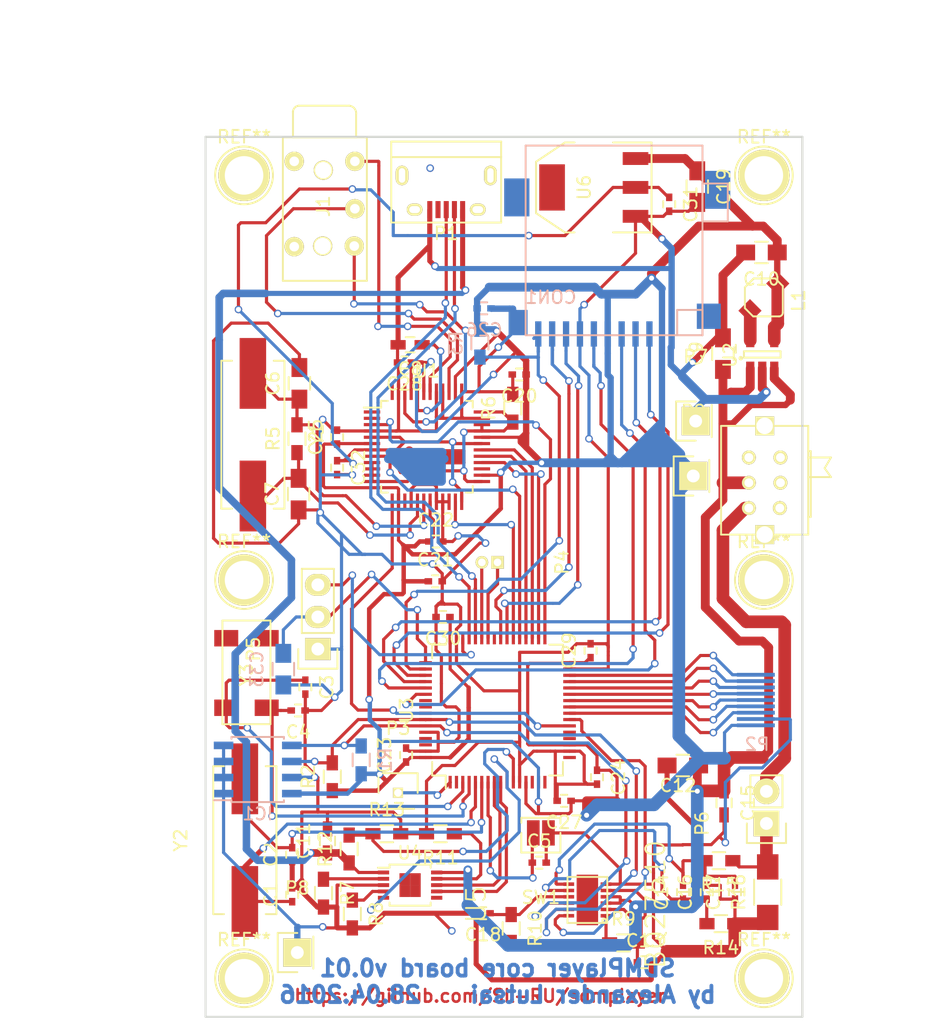
<source format=kicad_pcb>
(kicad_pcb (version 4) (host pcbnew 4.0.2-stable)
  (layers (0 F.Cu signal) (31 B.Cu signal) (34 B.Paste user) (35 F.Paste user) (36 B.SilkS user) (37 F.SilkS user) (38 B.Mask user) (39 F.Mask user) (44 Edge.Cuts user))
  (net 0 "")
  (net 1 "Net-(P1-Pad4)")
  (net 2 "Net-(U1-Pad1)")
  (net 3 "Net-(U1-Pad2)")
  (net 4 "Net-(U1-Pad15)")
  (net 5 "Net-(U1-Pad27)")
  (net 6 "Net-(U1-Pad48)")
  (net 7 "Net-(U3-Pad2)")
  (net 8 "Net-(U3-Pad14)")
  (net 9 "Net-(U3-Pad15)")
  (net 10 "Net-(U3-Pad16)")
  (net 11 "Net-(U3-Pad17)")
  (net 12 "Net-(U3-Pad20)")
  (net 13 "Net-(U3-Pad21)")
  (net 14 "Net-(U3-Pad41)")
  (net 15 "Net-(U3-Pad55)")
  (net 16 "Net-(U3-Pad56)")
  (net 17 "Net-(U3-Pad57)")
  (net 18 "Net-(U3-Pad61)")
  (net 19 "Net-(U3-Pad62)")
  (net 20 "Net-(C1-Pad1)")
  (net 21 GND)
  (net 22 "Net-(C2-Pad2)")
  (net 23 "Net-(C3-Pad1)")
  (net 24 "Net-(C4-Pad2)")
  (net 25 "Net-(C5-Pad1)")
  (net 26 "Net-(C6-Pad1)")
  (net 27 "Net-(C7-Pad2)")
  (net 28 "Net-(C8-Pad1)")
  (net 29 /DAT3)
  (net 30 /SD_CMD)
  (net 31 +3V3)
  (net 32 /SD_CLK)
  (net 33 /DAT0)
  (net 34 /DAT1)
  (net 35 /DAT2)
  (net 36 /SD_CONN)
  (net 37 /I2C1_SDA)
  (net 38 /I2C1_SCL)
  (net 39 +5V)
  (net 40 /USB_DM)
  (net 41 /USB_DP)
  (net 42 /PC4)
  (net 43 /PC5)
  (net 44 /PB2)
  (net 45 /PB1)
  (net 46 /PB0)
  (net 47 /I2C2_SCL)
  (net 48 /I2C2_SDA)
  (net 49 "Net-(P3-Pad1)")
  (net 50 "Net-(P4-Pad1)")
  (net 51 "Net-(P4-Pad2)")
  (net 52 "Net-(R6-Pad1)")
  (net 53 /xRST)
  (net 54 +1V8)
  (net 55 /DREQ)
  (net 56 /xDCS)
  (net 57 /xCS)
  (net 58 /SPI2_SCK)
  (net 59 /SPI2_MOSI)
  (net 60 /SPI2_MISO)
  (net 61 +BATT)
  (net 62 "Net-(C13-Pad1)")
  (net 63 "Net-(C14-Pad1)")
  (net 64 "Net-(C14-Pad2)")
  (net 65 "Net-(C18-Pad1)")
  (net 66 "Net-(L1-Pad1)")
  (net 67 "Net-(P6-Pad1)")
  (net 68 "Net-(R7-Pad1)")
  (net 69 "Net-(R8-Pad1)")
  (net 70 "Net-(R10-Pad2)")
  (net 71 "Net-(R11-Pad1)")
  (net 72 /PC3)
  (net 73 /PC0)
  (net 74 /PC1)
  (net 75 /PC2)
  (net 76 /PA7)
  (net 77 "Net-(U4-Pad6)")
  (net 78 "Net-(J1-Pad6)")
  (net 79 "Net-(J1-Pad3)")
  (net 80 "Net-(J1-Pad2)")
  (net 81 "Net-(J1-Pad4)")
  (net 82 "Net-(J1-Pad1)")
  (net 83 "Net-(J1-Pad5)")
  (net 84 "Net-(P6-Pad2)")
  (net 85 "Net-(SW2-Pad1)")
  (net 86 "Net-(SW2-Pad4)")
  (net 87 "Net-(SW2-Pad6)")
  (net 88 "Net-(SW2-Pad5)")
  (net 89 /SWDIO)
  (net 90 /SWCLK)
  (module Micro_SD_card_slot (layer B.Cu) (at 181.102 110.998)
    (fp_text reference CON1 (at -10 -8.9) (layer B.SilkS) (effects (justify mirror)))
    (fp_text value SD_Card)
    (pad 9 smd rect (at -2.2 -6 180) (size 0.5 2) (layers B.Cu B.Paste B.Mask) (net 35 /DAT2))
    (pad 1 smd rect (at -3.3 -6 180) (size 0.5 2) (layers B.Cu B.Paste B.Mask) (net 29 /DAT3))
    (pad 2 smd rect (at -4.4 -6 180) (size 0.5 2) (layers B.Cu B.Paste B.Mask) (net 30 /SD_CMD))
    (pad 4 smd rect (at -5.5 -6 180) (size 0.5 2) (layers B.Cu B.Paste B.Mask) (net 31 +3V3))
    (pad 5 smd rect (at -6.6 -6 180) (size 0.5 2) (layers B.Cu B.Paste B.Mask) (net 32 /SD_CLK))
    (pad 6 smd rect (at -7.7 -6 180) (size 0.5 2) (layers B.Cu B.Paste B.Mask) (net 21 GND))
    (pad 7 smd rect (at -8.8 -6 180) (size 0.5 2) (layers B.Cu B.Paste B.Mask) (net 33 /DAT0))
    (pad 8 smd rect (at -9.9 -6 180) (size 0.5 2) (layers B.Cu B.Paste B.Mask) (net 34 /DAT1))
    (pad 10 smd rect (at -11 -6 180) (size 0.5 2) (layers B.Cu B.Paste B.Mask) (net 36 /SD_CONN))
    (pad 15 smd rect (at 3.2 -17.4) (size 2 3) (layers B.Cu B.Paste B.Mask))
    (pad 15 smd rect (at 2.5 -7.4) (size 1.9 2) (layers B.Cu B.Paste B.Mask))
    (pad 12 smd rect (at -12.6 -6.9) (size 1.5 2) (layers B.Cu B.Paste B.Mask) (net 21 GND))
    (pad 15 smd rect (at -12.7 -16.8) (size 2 3) (layers B.Cu B.Paste B.Mask))
  )
  (module Resistors_SMD:R_0603_HandSoldering (layer B.Cu) (at 165.481 105.7275 270)
    (fp_text reference R3 (at 0 1.9 270) (layer B.SilkS) (effects (justify mirror)))
    (fp_text value 5k)
    (pad 1 smd rect (at -1.1 0 270) (size 1.2 0.9) (layers B.Cu B.Paste B.Mask) (net 31 +3V3))
    (pad 2 smd rect (at 1.1 0 270) (size 1.2 0.9) (layers B.Cu B.Paste B.Mask) (net 36 /SD_CONN))
  )
  (module Pin_Headers:Pin_Header_Straight_1x09 (layer B.Cu) (at 187.325 131.953 180)
    (fp_text reference P2 (at -0.1 -5.5 180) (layer B.SilkS) (effects (justify mirror)))
    (fp_text value CONN_01X09)
    (pad 9 smd rect (at 0 -4 180) (size 3 0.3) (layers B.Cu B.Paste B.Mask) (net 31 +3V3))
    (pad 8 smd rect (at 0 -3.5 180) (size 3 0.3) (layers B.Cu B.Paste B.Mask) (net 21 GND))
    (pad 7 smd rect (at 0 -3 180) (size 3 0.3) (layers B.Cu B.Paste B.Mask) (net 42 /PC4))
    (pad 6 smd rect (at 0 -2.5 180) (size 3 0.3) (layers B.Cu B.Paste B.Mask) (net 43 /PC5))
    (pad 5 smd rect (at 0 -2 180) (size 3 0.3) (layers B.Cu B.Paste B.Mask) (net 46 /PB0))
    (pad 4 smd rect (at 0 -1.5 180) (size 3 0.3) (layers B.Cu B.Paste B.Mask) (net 45 /PB1))
    (pad 3 smd rect (at 0 -1 180) (size 3 0.3) (layers B.Cu B.Paste B.Mask) (net 44 /PB2))
    (pad 2 smd rect (at 0 -0.5 180) (size 3 0.3) (layers B.Cu B.Paste B.Mask) (net 47 /I2C2_SCL))
    (pad 1 smd rect (at 0 0 180) (size 3 0.3) (layers B.Cu B.Paste B.Mask) (net 48 /I2C2_SDA))
  )
  (module v0:ST-033 (layer F.Cu) (at 153.035 98.044 180)
    (fp_text reference J1 (at -0.05 3.15 270) (layer F.SilkS))
    (fp_text value JACK_TRS_6PINS)
    (pad 6 thru_hole circle (at -0.05 6 180) (size 1.524 1.524) (drill 1.3) (layers *.Cu *.Mask F.SilkS) (net 78 "Net-(J1-Pad6)"))
    (pad 1 thru_hole circle (at -2.55 6.7 180) (size 1.524 1.524) (drill 0.762) (layers *.Cu *.Mask F.SilkS) (net 82 "Net-(J1-Pad1)"))
    (pad 3 thru_hole circle (at -2.55 2.95 180) (size 1.524 1.524) (drill 0.762) (layers *.Cu *.Mask F.SilkS) (net 79 "Net-(J1-Pad3)"))
    (pad 4 thru_hole circle (at 2.25 -0.05 180) (size 1.524 1.524) (drill 0.762) (layers *.Cu *.Mask F.SilkS) (net 81 "Net-(J1-Pad4)"))
    (pad 2 thru_hole circle (at -2.5 0 180) (size 1.524 1.524) (drill 0.762) (layers *.Cu *.Mask F.SilkS) (net 80 "Net-(J1-Pad2)"))
    (pad 5 thru_hole circle (at 2.25 6.7 180) (size 1.524 1.524) (drill 0.762) (layers *.Cu *.Mask F.SilkS) (net 83 "Net-(J1-Pad5)"))
    (pad 7 thru_hole circle (at 0 0 180) (size 1.524 1.524) (drill 1.3) (layers *.Cu *.Mask F.SilkS))
  )
  (module Pin_Headers:Pin_Header_Straight_1x02 (layer F.Cu) (at 170.307 144.4625 180)
    (fp_text reference SW1 (at 0 -5.1 180) (layer F.SilkS))
    (fp_text value SW_PUSH)
    (pad 1 smd rect (at -0.6 0 180) (size 1 2) (layers F.Cu F.Paste F.Mask) (net 21 GND))
    (pad 2 smd rect (at 0.6 0 180) (size 1 2) (layers F.Cu F.Paste F.Mask) (net 25 "Net-(C5-Pad1)"))
  )
  (module Pin_Headers:Pin_Header_Straight_1x02 (layer F.Cu) (at 166.878 123.063 270)
    (fp_text reference P4 (at 0 -5.1 270) (layer F.SilkS))
    (fp_text value USART1)
    (pad 1 thru_hole rect (at 0 0 270) (size 1 1) (drill 0.6) (layers *.Cu *.Mask F.SilkS) (net 50 "Net-(P4-Pad1)"))
    (pad 2 thru_hole oval (at 0 1.24 270) (size 1 1) (drill 0.6) (layers *.Cu *.Mask F.SilkS) (net 51 "Net-(P4-Pad2)"))
  )
  (module Capacitors_SMD:C_0402 (layer F.Cu) (at 150.622 146.177 90)
    (fp_text reference C2 (at 0 -1.7 90) (layer F.SilkS))
    (fp_text value 22pF)
    (pad 1 smd rect (at -0.55 0 90) (size 0.6 0.5) (layers F.Cu F.Paste F.Mask) (net 21 GND))
    (pad 2 smd rect (at 0.55 0 90) (size 0.6 0.5) (layers F.Cu F.Paste F.Mask) (net 22 "Net-(C2-Pad2)"))
  )
  (module Housings_QFP:LQFP-64_10x10mm_Pitch0.5mm (layer F.Cu) (at 166.878 134.747 90)
    (fp_text reference U3 (at 0 -7.2 90) (layer F.SilkS))
    (fp_text value STM32F103RCTx)
    (pad 1 smd rect (at -5.7 -3.75 90) (size 1 0.25) (layers F.Cu F.Paste F.Mask) (net 49 "Net-(P3-Pad1)"))
    (pad 2 smd rect (at -5.7 -3.25 90) (size 1 0.25) (layers F.Cu F.Paste F.Mask) (net 7 "Net-(U3-Pad2)"))
    (pad 3 smd rect (at -5.7 -2.75 90) (size 1 0.25) (layers F.Cu F.Paste F.Mask) (net 23 "Net-(C3-Pad1)"))
    (pad 4 smd rect (at -5.7 -2.25 90) (size 1 0.25) (layers F.Cu F.Paste F.Mask) (net 24 "Net-(C4-Pad2)"))
    (pad 5 smd rect (at -5.7 -1.75 90) (size 1 0.25) (layers F.Cu F.Paste F.Mask) (net 20 "Net-(C1-Pad1)"))
    (pad 6 smd rect (at -5.7 -1.25 90) (size 1 0.25) (layers F.Cu F.Paste F.Mask) (net 22 "Net-(C2-Pad2)"))
    (pad 7 smd rect (at -5.7 -0.75 90) (size 1 0.25) (layers F.Cu F.Paste F.Mask) (net 25 "Net-(C5-Pad1)"))
    (pad 8 smd rect (at -5.7 -0.25 90) (size 1 0.25) (layers F.Cu F.Paste F.Mask) (net 73 /PC0))
    (pad 9 smd rect (at -5.7 0.25 90) (size 1 0.25) (layers F.Cu F.Paste F.Mask) (net 74 /PC1))
    (pad 10 smd rect (at -5.7 0.75 90) (size 1 0.25) (layers F.Cu F.Paste F.Mask) (net 75 /PC2))
    (pad 11 smd rect (at -5.7 1.25 90) (size 1 0.25) (layers F.Cu F.Paste F.Mask) (net 72 /PC3))
    (pad 12 smd rect (at -5.7 1.75 90) (size 1 0.25) (layers F.Cu F.Paste F.Mask) (net 21 GND))
    (pad 13 smd rect (at -5.7 2.25 90) (size 1 0.25) (layers F.Cu F.Paste F.Mask) (net 31 +3V3))
    (pad 14 smd rect (at -5.7 2.75 90) (size 1 0.25) (layers F.Cu F.Paste F.Mask) (net 8 "Net-(U3-Pad14)"))
    (pad 15 smd rect (at -5.7 3.25 90) (size 1 0.25) (layers F.Cu F.Paste F.Mask) (net 9 "Net-(U3-Pad15)"))
    (pad 16 smd rect (at -5.7 3.75 90) (size 1 0.25) (layers F.Cu F.Paste F.Mask) (net 10 "Net-(U3-Pad16)"))
    (pad 17 smd rect (at -3.75 5.7 180) (size 1 0.25) (layers F.Cu F.Paste F.Mask) (net 11 "Net-(U3-Pad17)"))
    (pad 18 smd rect (at -3.25 5.7 180) (size 1 0.25) (layers F.Cu F.Paste F.Mask) (net 21 GND))
    (pad 19 smd rect (at -2.75 5.7 180) (size 1 0.25) (layers F.Cu F.Paste F.Mask) (net 31 +3V3))
    (pad 20 smd rect (at -2.25 5.7 180) (size 1 0.25) (layers F.Cu F.Paste F.Mask) (net 12 "Net-(U3-Pad20)"))
    (pad 21 smd rect (at -1.75 5.7 180) (size 1 0.25) (layers F.Cu F.Paste F.Mask) (net 13 "Net-(U3-Pad21)"))
    (pad 22 smd rect (at -1.25 5.7 180) (size 1 0.25) (layers F.Cu F.Paste F.Mask) (net 56 /xDCS))
    (pad 23 smd rect (at -0.75 5.7 180) (size 1 0.25) (layers F.Cu F.Paste F.Mask) (net 76 /PA7))
    (pad 24 smd rect (at -0.25 5.7 180) (size 1 0.25) (layers F.Cu F.Paste F.Mask) (net 42 /PC4))
    (pad 25 smd rect (at 0.25 5.7 180) (size 1 0.25) (layers F.Cu F.Paste F.Mask) (net 43 /PC5))
    (pad 26 smd rect (at 0.75 5.7 180) (size 1 0.25) (layers F.Cu F.Paste F.Mask) (net 46 /PB0))
    (pad 27 smd rect (at 1.25 5.7 180) (size 1 0.25) (layers F.Cu F.Paste F.Mask) (net 45 /PB1))
    (pad 28 smd rect (at 1.75 5.7 180) (size 1 0.25) (layers F.Cu F.Paste F.Mask) (net 44 /PB2))
    (pad 29 smd rect (at 2.25 5.7 180) (size 1 0.25) (layers F.Cu F.Paste F.Mask) (net 47 /I2C2_SCL))
    (pad 30 smd rect (at 2.75 5.7 180) (size 1 0.25) (layers F.Cu F.Paste F.Mask) (net 48 /I2C2_SDA))
    (pad 31 smd rect (at 3.25 5.7 180) (size 1 0.25) (layers F.Cu F.Paste F.Mask) (net 21 GND))
    (pad 32 smd rect (at 3.75 5.7 180) (size 1 0.25) (layers F.Cu F.Paste F.Mask) (net 31 +3V3))
    (pad 33 smd rect (at 5.7 3.75 90) (size 1 0.25) (layers F.Cu F.Paste F.Mask) (net 53 /xRST))
    (pad 34 smd rect (at 5.7 3.25 90) (size 1 0.25) (layers F.Cu F.Paste F.Mask) (net 58 /SPI2_SCK))
    (pad 35 smd rect (at 5.7 2.75 90) (size 1 0.25) (layers F.Cu F.Paste F.Mask) (net 60 /SPI2_MISO))
    (pad 36 smd rect (at 5.7 2.25 90) (size 1 0.25) (layers F.Cu F.Paste F.Mask) (net 59 /SPI2_MOSI))
    (pad 37 smd rect (at 5.7 1.75 90) (size 1 0.25) (layers F.Cu F.Paste F.Mask) (net 55 /DREQ))
    (pad 38 smd rect (at 5.7 1.25 90) (size 1 0.25) (layers F.Cu F.Paste F.Mask) (net 57 /xCS))
    (pad 39 smd rect (at 5.7 0.75 90) (size 1 0.25) (layers F.Cu F.Paste F.Mask) (net 33 /DAT0))
    (pad 40 smd rect (at 5.7 0.25 90) (size 1 0.25) (layers F.Cu F.Paste F.Mask) (net 34 /DAT1))
    (pad 41 smd rect (at 5.7 -0.25 90) (size 1 0.25) (layers F.Cu F.Paste F.Mask) (net 14 "Net-(U3-Pad41)"))
    (pad 42 smd rect (at 5.7 -0.75 90) (size 1 0.25) (layers F.Cu F.Paste F.Mask) (net 50 "Net-(P4-Pad1)"))
    (pad 43 smd rect (at 5.7 -1.25 90) (size 1 0.25) (layers F.Cu F.Paste F.Mask) (net 51 "Net-(P4-Pad2)"))
    (pad 44 smd rect (at 5.7 -1.75 90) (size 1 0.25) (layers F.Cu F.Paste F.Mask) (net 40 /USB_DM))
    (pad 45 smd rect (at 5.7 -2.25 90) (size 1 0.25) (layers F.Cu F.Paste F.Mask) (net 41 /USB_DP))
    (pad 46 smd rect (at 5.7 -2.75 90) (size 1 0.25) (layers F.Cu F.Paste F.Mask) (net 89 /SWDIO))
    (pad 47 smd rect (at 5.7 -3.25 90) (size 1 0.25) (layers F.Cu F.Paste F.Mask) (net 21 GND))
    (pad 48 smd rect (at 5.7 -3.75 90) (size 1 0.25) (layers F.Cu F.Paste F.Mask) (net 31 +3V3))
    (pad 49 smd rect (at 3.75 -5.7 180) (size 1 0.25) (layers F.Cu F.Paste F.Mask) (net 90 /SWCLK))
    (pad 50 smd rect (at 3.25 -5.7 180) (size 1 0.25) (layers F.Cu F.Paste F.Mask) (net 36 /SD_CONN))
    (pad 51 smd rect (at 2.75 -5.7 180) (size 1 0.25) (layers F.Cu F.Paste F.Mask) (net 35 /DAT2))
    (pad 52 smd rect (at 2.25 -5.7 180) (size 1 0.25) (layers F.Cu F.Paste F.Mask) (net 29 /DAT3))
    (pad 53 smd rect (at 1.75 -5.7 180) (size 1 0.25) (layers F.Cu F.Paste F.Mask) (net 32 /SD_CLK))
    (pad 54 smd rect (at 1.25 -5.7 180) (size 1 0.25) (layers F.Cu F.Paste F.Mask) (net 30 /SD_CMD))
    (pad 55 smd rect (at 0.75 -5.7 180) (size 1 0.25) (layers F.Cu F.Paste F.Mask) (net 15 "Net-(U3-Pad55)"))
    (pad 56 smd rect (at 0.25 -5.7 180) (size 1 0.25) (layers F.Cu F.Paste F.Mask) (net 16 "Net-(U3-Pad56)"))
    (pad 57 smd rect (at -0.25 -5.7 180) (size 1 0.25) (layers F.Cu F.Paste F.Mask) (net 17 "Net-(U3-Pad57)"))
    (pad 58 smd rect (at -0.75 -5.7 180) (size 1 0.25) (layers F.Cu F.Paste F.Mask) (net 38 /I2C1_SCL))
    (pad 59 smd rect (at -1.25 -5.7 180) (size 1 0.25) (layers F.Cu F.Paste F.Mask) (net 37 /I2C1_SDA))
    (pad 60 smd rect (at -1.75 -5.7 180) (size 1 0.25) (layers F.Cu F.Paste F.Mask) (net 21 GND))
    (pad 61 smd rect (at -2.25 -5.7 180) (size 1 0.25) (layers F.Cu F.Paste F.Mask) (net 18 "Net-(U3-Pad61)"))
    (pad 62 smd rect (at -2.75 -5.7 180) (size 1 0.25) (layers F.Cu F.Paste F.Mask) (net 19 "Net-(U3-Pad62)"))
    (pad 63 smd rect (at -3.25 -5.7 180) (size 1 0.25) (layers F.Cu F.Paste F.Mask) (net 21 GND))
    (pad 64 smd rect (at -3.75 -5.7 180) (size 1 0.25) (layers F.Cu F.Paste F.Mask) (net 31 +3V3))
  )
  (module Connect:1pin (layer F.Cu) (at 187.96 124.46)
    (fp_text reference REF** (at 0 -3.048) (layer F.SilkS))
    (fp_text value 1pin)
    (pad 1 thru_hole circle (at 0 0) (size 4.064 4.064) (drill 3.048) (layers *.Cu *.Mask F.SilkS))
  )
  (module Connect:1pin (layer F.Cu) (at 187.96 92.456)
    (fp_text reference REF** (at 0 -3.048) (layer F.SilkS))
    (fp_text value 1pin)
    (pad 1 thru_hole circle (at 0 0) (size 4.064 4.064) (drill 3.048) (layers *.Cu *.Mask F.SilkS))
  )
  (module Connect:1pin (layer F.Cu) (at 187.96 155.956)
    (fp_text reference REF** (at 0 -3.048) (layer F.SilkS))
    (fp_text value 1pin)
    (pad 1 thru_hole circle (at 0 0) (size 4.064 4.064) (drill 3.048) (layers *.Cu *.Mask F.SilkS))
  )
  (module Connect:1pin (layer F.Cu) (at 146.812 155.956)
    (fp_text reference REF** (at 0 -3.048) (layer F.SilkS))
    (fp_text value 1pin)
    (pad 1 thru_hole circle (at 0 0) (size 4.064 4.064) (drill 3.048) (layers *.Cu *.Mask F.SilkS))
  )
  (module Connect:1pin (layer F.Cu) (at 146.812 124.46)
    (fp_text reference REF** (at 0 -3.048) (layer F.SilkS))
    (fp_text value 1pin)
    (pad 1 thru_hole circle (at 0 0) (size 4.064 4.064) (drill 3.048) (layers *.Cu *.Mask F.SilkS))
  )
  (module Capacitors_SMD:C_0402 (layer F.Cu) (at 174.752 140.0556 270)
    (fp_text reference C24 (at 0 -1.7 270) (layer F.SilkS))
    (fp_text value 100nF)
    (pad 1 smd rect (at -0.55 0 270) (size 0.6 0.5) (layers F.Cu F.Paste F.Mask) (net 31 +3V3))
    (pad 2 smd rect (at 0.55 0 270) (size 0.6 0.5) (layers F.Cu F.Paste F.Mask) (net 21 GND))
  )
  (module Capacitors_SMD:C_0402 (layer F.Cu) (at 150.622 149.352 90)
    (fp_text reference C1 (at 0 -1.7 90) (layer F.SilkS))
    (fp_text value 22pF)
    (pad 1 smd rect (at -0.55 0 90) (size 0.6 0.5) (layers F.Cu F.Paste F.Mask) (net 20 "Net-(C1-Pad1)"))
    (pad 2 smd rect (at 0.55 0 90) (size 0.6 0.5) (layers F.Cu F.Paste F.Mask) (net 21 GND))
  )
  (module Capacitors_SMD:C_0402 (layer F.Cu) (at 151.6634 132.93344 270)
    (fp_text reference C3 (at 0 -1.7 270) (layer F.SilkS))
    (fp_text value 22pF)
    (pad 1 smd rect (at -0.55 0 270) (size 0.6 0.5) (layers F.Cu F.Paste F.Mask) (net 23 "Net-(C3-Pad1)"))
    (pad 2 smd rect (at 0.55 0 270) (size 0.6 0.5) (layers F.Cu F.Paste F.Mask) (net 21 GND))
  )
  (module Capacitors_SMD:C_0402 (layer F.Cu) (at 151.09444 134.77748 180)
    (fp_text reference C4 (at 0 -1.7 180) (layer F.SilkS))
    (fp_text value 22pF)
    (pad 1 smd rect (at -0.55 0 180) (size 0.6 0.5) (layers F.Cu F.Paste F.Mask) (net 21 GND))
    (pad 2 smd rect (at 0.55 0 180) (size 0.6 0.5) (layers F.Cu F.Paste F.Mask) (net 24 "Net-(C4-Pad2)"))
  )
  (module Capacitors_SMD:C_0402 (layer F.Cu) (at 170.18 146.812)
    (fp_text reference C5 (at 0 -1.7) (layer F.SilkS))
    (fp_text value 100nF)
    (pad 1 smd rect (at -0.55 0) (size 0.6 0.5) (layers F.Cu F.Paste F.Mask) (net 25 "Net-(C5-Pad1)"))
    (pad 2 smd rect (at 0.55 0) (size 0.6 0.5) (layers F.Cu F.Paste F.Mask) (net 21 GND))
  )
  (module Capacitors_SMD:C_0805_HandSoldering (layer F.Cu) (at 151.1935 108.9025 90)
    (fp_text reference C6 (at 0 -2.1 90) (layer F.SilkS))
    (fp_text value 33pF)
    (pad 1 smd rect (at -1.25 0 90) (size 1.5 1.25) (layers F.Cu F.Paste F.Mask) (net 26 "Net-(C6-Pad1)"))
    (pad 2 smd rect (at 1.25 0 90) (size 1.5 1.25) (layers F.Cu F.Paste F.Mask) (net 21 GND))
  )
  (module Capacitors_SMD:C_0805_HandSoldering (layer F.Cu) (at 151.13 117.6655 90)
    (fp_text reference C7 (at 0 -2.1 90) (layer F.SilkS))
    (fp_text value 33pF)
    (pad 1 smd rect (at -1.25 0 90) (size 1.5 1.25) (layers F.Cu F.Paste F.Mask) (net 21 GND))
    (pad 2 smd rect (at 1.25 0 90) (size 1.5 1.25) (layers F.Cu F.Paste F.Mask) (net 27 "Net-(C7-Pad2)"))
  )
  (module Capacitors_SMD:C_0603_HandSoldering (layer F.Cu) (at 159.9565 105.8545 180)
    (fp_text reference C8 (at 0 -1.9 180) (layer F.SilkS))
    (fp_text value 1uF)
    (pad 1 smd rect (at -0.95 0 180) (size 1.2 0.75) (layers F.Cu F.Paste F.Mask) (net 28 "Net-(C8-Pad1)"))
    (pad 2 smd rect (at 0.95 0 180) (size 1.2 0.75) (layers F.Cu F.Paste F.Mask) (net 21 GND))
  )
  (module Capacitors_SMD:C_0805_HandSoldering (layer F.Cu) (at 184.7215 106.553 90)
    (fp_text reference C9 (at 0 -2.1 90) (layer F.SilkS))
    (fp_text value 4.7uF)
    (pad 1 smd rect (at -1.25 0 90) (size 1.5 1.25) (layers F.Cu F.Paste F.Mask) (net 61 +BATT))
    (pad 2 smd rect (at 1.25 0 90) (size 1.5 1.25) (layers F.Cu F.Paste F.Mask) (net 21 GND))
  )
  (module Capacitors_SMD:C_0805_HandSoldering (layer F.Cu) (at 187.7695 98.552 180)
    (fp_text reference C10 (at 0 -2.1 180) (layer F.SilkS))
    (fp_text value 10uF)
    (pad 1 smd rect (at -1.25 0 180) (size 1.5 1.25) (layers F.Cu F.Paste F.Mask) (net 31 +3V3))
    (pad 2 smd rect (at 1.25 0 180) (size 1.5 1.25) (layers F.Cu F.Paste F.Mask) (net 21 GND))
  )
  (module Capacitors_SMD:C_0603_HandSoldering (layer F.Cu) (at 153.416 145.0975 90)
    (fp_text reference C11 (at 0 -1.9 90) (layer F.SilkS))
    (fp_text value 1uF)
    (pad 1 smd rect (at -0.95 0 90) (size 1.2 0.75) (layers F.Cu F.Paste F.Mask) (net 39 +5V))
    (pad 2 smd rect (at 0.95 0 90) (size 1.2 0.75) (layers F.Cu F.Paste F.Mask) (net 21 GND))
  )
  (module Capacitors_SMD:C_0805_HandSoldering (layer F.Cu) (at 181.5465 139.1285 180)
    (fp_text reference C12 (at 0.381 -1.5875 180) (layer F.SilkS))
    (fp_text value 0.47uF)
    (pad 1 smd rect (at -1.25 0 180) (size 1.5 1.25) (layers F.Cu F.Paste F.Mask) (net 61 +BATT))
    (pad 2 smd rect (at 1.25 0 180) (size 1.5 1.25) (layers F.Cu F.Paste F.Mask) (net 21 GND))
  )
  (module Capacitors_SMD:C_0402 (layer F.Cu) (at 178.4985 154.686)
    (fp_text reference C13 (at 0 -1.7) (layer F.SilkS))
    (fp_text value 0.1uF)
    (pad 1 smd rect (at -0.55 0) (size 0.6 0.5) (layers F.Cu F.Paste F.Mask) (net 62 "Net-(C13-Pad1)"))
    (pad 2 smd rect (at 0.55 0) (size 0.6 0.5) (layers F.Cu F.Paste F.Mask) (net 21 GND))
  )
  (module Capacitors_SMD:C_0402 (layer F.Cu) (at 181.5592 149.1488 90)
    (fp_text reference C14 (at 0 -1.7 90) (layer F.SilkS))
    (fp_text value 0.1uF)
    (pad 1 smd rect (at -0.55 0 90) (size 0.6 0.5) (layers F.Cu F.Paste F.Mask) (net 63 "Net-(C14-Pad1)"))
    (pad 2 smd rect (at 0.55 0 90) (size 0.6 0.5) (layers F.Cu F.Paste F.Mask) (net 64 "Net-(C14-Pad2)"))
  )
  (module Capacitors_SMD:C_0603_HandSoldering (layer F.Cu) (at 184.8104 142.0876 270)
    (fp_text reference C15 (at 0 -1.9 270) (layer F.SilkS))
    (fp_text value 1uF)
    (pad 1 smd rect (at -0.95 0 270) (size 1.2 0.75) (layers F.Cu F.Paste F.Mask) (net 61 +BATT))
    (pad 2 smd rect (at 0.95 0 270) (size 1.2 0.75) (layers F.Cu F.Paste F.Mask) (net 21 GND))
  )
  (module Capacitors_SMD:C_0402 (layer F.Cu) (at 183.4388 149.1488 90)
    (fp_text reference C16 (at 0 -1.7 90) (layer F.SilkS))
    (fp_text value 0.1uF)
    (pad 1 smd rect (at -0.55 0 90) (size 0.6 0.5) (layers F.Cu F.Paste F.Mask) (net 63 "Net-(C14-Pad1)"))
    (pad 2 smd rect (at 0.55 0 90) (size 0.6 0.5) (layers F.Cu F.Paste F.Mask) (net 21 GND))
  )
  (module Capacitors_SMD:C_0402 (layer F.Cu) (at 185.674 149.1488 90)
    (fp_text reference C17 (at 0 -1.7 90) (layer F.SilkS))
    (fp_text value 0.1uF)
    (pad 1 smd rect (at -0.55 0 90) (size 0.6 0.5) (layers F.Cu F.Paste F.Mask) (net 21 GND))
    (pad 2 smd rect (at 0.55 0 90) (size 0.6 0.5) (layers F.Cu F.Paste F.Mask) (net 64 "Net-(C14-Pad2)"))
  )
  (module Capacitors_SMD:C_0402 (layer F.Cu) (at 165.735 150.8125 180)
    (fp_text reference C18 (at 0 -1.7 180) (layer F.SilkS))
    (fp_text value 0.1uF)
    (pad 1 smd rect (at -0.55 0 180) (size 0.6 0.5) (layers F.Cu F.Paste F.Mask) (net 65 "Net-(C18-Pad1)"))
    (pad 2 smd rect (at 0.55 0 180) (size 0.6 0.5) (layers F.Cu F.Paste F.Mask) (net 21 GND))
  )
  (module Capacitors_SMD:C_0805_HandSoldering (layer F.Cu) (at 182.6895 93.345 270)
    (fp_text reference C19 (at 0 -2.1 270) (layer F.SilkS))
    (fp_text value 10uF)
    (pad 1 smd rect (at -1.25 0 270) (size 1.5 1.25) (layers F.Cu F.Paste F.Mask) (net 31 +3V3))
    (pad 2 smd rect (at 1.25 0 270) (size 1.5 1.25) (layers F.Cu F.Paste F.Mask) (net 21 GND))
  )
  (module Capacitors_SMD:C_0402 (layer F.Cu) (at 168.5925 108.204 180)
    (fp_text reference C20 (at 0 -1.7 180) (layer F.SilkS))
    (fp_text value 100nF)
    (pad 1 smd rect (at -0.55 0 180) (size 0.6 0.5) (layers F.Cu F.Paste F.Mask) (net 31 +3V3))
    (pad 2 smd rect (at 0.55 0 180) (size 0.6 0.5) (layers F.Cu F.Paste F.Mask) (net 21 GND))
  )
  (module Capacitors_SMD:C_0402 (layer F.Cu) (at 161.9504 124.5616)
    (fp_text reference C21 (at 0 -1.7) (layer F.SilkS))
    (fp_text value 100nF)
    (pad 1 smd rect (at -0.55 0) (size 0.6 0.5) (layers F.Cu F.Paste F.Mask) (net 31 +3V3))
    (pad 2 smd rect (at 0.55 0) (size 0.6 0.5) (layers F.Cu F.Paste F.Mask) (net 21 GND))
  )
  (module Capacitors_SMD:C_0402 (layer F.Cu) (at 161.9885 121.412)
    (fp_text reference C22 (at 0 -1.7) (layer F.SilkS))
    (fp_text value 100nF)
    (pad 1 smd rect (at -0.55 0) (size 0.6 0.5) (layers F.Cu F.Paste F.Mask) (net 31 +3V3))
    (pad 2 smd rect (at 0.55 0) (size 0.6 0.5) (layers F.Cu F.Paste F.Mask) (net 21 GND))
  )
  (module Capacitors_SMD:C_0402 (layer F.Cu) (at 159.639 138.303 90)
    (fp_text reference C23 (at 0 -1.7 90) (layer F.SilkS))
    (fp_text value 100nF)
    (pad 1 smd rect (at -0.55 0 90) (size 0.6 0.5) (layers F.Cu F.Paste F.Mask) (net 31 +3V3))
    (pad 2 smd rect (at 0.55 0 90) (size 0.6 0.5) (layers F.Cu F.Paste F.Mask) (net 21 GND))
  )
  (module Capacitors_SMD:C_0402 (layer F.Cu) (at 154.178 113.157 90)
    (fp_text reference C25 (at 0 -1.7 90) (layer F.SilkS))
    (fp_text value 100nF)
    (pad 1 smd rect (at -0.55 0 90) (size 0.6 0.5) (layers F.Cu F.Paste F.Mask) (net 31 +3V3))
    (pad 2 smd rect (at 0.55 0 90) (size 0.6 0.5) (layers F.Cu F.Paste F.Mask) (net 21 GND))
  )
  (module Capacitors_SMD:C_0402 (layer B.Cu) (at 165.8112 102.9716)
    (fp_text reference C26 (at 0 1.7) (layer B.SilkS) (effects (justify mirror)))
    (fp_text value 100nF)
    (pad 1 smd rect (at -0.55 0) (size 0.6 0.5) (layers B.Cu B.Paste B.Mask) (net 31 +3V3))
    (pad 2 smd rect (at 0.55 0) (size 0.6 0.5) (layers B.Cu B.Paste B.Mask) (net 21 GND))
  )
  (module Capacitors_SMD:C_0402 (layer F.Cu) (at 172.1485 141.9225 180)
    (fp_text reference C27 (at 0 -1.7 180) (layer F.SilkS))
    (fp_text value 100nF)
    (pad 1 smd rect (at -0.55 0 180) (size 0.6 0.5) (layers F.Cu F.Paste F.Mask) (net 31 +3V3))
    (pad 2 smd rect (at 0.55 0 180) (size 0.6 0.5) (layers F.Cu F.Paste F.Mask) (net 21 GND))
  )
  (module Capacitors_SMD:C_0402 (layer F.Cu) (at 159.512 107.2515 180)
    (fp_text reference C28 (at 0 -1.7 180) (layer F.SilkS))
    (fp_text value 100nF)
    (pad 1 smd rect (at -0.55 0 180) (size 0.6 0.5) (layers F.Cu F.Paste F.Mask) (net 31 +3V3))
    (pad 2 smd rect (at 0.55 0 180) (size 0.6 0.5) (layers F.Cu F.Paste F.Mask) (net 21 GND))
  )
  (module Capacitors_SMD:C_0402 (layer F.Cu) (at 174.244 130.048 90)
    (fp_text reference C29 (at 0 -1.7 90) (layer F.SilkS))
    (fp_text value 100nF)
    (pad 1 smd rect (at -0.55 0 90) (size 0.6 0.5) (layers F.Cu F.Paste F.Mask) (net 31 +3V3))
    (pad 2 smd rect (at 0.55 0 90) (size 0.6 0.5) (layers F.Cu F.Paste F.Mask) (net 21 GND))
  )
  (module Capacitors_SMD:C_0402 (layer F.Cu) (at 162.56 127.381 180)
    (fp_text reference C30 (at 0 -1.7 180) (layer F.SilkS))
    (fp_text value 100nF)
    (pad 1 smd rect (at -0.55 0 180) (size 0.6 0.5) (layers F.Cu F.Paste F.Mask) (net 31 +3V3))
    (pad 2 smd rect (at 0.55 0 180) (size 0.6 0.5) (layers F.Cu F.Paste F.Mask) (net 21 GND))
  )
  (module Capacitors_SMD:C_0402 (layer F.Cu) (at 180.467 94.742 270)
    (fp_text reference C31 (at 0 -1.7 270) (layer F.SilkS))
    (fp_text value 100nF)
    (pad 1 smd rect (at -0.55 0 270) (size 0.6 0.5) (layers F.Cu F.Paste F.Mask) (net 54 +1V8))
    (pad 2 smd rect (at 0.55 0 270) (size 0.6 0.5) (layers F.Cu F.Paste F.Mask) (net 21 GND))
  )
  (module Capacitors_SMD:C_0402 (layer F.Cu) (at 154.178 115.57 270)
    (fp_text reference C32 (at 0 -1.7 270) (layer F.SilkS))
    (fp_text value 100nF)
    (pad 1 smd rect (at -0.55 0 270) (size 0.6 0.5) (layers F.Cu F.Paste F.Mask) (net 54 +1V8))
    (pad 2 smd rect (at 0.55 0 270) (size 0.6 0.5) (layers F.Cu F.Paste F.Mask) (net 21 GND))
  )
  (module Housings_SOIC:SOIC-8-1EP_3.9x4.9mm_Pitch1.27mm (layer B.Cu) (at 147.8915 139.446)
    (fp_text reference IC1 (at 0 3.5) (layer B.SilkS) (effects (justify mirror)))
    (fp_text value AT24CS64-SSHM)
    (pad 1 smd rect (at -2.7 1.905) (size 1.55 0.6) (layers B.Cu B.Paste B.Mask) (net 21 GND))
    (pad 2 smd rect (at -2.7 0.635) (size 1.55 0.6) (layers B.Cu B.Paste B.Mask) (net 21 GND))
    (pad 3 smd rect (at -2.7 -0.635) (size 1.55 0.6) (layers B.Cu B.Paste B.Mask) (net 21 GND))
    (pad 4 smd rect (at -2.7 -1.905) (size 1.55 0.6) (layers B.Cu B.Paste B.Mask) (net 21 GND))
    (pad 5 smd rect (at 2.7 -1.905) (size 1.55 0.6) (layers B.Cu B.Paste B.Mask) (net 37 /I2C1_SDA))
    (pad 6 smd rect (at 2.7 -0.635) (size 1.55 0.6) (layers B.Cu B.Paste B.Mask) (net 38 /I2C1_SCL))
    (pad 7 smd rect (at 2.7 0.635) (size 1.55 0.6) (layers B.Cu B.Paste B.Mask) (net 21 GND))
    (pad 8 smd rect (at 2.7 1.905) (size 1.55 0.6) (layers B.Cu B.Paste B.Mask) (net 31 +3V3))
  )
  (module Connect:USB_Micro-B (layer F.Cu) (at 162.814 93.599 180)
    (fp_text reference P1 (at 0 -3.45 180) (layer F.SilkS))
    (fp_text value USB_OTG)
    (pad 1 smd rect (at -1.3009 -1.56254 270) (size 1.35 0.4) (layers F.Cu F.Paste F.Mask) (net 39 +5V))
    (pad 2 smd rect (at -0.6509 -1.56254 270) (size 1.35 0.4) (layers F.Cu F.Paste F.Mask) (net 40 /USB_DM))
    (pad 3 smd rect (at -0.0009 -1.56254 270) (size 1.35 0.4) (layers F.Cu F.Paste F.Mask) (net 41 /USB_DP))
    (pad 4 smd rect (at 0.6491 -1.56254 270) (size 1.35 0.4) (layers F.Cu F.Paste F.Mask) (net 1 "Net-(P1-Pad4)"))
    (pad 5 smd rect (at 1.2991 -1.56254 270) (size 1.35 0.4) (layers F.Cu F.Paste F.Mask) (net 21 GND))
    (pad 8 thru_hole oval (at -2.5009 -1.56254 270) (size 0.95 1.25) (drill oval 0.55 0.85) (layers *.Cu *.Mask F.SilkS))
    (pad 9 thru_hole oval (at 2.4991 -1.56254 270) (size 0.95 1.25) (drill oval 0.55 0.85) (layers *.Cu *.Mask F.SilkS))
    (pad 7 thru_hole oval (at -3.5009 1.13746 270) (size 1.55 1) (drill oval 1.15 0.5) (layers *.Cu *.Mask F.SilkS))
    (pad 10 thru_hole oval (at 3.4991 1.13746 270) (size 1.55 1) (drill oval 1.15 0.5) (layers *.Cu *.Mask F.SilkS))
  )
  (module Pin_Headers:Pin_Header_Straight_1x01 (layer F.Cu) (at 159.004 141.2875)
    (fp_text reference P3 (at 0 -5.1) (layer F.SilkS))
    (fp_text value ClockBat)
    (pad 1 thru_hole rect (at 0 0) (size 0.8 0.8) (drill 0.6) (layers *.Cu *.Mask F.SilkS) (net 49 "Net-(P3-Pad1)"))
  )
  (module Socket_Strips:Socket_Strip_Straight_1x02 (layer F.Cu) (at 188.1632 143.7132 90)
    (fp_text reference P6 (at 0 -5.1 90) (layer F.SilkS))
    (fp_text value "LiPo battery")
    (pad 1 thru_hole rect (at 0 0 90) (size 2.032 2.032) (drill 1.016) (layers *.Cu *.Mask F.SilkS) (net 67 "Net-(P6-Pad1)"))
    (pad 2 thru_hole oval (at 2.54 0 90) (size 2.032 2.032) (drill 1.016) (layers *.Cu *.Mask F.SilkS) (net 84 "Net-(P6-Pad2)"))
  )
  (module Resistors_SMD:R_0603_HandSoldering (layer B.Cu) (at 156.083 138.684 90)
    (fp_text reference R1 (at 0 1.9 90) (layer B.SilkS) (effects (justify mirror)))
    (fp_text value R)
    (pad 1 smd rect (at -1.1 0 90) (size 1.2 0.9) (layers B.Cu B.Paste B.Mask) (net 31 +3V3))
    (pad 2 smd rect (at 1.1 0 90) (size 1.2 0.9) (layers B.Cu B.Paste B.Mask) (net 37 /I2C1_SDA))
  )
  (module Resistors_SMD:R_0603_HandSoldering (layer F.Cu) (at 153.797 140.0175 90)
    (fp_text reference R2 (at 0 -1.9 90) (layer F.SilkS))
    (fp_text value R)
    (pad 1 smd rect (at -1.1 0 90) (size 1.2 0.9) (layers F.Cu F.Paste F.Mask) (net 31 +3V3))
    (pad 2 smd rect (at 1.1 0 90) (size 1.2 0.9) (layers F.Cu F.Paste F.Mask) (net 38 /I2C1_SCL))
  )
  (module Resistors_SMD:R_0603_HandSoldering (layer F.Cu) (at 151.003 113.284 90)
    (fp_text reference R5 (at 0 -1.9 90) (layer F.SilkS))
    (fp_text value 1M)
    (pad 1 smd rect (at -1.1 0 90) (size 1.2 0.9) (layers F.Cu F.Paste F.Mask) (net 27 "Net-(C7-Pad2)"))
    (pad 2 smd rect (at 1.1 0 90) (size 1.2 0.9) (layers F.Cu F.Paste F.Mask) (net 26 "Net-(C6-Pad1)"))
  )
  (module Resistors_SMD:R_0603_HandSoldering (layer F.Cu) (at 168.0845 110.871 90)
    (fp_text reference R6 (at 0 -1.9 90) (layer F.SilkS))
    (fp_text value 100k)
    (pad 1 smd rect (at -1.1 0 90) (size 1.2 0.9) (layers F.Cu F.Paste F.Mask) (net 52 "Net-(R6-Pad1)"))
    (pad 2 smd rect (at 1.1 0 90) (size 1.2 0.9) (layers F.Cu F.Paste F.Mask) (net 21 GND))
  )
  (module Resistors_SMD:R_0603_HandSoldering (layer F.Cu) (at 153.0985 149.225 270)
    (fp_text reference R7 (at 0 -1.9 270) (layer F.SilkS))
    (fp_text value 1k)
    (pad 1 smd rect (at -1.1 0 270) (size 1.2 0.9) (layers F.Cu F.Paste F.Mask) (net 68 "Net-(R7-Pad1)"))
    (pad 2 smd rect (at 1.1 0 270) (size 1.2 0.9) (layers F.Cu F.Paste F.Mask) (net 21 GND))
  )
  (module Resistors_SMD:R_0603_HandSoldering (layer F.Cu) (at 155.3845 150.876 270)
    (fp_text reference R8 (at 0 -1.9 270) (layer F.SilkS))
    (fp_text value 2k)
    (pad 1 smd rect (at -1.1 0 270) (size 1.2 0.9) (layers F.Cu F.Paste F.Mask) (net 69 "Net-(R8-Pad1)"))
    (pad 2 smd rect (at 1.1 0 270) (size 1.2 0.9) (layers F.Cu F.Paste F.Mask) (net 21 GND))
  )
  (module Resistors_SMD:R_0603_HandSoldering (layer F.Cu) (at 176.8475 153.162)
    (fp_text reference R9 (at 0 -1.9) (layer F.SilkS))
    (fp_text value 1.8M)
    (pad 1 smd rect (at -1.1 0) (size 1.2 0.9) (layers F.Cu F.Paste F.Mask) (net 70 "Net-(R10-Pad2)"))
    (pad 2 smd rect (at 1.1 0) (size 1.2 0.9) (layers F.Cu F.Paste F.Mask) (net 62 "Net-(C13-Pad1)"))
  )
  (module Resistors_SMD:R_0603_HandSoldering (layer F.Cu) (at 167.9575 152.019 270)
    (fp_text reference R10 (at 0 -1.9 270) (layer F.SilkS))
    (fp_text value 18.2k)
    (pad 1 smd rect (at -1.1 0 270) (size 1.2 0.9) (layers F.Cu F.Paste F.Mask) (net 65 "Net-(C18-Pad1)"))
    (pad 2 smd rect (at 1.1 0 270) (size 1.2 0.9) (layers F.Cu F.Paste F.Mask) (net 70 "Net-(R10-Pad2)"))
  )
  (module Resistors_SMD:R_0603_HandSoldering (layer F.Cu) (at 162.3568 144.526 180)
    (fp_text reference R11 (at 0 -1.9 180) (layer F.SilkS))
    (fp_text value 100k)
    (pad 1 smd rect (at -1.1 0 180) (size 1.2 0.9) (layers F.Cu F.Paste F.Mask) (net 71 "Net-(R11-Pad1)"))
    (pad 2 smd rect (at 1.1 0 180) (size 1.2 0.9) (layers F.Cu F.Paste F.Mask) (net 21 GND))
  )
  (module Resistors_SMD:R_0603_HandSoldering (layer F.Cu) (at 155.1305 145.7325 90)
    (fp_text reference R12 (at 0 -1.9 90) (layer F.SilkS))
    (fp_text value 4.7k)
    (pad 1 smd rect (at -1.1 0 90) (size 1.2 0.9) (layers F.Cu F.Paste F.Mask) (net 39 +5V))
    (pad 2 smd rect (at 1.1 0 90) (size 1.2 0.9) (layers F.Cu F.Paste F.Mask) (net 72 /PC3))
  )
  (module Resistors_SMD:R_0603_HandSoldering (layer F.Cu) (at 158.115 144.526)
    (fp_text reference R13 (at 0 -1.9) (layer F.SilkS))
    (fp_text value 4.7k)
    (pad 1 smd rect (at -1.1 0) (size 1.2 0.9) (layers F.Cu F.Paste F.Mask) (net 72 /PC3))
    (pad 2 smd rect (at 1.1 0) (size 1.2 0.9) (layers F.Cu F.Paste F.Mask) (net 21 GND))
  )
  (module Resistors_SMD:R_0603_HandSoldering (layer F.Cu) (at 184.5564 151.638 180)
    (fp_text reference R14 (at 0 -1.9 180) (layer F.SilkS))
    (fp_text value 100)
    (pad 1 smd rect (at -1.1 0 180) (size 1.2 0.9) (layers F.Cu F.Paste F.Mask) (net 21 GND))
    (pad 2 smd rect (at 1.1 0 180) (size 1.2 0.9) (layers F.Cu F.Paste F.Mask) (net 63 "Net-(C14-Pad1)"))
  )
  (module Resistors_SMD:R_0603_HandSoldering (layer F.Cu) (at 184.404 146.6596 180)
    (fp_text reference R15 (at 0 -1.9 180) (layer F.SilkS))
    (fp_text value 100)
    (pad 1 smd rect (at -1.1 0 180) (size 1.2 0.9) (layers F.Cu F.Paste F.Mask) (net 67 "Net-(P6-Pad1)"))
    (pad 2 smd rect (at 1.1 0 180) (size 1.2 0.9) (layers F.Cu F.Paste F.Mask) (net 64 "Net-(C14-Pad2)"))
  )
  (module Housings_QFP:LQFP-48_7x7mm_Pitch0.5mm (layer F.Cu) (at 161.29 113.919)
    (fp_text reference U1 (at 0 -6) (layer F.SilkS))
    (fp_text value VS1053)
    (pad 1 smd rect (at -4.35 -2.75) (size 1.3 0.25) (layers F.Cu F.Paste F.Mask) (net 2 "Net-(U1-Pad1)"))
    (pad 2 smd rect (at -4.35 -2.25) (size 1.3 0.25) (layers F.Cu F.Paste F.Mask) (net 3 "Net-(U1-Pad2)"))
    (pad 3 smd rect (at -4.35 -1.75) (size 1.3 0.25) (layers F.Cu F.Paste F.Mask) (net 53 /xRST))
    (pad 4 smd rect (at -4.35 -1.25) (size 1.3 0.25) (layers F.Cu F.Paste F.Mask) (net 21 GND))
    (pad 5 smd rect (at -4.35 -0.75) (size 1.3 0.25) (layers F.Cu F.Paste F.Mask) (net 54 +1V8))
    (pad 6 smd rect (at -4.35 -0.25) (size 1.3 0.25) (layers F.Cu F.Paste F.Mask) (net 31 +3V3))
    (pad 7 smd rect (at -4.35 0.25) (size 1.3 0.25) (layers F.Cu F.Paste F.Mask) (net 54 +1V8))
    (pad 8 smd rect (at -4.35 0.75) (size 1.3 0.25) (layers F.Cu F.Paste F.Mask) (net 55 /DREQ))
    (pad 9 smd rect (at -4.35 1.25) (size 1.3 0.25) (layers F.Cu F.Paste F.Mask) (net 52 "Net-(R6-Pad1)"))
    (pad 10 smd rect (at -4.35 1.75) (size 1.3 0.25) (layers F.Cu F.Paste F.Mask) (net 52 "Net-(R6-Pad1)"))
    (pad 11 smd rect (at -4.35 2.25) (size 1.3 0.25) (layers F.Cu F.Paste F.Mask) (net 52 "Net-(R6-Pad1)"))
    (pad 12 smd rect (at -4.35 2.75) (size 1.3 0.25) (layers F.Cu F.Paste F.Mask) (net 52 "Net-(R6-Pad1)"))
    (pad 13 smd rect (at -2.75 4.35 90) (size 1.3 0.25) (layers F.Cu F.Paste F.Mask) (net 56 /xDCS))
    (pad 14 smd rect (at -2.25 4.35 90) (size 1.3 0.25) (layers F.Cu F.Paste F.Mask) (net 31 +3V3))
    (pad 15 smd rect (at -1.75 4.35 90) (size 1.3 0.25) (layers F.Cu F.Paste F.Mask) (net 4 "Net-(U1-Pad15)"))
    (pad 16 smd rect (at -1.25 4.35 90) (size 1.3 0.25) (layers F.Cu F.Paste F.Mask) (net 21 GND))
    (pad 17 smd rect (at -0.75 4.35 90) (size 1.3 0.25) (layers F.Cu F.Paste F.Mask) (net 27 "Net-(C7-Pad2)"))
    (pad 18 smd rect (at -0.25 4.35 90) (size 1.3 0.25) (layers F.Cu F.Paste F.Mask) (net 26 "Net-(C6-Pad1)"))
    (pad 19 smd rect (at 0.25 4.35 90) (size 1.3 0.25) (layers F.Cu F.Paste F.Mask) (net 31 +3V3))
    (pad 20 smd rect (at 0.75 4.35 90) (size 1.3 0.25) (layers F.Cu F.Paste F.Mask) (net 21 GND))
    (pad 21 smd rect (at 1.25 4.35 90) (size 1.3 0.25) (layers F.Cu F.Paste F.Mask) (net 21 GND))
    (pad 22 smd rect (at 1.75 4.35 90) (size 1.3 0.25) (layers F.Cu F.Paste F.Mask) (net 21 GND))
    (pad 23 smd rect (at 2.25 4.35 90) (size 1.3 0.25) (layers F.Cu F.Paste F.Mask) (net 57 /xCS))
    (pad 24 smd rect (at 2.75 4.35 90) (size 1.3 0.25) (layers F.Cu F.Paste F.Mask) (net 54 +1V8))
    (pad 25 smd rect (at 4.35 2.75) (size 1.3 0.25) (layers F.Cu F.Paste F.Mask) (net 52 "Net-(R6-Pad1)"))
    (pad 26 smd rect (at 4.35 2.25) (size 1.3 0.25) (layers F.Cu F.Paste F.Mask) (net 31 +3V3))
    (pad 27 smd rect (at 4.35 1.75) (size 1.3 0.25) (layers F.Cu F.Paste F.Mask) (net 5 "Net-(U1-Pad27)"))
    (pad 28 smd rect (at 4.35 1.25) (size 1.3 0.25) (layers F.Cu F.Paste F.Mask) (net 58 /SPI2_SCK))
    (pad 29 smd rect (at 4.35 0.75) (size 1.3 0.25) (layers F.Cu F.Paste F.Mask) (net 59 /SPI2_MOSI))
    (pad 30 smd rect (at 4.35 0.25) (size 1.3 0.25) (layers F.Cu F.Paste F.Mask) (net 60 /SPI2_MISO))
    (pad 31 smd rect (at 4.35 -0.25) (size 1.3 0.25) (layers F.Cu F.Paste F.Mask) (net 54 +1V8))
    (pad 32 smd rect (at 4.35 -0.75) (size 1.3 0.25) (layers F.Cu F.Paste F.Mask) (net 31 +3V3))
    (pad 33 smd rect (at 4.35 -1.25) (size 1.3 0.25) (layers F.Cu F.Paste F.Mask) (net 52 "Net-(R6-Pad1)"))
    (pad 34 smd rect (at 4.35 -1.75) (size 1.3 0.25) (layers F.Cu F.Paste F.Mask) (net 52 "Net-(R6-Pad1)"))
    (pad 35 smd rect (at 4.35 -2.25) (size 1.3 0.25) (layers F.Cu F.Paste F.Mask) (net 21 GND))
    (pad 36 smd rect (at 4.35 -2.75) (size 1.3 0.25) (layers F.Cu F.Paste F.Mask) (net 52 "Net-(R6-Pad1)"))
    (pad 37 smd rect (at 2.75 -4.35 90) (size 1.3 0.25) (layers F.Cu F.Paste F.Mask) (net 21 GND))
    (pad 38 smd rect (at 2.25 -4.35 90) (size 1.3 0.25) (layers F.Cu F.Paste F.Mask) (net 31 +3V3))
    (pad 39 smd rect (at 1.75 -4.35 90) (size 1.3 0.25) (layers F.Cu F.Paste F.Mask) (net 79 "Net-(J1-Pad3)"))
    (pad 40 smd rect (at 1.25 -4.35 90) (size 1.3 0.25) (layers F.Cu F.Paste F.Mask) (net 21 GND))
    (pad 41 smd rect (at 0.75 -4.35 90) (size 1.3 0.25) (layers F.Cu F.Paste F.Mask) (net 21 GND))
    (pad 42 smd rect (at 0.25 -4.35 90) (size 1.3 0.25) (layers F.Cu F.Paste F.Mask) (net 82 "Net-(J1-Pad1)"))
    (pad 43 smd rect (at -0.25 -4.35 90) (size 1.3 0.25) (layers F.Cu F.Paste F.Mask) (net 31 +3V3))
    (pad 44 smd rect (at -0.75 -4.35 90) (size 1.3 0.25) (layers F.Cu F.Paste F.Mask) (net 28 "Net-(C8-Pad1)"))
    (pad 45 smd rect (at -1.25 -4.35 90) (size 1.3 0.25) (layers F.Cu F.Paste F.Mask) (net 31 +3V3))
    (pad 46 smd rect (at -1.75 -4.35 90) (size 1.3 0.25) (layers F.Cu F.Paste F.Mask) (net 80 "Net-(J1-Pad2)"))
    (pad 47 smd rect (at -2.25 -4.35 90) (size 1.3 0.25) (layers F.Cu F.Paste F.Mask) (net 21 GND))
    (pad 48 smd rect (at -2.75 -4.35 90) (size 1.3 0.25) (layers F.Cu F.Paste F.Mask) (net 6 "Net-(U1-Pad48)"))
  )
  (module TO_SOT_Packages_SMD:SOT-23-5 (layer F.Cu) (at 187.833 106.6165 90)
    (fp_text reference U2 (at -0.05 -2.55 90) (layer F.SilkS))
    (fp_text value LM3671MF-3.3)
    (pad 1 smd rect (at -1.1 -0.95 90) (size 1.06 0.65) (layers F.Cu F.Paste F.Mask) (net 61 +BATT))
    (pad 2 smd rect (at -1.1 0 90) (size 1.06 0.65) (layers F.Cu F.Paste F.Mask) (net 21 GND))
    (pad 3 smd rect (at -1.1 0.95 90) (size 1.06 0.65) (layers F.Cu F.Paste F.Mask) (net 61 +BATT))
    (pad 4 smd rect (at 1.1 0.95 90) (size 1.06 0.65) (layers F.Cu F.Paste F.Mask) (net 31 +3V3))
    (pad 5 smd rect (at 1.1 -0.95 90) (size 1.06 0.65) (layers F.Cu F.Paste F.Mask) (net 66 "Net-(L1-Pad1)"))
  )
  (module Housings_SSOP:MSOP-10-1EP_3x3mm_Pitch0.5mm (layer F.Cu) (at 159.9565 148.59)
    (fp_text reference U4 (at 0 -2.55) (layer F.SilkS))
    (fp_text value BQ24090)
    (pad 1 smd rect (at -2.105 -1) (size 0.89 0.305) (layers F.Cu F.Paste F.Mask) (net 39 +5V))
    (pad 2 smd rect (at -2.105 -0.5) (size 0.89 0.305) (layers F.Cu F.Paste F.Mask) (net 68 "Net-(R7-Pad1)"))
    (pad 3 smd rect (at -2.105 0) (size 0.89 0.305) (layers F.Cu F.Paste F.Mask) (net 21 GND))
    (pad 4 smd rect (at -2.105 0.5) (size 0.89 0.305) (layers F.Cu F.Paste F.Mask) (net 69 "Net-(R8-Pad1)"))
    (pad 5 smd rect (at -2.105 1) (size 0.89 0.305) (layers F.Cu F.Paste F.Mask) (net 75 /PC2))
    (pad 6 smd rect (at 2.105 1) (size 0.89 0.305) (layers F.Cu F.Paste F.Mask) (net 77 "Net-(U4-Pad6)"))
    (pad 7 smd rect (at 2.105 0.5) (size 0.89 0.305) (layers F.Cu F.Paste F.Mask) (net 74 /PC1))
    (pad 8 smd rect (at 2.105 0) (size 0.89 0.305) (layers F.Cu F.Paste F.Mask) (net 73 /PC0))
    (pad 9 smd rect (at 2.105 -0.5) (size 0.89 0.305) (layers F.Cu F.Paste F.Mask) (net 71 "Net-(R11-Pad1)"))
    (pad 10 smd rect (at 2.105 -1) (size 0.89 0.305) (layers F.Cu F.Paste F.Mask) (net 61 +BATT))
    (pad 11 smd rect (at 0.42 0.47) (size 0.84 0.94) (layers F.Cu F.Paste F.Mask))
    (pad 11 smd rect (at 0.42 -0.47) (size 0.84 0.94) (layers F.Cu F.Paste F.Mask))
    (pad 11 smd rect (at -0.42 0.47) (size 0.84 0.94) (layers F.Cu F.Paste F.Mask))
    (pad 11 smd rect (at -0.42 -0.47) (size 0.84 0.94) (layers F.Cu F.Paste F.Mask))
  )
  (module TO_SOT_Packages_SMD:SOT-223 (layer F.Cu) (at 174.498 93.4085 90)
    (fp_text reference U6 (at 0 -0.762 90) (layer F.SilkS))
    (fp_text value NCP1117ST18T3G)
    (pad 4 smd rect (at 0 -3.302 90) (size 3.6576 2.032) (layers F.Cu F.Paste F.Mask))
    (pad 2 smd rect (at 0 3.302 90) (size 1.016 2.032) (layers F.Cu F.Paste F.Mask) (net 54 +1V8))
    (pad 3 smd rect (at 2.286 3.302 90) (size 1.016 2.032) (layers F.Cu F.Paste F.Mask) (net 31 +3V3))
    (pad 1 smd rect (at -2.286 3.302 90) (size 1.016 2.032) (layers F.Cu F.Paste F.Mask) (net 21 GND))
  )
  (module Crystals:Crystal_HC49-SD_SMD (layer F.Cu) (at 147.5105 112.9665 270)
    (fp_text reference Y1 (at 0 -5.08 270) (layer F.SilkS))
    (fp_text value 12.288MHz)
    (pad 1 smd rect (at -4.84886 0 270) (size 5.6007 2.10058) (layers F.Cu F.Paste F.Mask) (net 26 "Net-(C6-Pad1)"))
    (pad 2 smd rect (at 4.84886 0 270) (size 5.6007 2.10058) (layers F.Cu F.Paste F.Mask) (net 27 "Net-(C7-Pad2)"))
  )
  (module Crystals:Crystal_HC49-SD_SMD (layer F.Cu) (at 146.8755 145.034 90)
    (fp_text reference Y2 (at 0 -5.08 90) (layer F.SilkS))
    (fp_text value 8MHz)
    (pad 1 smd rect (at -4.84886 0 90) (size 5.6007 2.10058) (layers F.Cu F.Paste F.Mask) (net 20 "Net-(C1-Pad1)"))
    (pad 2 smd rect (at 4.84886 0 90) (size 5.6007 2.10058) (layers F.Cu F.Paste F.Mask) (net 22 "Net-(C2-Pad2)"))
  )
  (module v0:KX-327S (layer F.Cu) (at 147.0025 131.7625 90)
    (fp_text reference Y3 (at -0.2 0 90) (layer F.SilkS))
    (fp_text value 32768Hz)
    (pad 2 smd rect (at -2.8 1.6 270) (size 1.3 1.9) (layers F.Cu F.Paste F.Mask) (net 24 "Net-(C4-Pad2)"))
    (pad 1 smd rect (at -2.8 -1.6 270) (size 1.3 1.9) (layers F.Cu F.Paste F.Mask) (net 23 "Net-(C3-Pad1)"))
    (pad 3 smd rect (at 2.7 -1.6 90) (size 1.3 1.9) (layers F.Cu F.Paste F.Mask))
    (pad 4 smd rect (at 2.7 1.6 90) (size 1.3 1.9) (layers F.Cu F.Paste F.Mask))
  )
  (module v0:SON-12 (layer F.Cu) (at 173.99 150.114 270)
    (fp_text reference U5 (at 0 8.8 270) (layer F.SilkS) (effects (font (size 1.5 1.5))))
    (fp_text value BQ27510 (at 0 -5.4 270) (layer F.SilkS) (effects (font (size 1.5 1.5))))
    (pad 7 smd rect (at -1.6 1.475 90) (size 0.28 0.85) (layers F.Cu F.Paste F.Mask) (net 64 "Net-(C14-Pad2)"))
    (pad 6 smd rect (at -1.6 -1.475 90) (size 0.28 0.85) (layers F.Cu F.Paste F.Mask) (net 21 GND))
    (pad 1 smd rect (at 0.9 -1.475 90) (size 0.28 0.85) (layers F.Cu F.Paste F.Mask) (net 70 "Net-(R10-Pad2)"))
    (pad 2 smd rect (at 0.4 -1.475 90) (size 0.28 0.85) (layers F.Cu F.Paste F.Mask) (net 62 "Net-(C13-Pad1)"))
    (pad 3 smd rect (at -0.1 -1.475 90) (size 0.28 0.85) (layers F.Cu F.Paste F.Mask) (net 61 +BATT))
    (pad 4 smd rect (at -0.6 -1.475 90) (size 0.28 0.85) (layers F.Cu F.Paste F.Mask) (net 61 +BATT))
    (pad 5 smd rect (at -1.1 -1.475 90) (size 0.28 0.85) (layers F.Cu F.Paste F.Mask) (net 62 "Net-(C13-Pad1)"))
    (pad 9 smd rect (at -0.6 1.475 90) (size 0.28 0.85) (layers F.Cu F.Paste F.Mask) (net 65 "Net-(C18-Pad1)"))
    (pad 8 smd rect (at -1.1 1.475 90) (size 0.28 0.85) (layers F.Cu F.Paste F.Mask) (net 63 "Net-(C14-Pad1)"))
    (pad 10 smd rect (at -0.1 1.475 90) (size 0.28 0.85) (layers F.Cu F.Paste F.Mask) (net 37 /I2C1_SDA))
    (pad 11 smd rect (at 0.4 1.475 90) (size 0.28 0.85) (layers F.Cu F.Paste F.Mask) (net 38 /I2C1_SCL))
    (pad 12 smd rect (at 0.9 1.475 90) (size 0.28 0.85) (layers F.Cu F.Paste F.Mask) (net 76 /PA7))
    (pad 15 smd rect (at -0.35 0 90) (size 4 1.7) (layers F.Cu F.Paste F.Mask))
  )
  (module Connect:1pin (layer F.Cu) (at 146.812 92.456)
    (fp_text reference REF** (at 0 -3.048) (layer F.SilkS))
    (fp_text value 1pin)
    (pad 1 thru_hole circle (at 0 0) (size 4.064 4.064) (drill 3.048) (layers *.Cu *.Mask F.SilkS))
  )
  (module v0:CDRH2D14 (layer F.Cu) (at 187.96 102.108 90)
    (fp_text reference L1 (at -0.25 2.75 90) (layer F.SilkS))
    (fp_text value 2.2uH)
    (pad 2 smd rect (at 1.1 1.1 135) (size 1.3 1.3) (layers F.Cu F.Paste F.Mask) (net 31 +3V3))
    (pad 1 smd rect (at -1.05 -1.1 135) (size 1.3 1.3) (layers F.Cu F.Paste F.Mask) (net 66 "Net-(L1-Pad1)"))
  )
  (module Resistors_SMD:R_1206_HandSoldering (layer F.Cu) (at 188.2648 149.1488 90)
    (fp_text reference R16 (at 0 -2.3 90) (layer F.SilkS))
    (fp_text value 0.01)
    (pad 1 smd rect (at -2 0 90) (size 2 1.7) (layers F.Cu F.Paste F.Mask) (net 21 GND))
    (pad 2 smd rect (at 2 0 90) (size 2 1.7) (layers F.Cu F.Paste F.Mask) (net 67 "Net-(P6-Pad1)"))
  )
  (module v0:SK22D07-SWITCH (layer F.Cu) (at 188.0235 112.268)
    (fp_text reference SW2 (at 0.15 12) (layer F.SilkS))
    (fp_text value Switch_SPDT_x2)
    (pad 4 thru_hole circle (at 1.2 6.5) (size 1.1 1.1) (drill 0.7) (layers *.Cu *.Mask F.SilkS) (net 86 "Net-(SW2-Pad4)"))
    (pad 3 thru_hole circle (at -1.25 6.5) (size 1.1 1.1) (drill 0.7) (layers *.Cu *.Mask F.SilkS) (net 84 "Net-(P6-Pad2)"))
    (pad 6 thru_hole circle (at 1.25 2.5) (size 1.1 1.1) (drill 0.7) (layers *.Cu *.Mask F.SilkS) (net 87 "Net-(SW2-Pad6)"))
    (pad 1 thru_hole circle (at -1.25 2.5) (size 1.1 1.1) (drill 0.7) (layers *.Cu *.Mask F.SilkS) (net 85 "Net-(SW2-Pad1)"))
    (pad 5 thru_hole circle (at 1.25 4.5) (size 1.1 1.1) (drill 0.7) (layers *.Cu *.Mask F.SilkS) (net 88 "Net-(SW2-Pad5)"))
    (pad 0 thru_hole rect (at 0 8.6) (size 1.5 1.5) (drill 1.3) (layers *.Cu *.Mask F.SilkS))
    (pad 0 thru_hole rect (at 0 0) (size 1.5 1.5) (drill 1.3) (layers *.Cu *.Mask F.SilkS))
    (pad 2 thru_hole circle (at -1.25 4.5) (size 1.1 1.1) (drill 0.7) (layers *.Cu *.Mask F.SilkS) (net 61 +BATT))
  )
  (module Capacitors_SMD:C_0805_HandSoldering (layer B.Cu) (at 149.9235 131.5085 270)
    (fp_text reference C33 (at 0 2.1 270) (layer B.SilkS) (effects (justify mirror)))
    (fp_text value 100pF)
    (pad 1 smd rect (at -1.25 0 270) (size 1.5 1.25) (layers B.Cu B.Paste B.Mask) (net 90 /SWCLK))
    (pad 2 smd rect (at 1.25 0 270) (size 1.5 1.25) (layers B.Cu B.Paste B.Mask) (net 21 GND))
  )
  (module Socket_Strips:Socket_Strip_Straight_1x03 (layer F.Cu) (at 152.654 129.921 90)
    (fp_text reference P5 (at 0 -5.1 90) (layer F.SilkS))
    (fp_text value CONN_01X03)
    (pad 1 thru_hole rect (at 0 0 90) (size 1.7272 2.032) (drill 1.016) (layers *.Cu *.Mask F.SilkS) (net 21 GND))
    (pad 2 thru_hole oval (at 2.54 0 90) (size 1.7272 2.032) (drill 1.016) (layers *.Cu *.Mask F.SilkS) (net 90 /SWCLK))
    (pad 3 thru_hole oval (at 5.08 0 90) (size 1.7272 2.032) (drill 1.016) (layers *.Cu *.Mask F.SilkS) (net 89 /SWDIO))
  )
  (module Socket_Strips:Socket_Strip_Straight_1x01 (layer F.Cu) (at 182.5625 111.887)
    (fp_text reference P7 (at 0 -5.1) (layer F.SilkS))
    (fp_text value gnd)
    (pad 1 thru_hole rect (at 0 0) (size 2.2352 2.2352) (drill 1.016) (layers *.Cu *.Mask F.SilkS) (net 21 GND))
  )
  (module Socket_Strips:Socket_Strip_Straight_1x01 (layer F.Cu) (at 151.0284 153.924)
    (fp_text reference P8 (at 0 -5.1) (layer F.SilkS))
    (fp_text value gnd)
    (pad 1 thru_hole rect (at 0 0) (size 2.2352 2.2352) (drill 1.016) (layers *.Cu *.Mask F.SilkS) (net 21 GND))
  )
  (module Socket_Strips:Socket_Strip_Straight_1x01 (layer F.Cu) (at 182.372 116.2304)
    (fp_text reference P9 (at 0 -5.1) (layer F.SilkS))
    (fp_text value 3.3v)
    (pad 1 thru_hole rect (at 0 0) (size 2.2352 2.2352) (drill 1.016) (layers *.Cu *.Mask F.SilkS) (net 31 +3V3))
  )
  (gr_text https://github.com/SL-RU/sdmplayer (at 165.481 157.353) (layer F.Cu) (effects (font (size 1 1) (thickness 0.2))))
  (gr_text "SDMPlayer core board v0.01\nby Alexander Lutsai    28.04.2016" (at 166.878 156.21) (layer B.Cu) (effects (font (size 1.3 1.3) (thickness 0.3)) (justify mirror)))
  (gr_line (start 143.764 159.004) (end 143.764 89.408) (angle 90) (layer Edge.Cuts) (width 0.15))
  (gr_line (start 191.008 159.004) (end 143.764 159.004) (angle 90) (layer Edge.Cuts) (width 0.15))
  (gr_line (start 191.008 89.408) (end 143.764 89.408) (angle 90) (layer Edge.Cuts) (width 0.15))
  (gr_line (start 191.008 159.004) (end 191.008 89.408) (angle 90) (layer Edge.Cuts) (width 0.15))
  (gr_line (start 191.008 89.408) (end 191.008 159.004) (angle 90) (layer Edge.Cuts) (width 0.15))
  (gr_line (start 143.764 89.408) (end 191.008 89.408) (angle 90) (layer Edge.Cuts) (width 0.15))
  (segment (start 159.98825 116.30025) (end 159.98825 115.34775) (width 0.7) (layer B.Cu) (net 0))
  (segment (start 159.98825 115.34775) (end 159.512 114.8715) (width 0.7) (layer B.Cu) (net 0))
  (segment (start 160.5915 116.6495) (end 160.5915 115.316) (width 0.7) (layer B.Cu) (net 0))
  (segment (start 160.5915 115.316) (end 160.147 114.8715) (width 0.7) (layer B.Cu) (net 0))
  (segment (start 162.433 116.6495) (end 160.5915 116.6495) (width 0.7) (layer B.Cu) (net 0))
  (segment (start 160.5915 116.6495) (end 160.3375 116.6495) (width 0.7) (layer B.Cu) (net 0))
  (segment (start 161.925 114.8715) (end 162.433 115.3795) (width 0.7) (layer B.Cu) (net 0))
  (segment (start 162.433 116.6495) (end 162.433 115.3795) (width 0.7) (layer B.Cu) (net 0))
  (segment (start 160.3375 116.6495) (end 159.98825 116.30025) (width 0.7) (layer B.Cu) (net 0))
  (segment (start 159.98825 116.30025) (end 158.5595 114.8715) (width 0.7) (layer B.Cu) (net 0))
  (segment (start 161.163 116.586) (end 161.163 114.935) (width 0.7) (layer B.Cu) (net 0))
  (segment (start 161.163 114.935) (end 161.0995 114.8715) (width 0.7) (layer B.Cu) (net 0))
  (segment (start 161.798 116.586) (end 161.798 115.57) (width 0.7) (layer B.Cu) (net 0))
  (segment (start 161.798 115.57) (end 161.0995 114.8715) (width 0.7) (layer B.Cu) (net 0))
  (segment (start 158.242 114.8715) (end 158.5595 114.8715) (width 0.7) (layer B.Cu) (net 0))
  (segment (start 158.5595 114.8715) (end 159.512 114.8715) (width 0.7) (layer B.Cu) (net 0))
  (segment (start 159.512 114.8715) (end 160.147 114.8715) (width 0.7) (layer B.Cu) (net 0))
  (segment (start 160.147 114.8715) (end 161.0995 114.8715) (width 0.7) (layer B.Cu) (net 0))
  (segment (start 161.0995 114.8715) (end 161.925 114.8715) (width 0.7) (layer B.Cu) (net 0))
  (segment (start 161.925 114.8715) (end 162.646998 114.8715) (width 0.7) (layer B.Cu) (net 0))
  (segment (start 162.4965 114.3635) (end 158.369 114.3635) (width 0.7) (layer B.Cu) (net 0))
  (segment (start 159.3215 115.697) (end 159.3215 114.808) (width 0.7) (layer F.Cu) (net 0))
  (segment (start 159.3215 114.808) (end 159.893 114.2365) (width 0.7) (layer F.Cu) (net 0))
  (segment (start 159.3215 115.697) (end 159.3215 115.062) (width 0.7) (layer F.Cu) (net 0))
  (segment (start 159.3215 115.443) (end 160.0835 114.681) (width 0.7) (layer F.Cu) (net 0))
  (segment (start 163.957 114.681) (end 160.0835 114.681) (width 0.7) (layer F.Cu) (net 0))
  (segment (start 159.3215 115.697) (end 159.3215 115.443) (width 0.7) (layer F.Cu) (net 0))
  (segment (start 159.3215 115.062) (end 159.1945 114.935) (width 0.7) (layer F.Cu) (net 0))
  (segment (start 164.211 115.189) (end 159.5755 115.189) (width 0.25) (layer F.Cu) (net 0))
  (segment (start 159.5755 115.189) (end 159.512 115.2525) (width 0.25) (layer F.Cu) (net 0))
  (segment (start 159.1945 115.951) (end 159.1945 114.935) (width 0.25) (layer F.Cu) (net 0))
  (segment (start 159.1945 114.935) (end 159.893 114.2365) (width 0.25) (layer F.Cu) (net 0))
  (segment (start 159.893 114.2365) (end 162.687 114.2365) (width 0.25) (layer F.Cu) (net 0))
  (segment (start 164.211 114.2365) (end 164.211 115.189) (width 0.25) (layer F.Cu) (net 0))
  (segment (start 162.687 114.2365) (end 164.211 114.2365) (width 0.25) (layer F.Cu) (net 0))
  (segment (start 164.211 115.189) (end 164.1475 115.1255) (width 0.25) (layer F.Cu) (net 0))
  (segment (start 160.147 115.1255) (end 159.3215 115.951) (width 0.25) (layer F.Cu) (net 0))
  (segment (start 159.3215 115.951) (end 159.1945 115.951) (width 0.25) (layer F.Cu) (net 0))
  (segment (start 164.1475 115.1255) (end 160.147 115.1255) (width 0.25) (layer F.Cu) (net 0))
  (via (at 161.544 91.8845) (size 0.6) (drill 0.4) (layers F.Cu B.Cu) (net 0))
  (segment (start 164.7825 143.637) (end 164.7825 142.748) (width 0.25) (layer F.Cu) (net 20))
  (segment (start 165.128 142.4025) (end 165.128 140.447) (width 0.25) (layer F.Cu) (net 20))
  (segment (start 164.7825 142.748) (end 165.128 142.4025) (width 0.25) (layer F.Cu) (net 20))
  (segment (start 148.336 145.669) (end 146.8755 147.1295) (width 0.4) (layer F.Cu) (net 20))
  (via (at 148.336 145.669) (size 0.6) (drill 0.4) (layers F.Cu B.Cu) (net 20))
  (segment (start 150.241 143.764) (end 148.336 145.669) (width 0.25) (layer B.Cu) (net 20))
  (segment (start 164.6555 143.764) (end 150.241 143.764) (width 0.25) (layer B.Cu) (net 20))
  (segment (start 164.7825 143.637) (end 164.6555 143.764) (width 0.25) (layer B.Cu) (net 20))
  (via (at 164.7825 143.637) (size 0.6) (drill 0.4) (layers F.Cu B.Cu) (net 20))
  (segment (start 146.8755 147.1295) (end 146.8755 149.88286) (width 0.25) (layer F.Cu) (net 20))
  (segment (start 146.8755 149.88286) (end 150.60286 149.88286) (width 0.25) (layer F.Cu) (net 20))
  (segment (start 150.60286 149.88286) (end 150.622 149.902) (width 0.25) (layer F.Cu) (net 20))
  (segment (start 151.0284 153.924) (end 151.0284 151.9301) (width 0.5) (layer B.Cu) (net 21))
  (segment (start 151.0284 151.9301) (end 151.0665 151.892) (width 0.5) (layer B.Cu) (net 21))
  (segment (start 182.5625 111.887) (end 182.5625 110.9345) (width 0.5) (layer B.Cu) (net 21))
  (segment (start 182.5625 110.9345) (end 183.3245 110.1725) (width 0.5) (layer B.Cu) (net 21))
  (segment (start 163.628 129.921) (end 163.628 131.0525) (width 0.25) (layer F.Cu) (net 21))
  (segment (start 165.7985 133.223) (end 168.628 133.223) (width 0.25) (layer F.Cu) (net 21))
  (segment (start 163.628 131.0525) (end 165.7985 133.223) (width 0.25) (layer F.Cu) (net 21))
  (segment (start 149.9235 132.7585) (end 153.015 132.7585) (width 0.25) (layer B.Cu) (net 21))
  (segment (start 153.015 132.7585) (end 153.9875 133.731) (width 0.25) (layer B.Cu) (net 21))
  (segment (start 152.654 129.921) (end 154.52725 129.921) (width 0.25) (layer B.Cu) (net 21))
  (segment (start 154.4955 129.9845) (end 154.52725 129.9845) (width 0.25) (layer B.Cu) (net 21))
  (segment (start 154.4955 129.95275) (end 154.4955 129.9845) (width 0.25) (layer B.Cu) (net 21))
  (segment (start 154.52725 129.921) (end 154.4955 129.95275) (width 0.25) (layer B.Cu) (net 21))
  (segment (start 161.5149 95.16154) (end 161.5149 99.2214) (width 0.4) (layer F.Cu) (net 21))
  (segment (start 162.1155 99.822) (end 180.6575 99.822) (width 0.4) (layer B.Cu) (net 21))
  (segment (start 161.925 99.6315) (end 162.1155 99.822) (width 0.4) (layer B.Cu) (net 21))
  (via (at 161.925 99.6315) (size 0.6) (drill 0.4) (layers F.Cu B.Cu) (net 21))
  (segment (start 161.5149 99.2214) (end 161.925 99.6315) (width 0.4) (layer F.Cu) (net 21))
  (segment (start 161.5149 95.16154) (end 161.5149 98.0096) (width 0.4) (layer F.Cu) (net 21))
  (segment (start 159.0065 100.518) (end 159.0065 105.8545) (width 0.4) (layer F.Cu) (net 21))
  (segment (start 161.5149 98.0096) (end 159.0065 100.518) (width 0.4) (layer F.Cu) (net 21))
  (segment (start 154.6225 121.92) (end 152.654 119.9515) (width 0.25) (layer B.Cu) (net 21))
  (segment (start 152.654 119.3165) (end 152.8445 119.126) (width 0.25) (layer B.Cu) (net 21))
  (segment (start 152.654 119.9515) (end 152.654 119.3165) (width 0.25) (layer B.Cu) (net 21))
  (segment (start 156.4005 122.428) (end 155.1305 122.428) (width 0.25) (layer B.Cu) (net 21))
  (segment (start 155.1305 122.428) (end 154.6225 121.92) (width 0.25) (layer B.Cu) (net 21))
  (segment (start 154.6225 121.92) (end 154.52725 121.82475) (width 0.25) (layer B.Cu) (net 21))
  (segment (start 151.64444 134.77748) (end 152.94102 134.77748) (width 0.25) (layer F.Cu) (net 21))
  (segment (start 152.94102 134.77748) (end 153.9875 133.731) (width 0.25) (layer F.Cu) (net 21))
  (via (at 153.9875 133.731) (size 0.6) (drill 0.4) (layers F.Cu B.Cu) (net 21))
  (segment (start 153.9875 133.731) (end 154.52725 133.19125) (width 0.25) (layer B.Cu) (net 21))
  (segment (start 154.52725 133.19125) (end 154.52725 129.9845) (width 0.25) (layer B.Cu) (net 21))
  (segment (start 154.52725 129.9845) (end 154.52725 129.7305) (width 0.25) (layer B.Cu) (net 21))
  (segment (start 154.52725 129.7305) (end 154.52725 121.82475) (width 0.25) (layer B.Cu) (net 21))
  (segment (start 154.52725 121.82475) (end 154.52725 120.80875) (width 0.25) (layer B.Cu) (net 21))
  (segment (start 173.402 104.998) (end 173.402 103.0135) (width 0.25) (layer B.Cu) (net 21))
  (segment (start 177.8 98.6155) (end 177.8 95.6945) (width 0.25) (layer F.Cu) (net 21))
  (segment (start 173.736 102.6795) (end 177.8 98.6155) (width 0.25) (layer F.Cu) (net 21))
  (via (at 173.736 102.6795) (size 0.6) (drill 0.4) (layers F.Cu B.Cu) (net 21))
  (segment (start 173.402 103.0135) (end 173.736 102.6795) (width 0.25) (layer B.Cu) (net 21))
  (segment (start 161.9885 150.8125) (end 161.9885 150.9395) (width 0.25) (layer F.Cu) (net 21))
  (segment (start 161.9885 150.9395) (end 163.2585 152.2095) (width 0.25) (layer F.Cu) (net 21))
  (via (at 163.2585 152.2095) (size 0.6) (drill 0.4) (layers F.Cu B.Cu) (net 21))
  (segment (start 184.7215 105.303) (end 184.257 105.303) (width 0.5) (layer F.Cu) (net 21))
  (segment (start 184.257 105.303) (end 182.3085 107.2515) (width 0.5) (layer F.Cu) (net 21))
  (segment (start 181.51475 108.04525) (end 181.51475 108.36275) (width 0.5) (layer B.Cu) (net 21))
  (segment (start 182.3085 107.2515) (end 181.51475 108.04525) (width 0.5) (layer B.Cu) (net 21))
  (via (at 182.3085 107.2515) (size 0.6) (drill 0.4) (layers F.Cu B.Cu) (net 21))
  (segment (start 187.833 107.7165) (end 187.833 109.2835) (width 0.7) (layer F.Cu) (net 21))
  (segment (start 180.595502 106.045) (end 180.6575 106.045) (width 0.5) (layer B.Cu) (net 21))
  (segment (start 180.595502 107.443502) (end 180.595502 106.045) (width 0.5) (layer B.Cu) (net 21))
  (segment (start 183.3245 110.1725) (end 181.51475 108.36275) (width 0.7) (layer B.Cu) (net 21))
  (segment (start 181.51475 108.36275) (end 180.595502 107.443502) (width 0.5) (layer B.Cu) (net 21))
  (segment (start 187.579 110.1725) (end 183.3245 110.1725) (width 0.7) (layer B.Cu) (net 21))
  (segment (start 188.1505 109.601) (end 187.579 110.1725) (width 0.7) (layer B.Cu) (net 21))
  (via (at 188.1505 109.601) (size 0.6) (drill 0.4) (layers F.Cu B.Cu) (net 21))
  (segment (start 187.833 109.2835) (end 188.1505 109.601) (width 0.7) (layer F.Cu) (net 21))
  (segment (start 184.7215 105.303) (end 184.7215 100.35) (width 0.7) (layer F.Cu) (net 21))
  (segment (start 184.7215 100.35) (end 186.5195 98.552) (width 0.7) (layer F.Cu) (net 21))
  (segment (start 180.2965 139.1285) (end 180.2965 141.6885) (width 0.4) (layer F.Cu) (net 21))
  (segment (start 182.499 143.891) (end 182.499 145.3896) (width 0.4) (layer F.Cu) (net 21))
  (segment (start 180.2965 141.6885) (end 182.499 143.891) (width 0.4) (layer F.Cu) (net 21))
  (segment (start 173.402 104.998) (end 173.402 107.5525) (width 0.25) (layer B.Cu) (net 21))
  (segment (start 175.641 114.808) (end 175.641 129.794) (width 0.25) (layer F.Cu) (net 21))
  (segment (start 174.117 113.284) (end 175.641 114.808) (width 0.25) (layer F.Cu) (net 21))
  (via (at 174.117 113.284) (size 0.6) (drill 0.4) (layers F.Cu B.Cu) (net 21))
  (segment (start 174.117 108.2675) (end 174.117 113.284) (width 0.25) (layer B.Cu) (net 21))
  (segment (start 173.402 107.5525) (end 174.117 108.2675) (width 0.25) (layer B.Cu) (net 21))
  (segment (start 168.102 102.998) (end 168.102 103.698) (width 0.5) (layer B.Cu) (net 21))
  (segment (start 168.102 103.698) (end 168.502 104.098) (width 0.5) (layer B.Cu) (net 21))
  (segment (start 168.502 104.098) (end 168.502 103.6685) (width 0.25) (layer B.Cu) (net 21))
  (segment (start 168.502 104.098) (end 168.502 104.4845) (width 0.25) (layer B.Cu) (net 21))
  (segment (start 168.502 104.4845) (end 166.9415 106.045) (width 0.25) (layer B.Cu) (net 21))
  (segment (start 165.4175 107.569) (end 165.4175 109.569) (width 0.25) (layer F.Cu) (net 21))
  (segment (start 166.9415 106.045) (end 165.4175 107.569) (width 0.25) (layer F.Cu) (net 21))
  (via (at 166.9415 106.045) (size 0.6) (drill 0.4) (layers F.Cu B.Cu) (net 21))
  (segment (start 168.502 103.6685) (end 167.8315 102.998) (width 0.25) (layer B.Cu) (net 21))
  (segment (start 168.502 104.098) (end 168.502 103.398) (width 0.25) (layer B.Cu) (net 21))
  (segment (start 168.502 103.398) (end 168.102 102.998) (width 0.25) (layer B.Cu) (net 21))
  (segment (start 179.8955 97.4725) (end 180.6575 98.2345) (width 0.5) (layer B.Cu) (net 21))
  (via (at 179.8955 97.4725) (size 0.6) (drill 0.4) (layers F.Cu B.Cu) (net 21))
  (segment (start 179.8955 97.4725) (end 178.1175 95.6945) (width 0.5) (layer F.Cu) (net 21))
  (segment (start 180.6575 98.2345) (end 180.6575 99.822) (width 0.5) (layer B.Cu) (net 21))
  (segment (start 180.6575 99.822) (end 180.6575 106.045) (width 0.5) (layer B.Cu) (net 21))
  (segment (start 180.6575 106.045) (end 180.6575 106.045) (width 0.5) (layer B.Cu) (net 21))
  (segment (start 180.6575 106.045) (end 180.6575 105.9815) (width 0.5) (layer B.Cu) (net 21))
  (segment (start 180.6575 105.9815) (end 180.6575 106.045) (width 0.5) (layer B.Cu) (net 21))
  (segment (start 187.325 135.453) (end 189.9995 135.453) (width 0.25) (layer B.Cu) (net 21))
  (segment (start 184.49925 144.81175) (end 184.37225 144.81175) (width 0.25) (layer F.Cu) (net 21))
  (segment (start 184.912 145.2245) (end 184.49925 144.81175) (width 0.25) (layer F.Cu) (net 21))
  (via (at 184.912 145.2245) (size 0.6) (drill 0.4) (layers F.Cu B.Cu) (net 21))
  (segment (start 184.912 140.462) (end 184.912 145.2245) (width 0.25) (layer B.Cu) (net 21))
  (segment (start 186.055 139.319) (end 184.912 140.462) (width 0.25) (layer B.Cu) (net 21))
  (segment (start 187.833 139.319) (end 186.055 139.319) (width 0.25) (layer B.Cu) (net 21))
  (segment (start 190.0555 137.0965) (end 187.833 139.319) (width 0.25) (layer B.Cu) (net 21))
  (segment (start 190.0555 135.509) (end 190.0555 137.0965) (width 0.25) (layer B.Cu) (net 21))
  (segment (start 189.9995 135.453) (end 190.0555 135.509) (width 0.25) (layer B.Cu) (net 21))
  (segment (start 178.1175 95.6945) (end 177.8 95.6945) (width 0.5) (layer F.Cu) (net 21))
  (segment (start 162.5004 124.5616) (end 162.5004 124.5196) (width 0.25) (layer F.Cu) (net 21))
  (segment (start 162.5004 124.5196) (end 165.481 121.539) (width 0.25) (layer F.Cu) (net 21))
  (segment (start 163.322 121.412) (end 162.5385 121.412) (width 0.25) (layer F.Cu) (net 21))
  (segment (start 163.7665 120.9675) (end 163.322 121.412) (width 0.25) (layer F.Cu) (net 21))
  (via (at 163.7665 120.9675) (size 0.6) (drill 0.4) (layers F.Cu B.Cu) (net 21))
  (segment (start 165.354 120.9675) (end 163.7665 120.9675) (width 0.25) (layer B.Cu) (net 21))
  (segment (start 165.9255 121.539) (end 165.354 120.9675) (width 0.25) (layer B.Cu) (net 21))
  (via (at 165.9255 121.539) (size 0.6) (drill 0.4) (layers F.Cu B.Cu) (net 21))
  (segment (start 165.481 121.539) (end 165.9255 121.539) (width 0.25) (layer F.Cu) (net 21))
  (segment (start 145.1915 141.351) (end 145.1915 146.017) (width 0.25) (layer B.Cu) (net 21))
  (segment (start 153.119 151.976) (end 155.3845 151.976) (width 0.25) (layer F.Cu) (net 21))
  (segment (start 153.035 151.892) (end 153.119 151.976) (width 0.25) (layer F.Cu) (net 21))
  (via (at 153.035 151.892) (size 0.6) (drill 0.4) (layers F.Cu B.Cu) (net 21))
  (segment (start 151.0665 151.892) (end 153.035 151.892) (width 0.25) (layer B.Cu) (net 21))
  (segment (start 145.1915 146.017) (end 151.0665 151.892) (width 0.25) (layer B.Cu) (net 21))
  (segment (start 162.5004 124.5616) (end 162.5004 123.9559) (width 0.25) (layer F.Cu) (net 21))
  (segment (start 162.5004 123.9559) (end 161.7345 123.19) (width 0.25) (layer F.Cu) (net 21))
  (via (at 161.7345 123.19) (size 0.6) (drill 0.4) (layers F.Cu B.Cu) (net 21))
  (segment (start 161.7345 123.19) (end 158.496 123.19) (width 0.25) (layer B.Cu) (net 21))
  (segment (start 158.496 123.19) (end 157.734 122.428) (width 0.25) (layer B.Cu) (net 21))
  (segment (start 157.734 122.428) (end 156.4005 122.428) (width 0.25) (layer B.Cu) (net 21))
  (segment (start 156.4005 122.428) (end 156.1465 122.428) (width 0.25) (layer B.Cu) (net 21))
  (segment (start 156.1465 122.428) (end 154.52725 120.80875) (width 0.25) (layer B.Cu) (net 21))
  (segment (start 154.52725 120.80875) (end 152.8445 119.126) (width 0.25) (layer B.Cu) (net 21))
  (segment (start 161.2568 144.526) (end 161.2568 140.3682) (width 0.25) (layer F.Cu) (net 21))
  (segment (start 161.2568 140.3682) (end 162.4965 139.1285) (width 0.25) (layer F.Cu) (net 21))
  (segment (start 162.4965 139.1285) (end 163.3855 139.1285) (width 0.25) (layer F.Cu) (net 21))
  (segment (start 168.102 102.998) (end 167.8315 102.998) (width 0.5) (layer B.Cu) (net 21))
  (segment (start 167.8315 102.998) (end 166.3876 102.998) (width 0.5) (layer B.Cu) (net 21))
  (segment (start 166.3876 102.998) (end 166.3612 102.9716) (width 0.5) (layer B.Cu) (net 21))
  (segment (start 180.467 95.292) (end 181.9925 95.292) (width 0.25) (layer F.Cu) (net 21))
  (segment (start 181.9925 95.292) (end 182.6895 94.595) (width 0.25) (layer F.Cu) (net 21))
  (segment (start 177.8 95.6945) (end 180.001 95.6945) (width 0.25) (layer F.Cu) (net 21))
  (segment (start 180.001 95.6945) (end 180.4035 95.292) (width 0.25) (layer F.Cu) (net 21))
  (segment (start 158.8135 112.669) (end 162.0085 112.669) (width 0.25) (layer F.Cu) (net 21))
  (segment (start 162.04 112.6375) (end 162.04 111.5575) (width 0.25) (layer F.Cu) (net 21))
  (segment (start 162.0085 112.669) (end 162.04 112.6375) (width 0.25) (layer F.Cu) (net 21))
  (segment (start 179.0485 154.686) (end 179.0485 156.041) (width 0.4) (layer F.Cu) (net 21))
  (segment (start 165.185 154.8345) (end 165.185 150.8125) (width 0.4) (layer F.Cu) (net 21))
  (segment (start 166.4335 156.083) (end 165.185 154.8345) (width 0.4) (layer F.Cu) (net 21))
  (segment (start 179.0065 156.083) (end 166.4335 156.083) (width 0.4) (layer F.Cu) (net 21))
  (segment (start 179.0485 156.041) (end 179.0065 156.083) (width 0.25) (layer F.Cu) (net 21))
  (segment (start 170.907 144.4625) (end 173.736 144.4625) (width 0.25) (layer F.Cu) (net 21))
  (segment (start 176.5935 147.32) (end 176.5935 148.514) (width 0.25) (layer F.Cu) (net 21))
  (segment (start 173.736 144.4625) (end 176.5935 147.32) (width 0.25) (layer F.Cu) (net 21))
  (segment (start 170.73 146.812) (end 170.73 144.6395) (width 0.25) (layer F.Cu) (net 21))
  (segment (start 170.73 144.6395) (end 170.907 144.4625) (width 0.25) (layer F.Cu) (net 21))
  (segment (start 171.5985 141.9225) (end 171.5985 140.6056) (width 0.25) (layer F.Cu) (net 21))
  (segment (start 171.5985 140.6056) (end 171.4666 140.6056) (width 0.25) (layer F.Cu) (net 21))
  (segment (start 174.752 140.6056) (end 171.4666 140.6056) (width 0.25) (layer F.Cu) (net 21))
  (segment (start 171.4666 140.6056) (end 171.45 140.589) (width 0.25) (layer F.Cu) (net 21))
  (segment (start 171.45 137.997) (end 171.45 140.589) (width 0.25) (layer F.Cu) (net 21))
  (segment (start 171.45 140.589) (end 171.45 141.774) (width 0.25) (layer F.Cu) (net 21))
  (segment (start 171.45 141.774) (end 171.5985 141.9225) (width 0.25) (layer F.Cu) (net 21))
  (segment (start 165.354 137.287) (end 168.628 137.287) (width 0.25) (layer F.Cu) (net 21))
  (segment (start 163.5125 139.1285) (end 165.354 137.287) (width 0.25) (layer F.Cu) (net 21))
  (segment (start 163.3855 139.1285) (end 163.5125 139.1285) (width 0.25) (layer F.Cu) (net 21))
  (segment (start 165.185 150.8125) (end 161.9885 150.8125) (width 0.4) (layer F.Cu) (net 21))
  (segment (start 161.9885 150.8125) (end 157.9245 150.8125) (width 0.4) (layer F.Cu) (net 21))
  (segment (start 156.761 151.976) (end 155.3845 151.976) (width 0.4) (layer F.Cu) (net 21))
  (segment (start 157.9245 150.8125) (end 156.761 151.976) (width 0.4) (layer F.Cu) (net 21))
  (segment (start 179.2224 147.6375) (end 179.2224 145.4531) (width 0.25) (layer F.Cu) (net 21))
  (segment (start 179.2224 147.6375) (end 179.2224 148.5265) (width 0.25) (layer F.Cu) (net 21))
  (segment (start 184.8104 144.3736) (end 184.37225 144.81175) (width 0.25) (layer F.Cu) (net 21))
  (segment (start 184.37225 144.81175) (end 183.7944 145.3896) (width 0.25) (layer F.Cu) (net 21))
  (segment (start 183.7944 145.3896) (end 182.499 145.3896) (width 0.25) (layer F.Cu) (net 21))
  (segment (start 182.499 145.3896) (end 182.4355 145.3896) (width 0.25) (layer F.Cu) (net 21))
  (segment (start 182.4355 145.3896) (end 181.5465 145.3896) (width 0.25) (layer F.Cu) (net 21))
  (segment (start 184.8104 143.0376) (end 184.8104 144.3736) (width 0.25) (layer F.Cu) (net 21))
  (segment (start 179.2224 145.4531) (end 179.2605 145.415) (width 0.25) (layer F.Cu) (net 21))
  (segment (start 179.2605 145.415) (end 181.5465 145.415) (width 0.25) (layer F.Cu) (net 21))
  (segment (start 181.5465 145.415) (end 181.5465 145.3896) (width 0.25) (layer F.Cu) (net 21))
  (segment (start 179.0485 154.686) (end 179.4256 154.686) (width 0.4) (layer F.Cu) (net 21))
  (segment (start 179.4256 154.686) (end 180.2892 153.8224) (width 0.4) (layer F.Cu) (net 21))
  (segment (start 175.465 148.514) (end 176.5935 148.514) (width 0.25) (layer F.Cu) (net 21))
  (segment (start 176.5935 148.514) (end 179.197 148.514) (width 0.25) (layer F.Cu) (net 21))
  (segment (start 179.2224 148.514) (end 179.2099 148.5265) (width 0.25) (layer F.Cu) (net 21))
  (segment (start 179.2099 148.5265) (end 179.1335 148.5265) (width 0.25) (layer F.Cu) (net 21))
  (segment (start 179.1335 148.5265) (end 179.2224 148.5265) (width 0.25) (layer F.Cu) (net 21))
  (segment (start 179.197 148.514) (end 179.2224 148.514) (width 0.25) (layer F.Cu) (net 21))
  (segment (start 151.638 140.0556) (end 152.4 140.0556) (width 0.25) (layer B.Cu) (net 21))
  (segment (start 151.638 140.0556) (end 150.6169 140.0556) (width 0.25) (layer B.Cu) (net 21))
  (segment (start 159.215 144.526) (end 161.2568 144.526) (width 0.25) (layer F.Cu) (net 21))
  (segment (start 161.2568 144.526) (end 159.766 144.526) (width 0.25) (layer F.Cu) (net 21))
  (segment (start 159.766 144.526) (end 159.215 144.526) (width 0.25) (layer F.Cu) (net 21))
  (segment (start 150.622 146.727) (end 150.622 148.802) (width 0.4) (layer F.Cu) (net 21))
  (segment (start 151.384 148.209) (end 151.384 149.098) (width 0.4) (layer F.Cu) (net 21))
  (segment (start 150.622 148.802) (end 150.791 148.802) (width 0.25) (layer F.Cu) (net 21))
  (segment (start 150.791 148.802) (end 151.384 148.209) (width 0.4) (layer F.Cu) (net 21))
  (segment (start 151.384 148.209) (end 151.384 142.8115) (width 0.25) (layer F.Cu) (net 21))
  (segment (start 152.654 140.335) (end 152.654 140.081) (width 0.25) (layer F.Cu) (net 21))
  (segment (start 151.64444 139.07144) (end 151.64444 134.77748) (width 0.25) (layer F.Cu) (net 21))
  (segment (start 152.654 140.081) (end 151.64444 139.07144) (width 0.25) (layer F.Cu) (net 21))
  (via (at 152.4 140.0556) (size 0.6) (drill 0.4) (layers F.Cu B.Cu) (net 21))
  (segment (start 152.654 142.8115) (end 152.654 140.335) (width 0.25) (layer F.Cu) (net 21))
  (segment (start 152.654 140.335) (end 152.654 140.3096) (width 0.25) (layer F.Cu) (net 21))
  (segment (start 152.654 140.3096) (end 152.4 140.0556) (width 0.25) (layer F.Cu) (net 21))
  (segment (start 150.6169 140.0556) (end 150.5915 140.081) (width 0.25) (layer B.Cu) (net 21))
  (segment (start 151.6634 133.48344) (end 151.6634 134.75852) (width 0.25) (layer F.Cu) (net 21))
  (segment (start 151.6634 134.75852) (end 151.64444 134.77748) (width 0.25) (layer F.Cu) (net 21))
  (segment (start 172.578 137.997) (end 173.4046 137.997) (width 0.25) (layer F.Cu) (net 21))
  (segment (start 173.4046 137.997) (end 173.736 138.3284) (width 0.25) (layer F.Cu) (net 21))
  (segment (start 173.736 138.3284) (end 173.736 140.3604) (width 0.25) (layer F.Cu) (net 21))
  (segment (start 173.736 140.3604) (end 173.9812 140.6056) (width 0.25) (layer F.Cu) (net 21))
  (segment (start 173.9812 140.6056) (end 174.752 140.6056) (width 0.25) (layer F.Cu) (net 21))
  (segment (start 185.6564 153.6876) (end 185.6564 151.638) (width 1) (layer F.Cu) (net 21))
  (segment (start 185.5216 153.8224) (end 185.6564 153.6876) (width 0.25) (layer F.Cu) (net 21))
  (segment (start 180.2892 153.8224) (end 184.531 153.8224) (width 1) (layer F.Cu) (net 21))
  (segment (start 184.531 153.8224) (end 185.5216 153.8224) (width 1) (layer F.Cu) (net 21))
  (segment (start 179.2224 152.7556) (end 180.2892 153.8224) (width 0.25) (layer F.Cu) (net 21))
  (segment (start 179.2224 148.5265) (end 179.2224 152.7556) (width 0.25) (layer F.Cu) (net 21))
  (segment (start 168.628 139.093) (end 168.628 137.287) (width 0.25) (layer F.Cu) (net 21))
  (segment (start 168.628 137.287) (end 168.628 133.223) (width 0.25) (layer F.Cu) (net 21))
  (segment (start 168.628 133.223) (end 168.628 130.175) (width 0.25) (layer F.Cu) (net 21))
  (segment (start 168.656 130.2004) (end 168.656 130.175) (width 0.25) (layer F.Cu) (net 21))
  (segment (start 168.6534 130.2004) (end 168.656 130.2004) (width 0.25) (layer F.Cu) (net 21))
  (segment (start 168.628 130.175) (end 168.6534 130.2004) (width 0.25) (layer F.Cu) (net 21))
  (segment (start 184.5056 148.6076) (end 183.4476 148.6076) (width 0.25) (layer F.Cu) (net 21))
  (segment (start 183.4476 148.6076) (end 183.4388 148.5988) (width 0.25) (layer F.Cu) (net 21))
  (segment (start 184.5056 148.6076) (end 184.5056 148.7424) (width 0.25) (layer F.Cu) (net 21))
  (segment (start 184.7088 149.6988) (end 184.5144 149.6988) (width 0.25) (layer F.Cu) (net 21))
  (segment (start 184.5144 149.6988) (end 184.5056 149.69) (width 0.25) (layer F.Cu) (net 21))
  (segment (start 184.5056 149.5552) (end 184.5056 149.69) (width 0.25) (layer F.Cu) (net 21))
  (segment (start 184.5056 149.69) (end 184.5144 149.6988) (width 0.25) (layer F.Cu) (net 21))
  (segment (start 184.7088 149.6988) (end 185.674 149.6988) (width 0.25) (layer F.Cu) (net 21))
  (segment (start 184.5056 148.6076) (end 184.5056 148.7424) (width 0.25) (layer F.Cu) (net 21))
  (segment (start 184.5056 148.7424) (end 184.5056 149.5552) (width 0.25) (layer F.Cu) (net 21))
  (segment (start 185.674 149.6988) (end 185.674 151.6204) (width 0.25) (layer F.Cu) (net 21))
  (segment (start 185.674 151.6204) (end 185.6564 151.638) (width 0.25) (layer F.Cu) (net 21))
  (segment (start 185.6564 151.638) (end 187.7756 151.638) (width 1) (layer F.Cu) (net 21))
  (segment (start 187.7756 151.638) (end 188.2648 151.1488) (width 0.25) (layer F.Cu) (net 21))
  (segment (start 162.01 126.534) (end 162.0608 126.534) (width 0.25) (layer F.Cu) (net 21))
  (segment (start 162.0608 126.534) (end 162.5004 126.0944) (width 0.25) (layer F.Cu) (net 21))
  (segment (start 162.2298 126.3142) (end 162.2806 126.3142) (width 0.25) (layer F.Cu) (net 21))
  (segment (start 162.2806 126.3142) (end 162.5004 126.0944) (width 0.25) (layer F.Cu) (net 21))
  (segment (start 162.5004 126.0944) (end 162.4584 126.1364) (width 0.25) (layer F.Cu) (net 21))
  (segment (start 162.5004 126.1364) (end 162.4584 126.1364) (width 0.25) (layer F.Cu) (net 21))
  (segment (start 162.5004 124.5616) (end 162.5004 126.1364) (width 0.25) (layer F.Cu) (net 21))
  (segment (start 162.5004 126.1364) (end 162.5004 126.1784) (width 0.25) (layer F.Cu) (net 21))
  (segment (start 162.5004 126.1784) (end 162.687 126.365) (width 0.25) (layer F.Cu) (net 21))
  (segment (start 150.5915 140.081) (end 152.3746 140.081) (width 0.25) (layer B.Cu) (net 21))
  (segment (start 152.3746 140.081) (end 152.4 140.0556) (width 0.25) (layer B.Cu) (net 21))
  (segment (start 150.622 148.802) (end 151.088 148.802) (width 0.25) (layer F.Cu) (net 21))
  (segment (start 151.088 148.802) (end 151.384 149.098) (width 0.4) (layer F.Cu) (net 21))
  (segment (start 152.611 150.325) (end 153.0985 150.325) (width 0.4) (layer F.Cu) (net 21))
  (segment (start 151.384 149.098) (end 152.611 150.325) (width 0.4) (layer F.Cu) (net 21))
  (segment (start 153.416 144.1475) (end 153.416 142.875) (width 0.25) (layer F.Cu) (net 21))
  (segment (start 153.416 142.875) (end 153.4795 142.8115) (width 0.25) (layer F.Cu) (net 21))
  (segment (start 159.215 144.526) (end 159.215 143.4035) (width 0.25) (layer F.Cu) (net 21))
  (segment (start 158.623 142.8115) (end 153.4795 142.8115) (width 0.25) (layer F.Cu) (net 21))
  (segment (start 153.4795 142.8115) (end 152.654 142.8115) (width 0.25) (layer F.Cu) (net 21))
  (segment (start 152.654 142.8115) (end 151.384 142.8115) (width 0.25) (layer F.Cu) (net 21))
  (segment (start 159.215 143.4035) (end 158.623 142.8115) (width 0.25) (layer F.Cu) (net 21))
  (segment (start 150.749 148.675) (end 150.622 148.802) (width 0.25) (layer F.Cu) (net 21))
  (segment (start 145.1915 140.081) (end 145.1915 141.351) (width 0.25) (layer B.Cu) (net 21))
  (segment (start 145.1915 138.811) (end 145.1915 140.081) (width 0.25) (layer B.Cu) (net 21))
  (segment (start 145.1915 137.541) (end 145.1915 138.811) (width 0.25) (layer B.Cu) (net 21))
  (segment (start 154.178 116.12) (end 155.363 116.12) (width 0.25) (layer F.Cu) (net 21))
  (segment (start 155.3845 116.1415) (end 152.8445 116.1415) (width 0.25) (layer B.Cu) (net 21))
  (via (at 155.3845 116.1415) (size 0.6) (drill 0.4) (layers F.Cu B.Cu) (net 21))
  (segment (start 155.363 116.12) (end 155.3845 116.1415) (width 0.25) (layer F.Cu) (net 21))
  (segment (start 154.178 112.607) (end 153.882 112.607) (width 0.25) (layer F.Cu) (net 21))
  (segment (start 152.634 118.9155) (end 151.13 118.9155) (width 0.25) (layer F.Cu) (net 21))
  (segment (start 152.8445 119.126) (end 152.634 118.9155) (width 0.25) (layer F.Cu) (net 21))
  (via (at 152.8445 119.126) (size 0.6) (drill 0.4) (layers F.Cu B.Cu) (net 21))
  (segment (start 152.8445 111.9505) (end 152.8445 116.1415) (width 0.25) (layer B.Cu) (net 21))
  (segment (start 152.8445 116.1415) (end 152.8445 119.126) (width 0.25) (layer B.Cu) (net 21))
  (segment (start 153.035 111.76) (end 152.8445 111.9505) (width 0.25) (layer B.Cu) (net 21))
  (via (at 153.035 111.76) (size 0.6) (drill 0.4) (layers F.Cu B.Cu) (net 21))
  (segment (start 153.882 112.607) (end 153.035 111.76) (width 0.25) (layer F.Cu) (net 21))
  (segment (start 158.962 107.2515) (end 158.962 105.899) (width 0.25) (layer F.Cu) (net 21))
  (segment (start 158.962 105.899) (end 159.0065 105.8545) (width 0.25) (layer F.Cu) (net 21))
  (segment (start 159.04 109.569) (end 159.04 107.3295) (width 0.25) (layer F.Cu) (net 21))
  (segment (start 159.04 107.3295) (end 158.962 107.2515) (width 0.25) (layer F.Cu) (net 21))
  (segment (start 156.94 112.669) (end 158.8135 112.669) (width 0.25) (layer F.Cu) (net 21))
  (segment (start 158.8135 112.669) (end 158.9205 112.669) (width 0.25) (layer F.Cu) (net 21))
  (segment (start 159.04 112.5495) (end 159.04 109.569) (width 0.25) (layer F.Cu) (net 21))
  (segment (start 158.9205 112.669) (end 159.04 112.5495) (width 0.25) (layer F.Cu) (net 21))
  (segment (start 162.596 111.669) (end 162.1515 111.669) (width 0.25) (layer F.Cu) (net 21))
  (segment (start 162.04 111.5575) (end 162.04 109.569) (width 0.25) (layer F.Cu) (net 21))
  (segment (start 162.1515 111.669) (end 162.04 111.5575) (width 0.25) (layer F.Cu) (net 21))
  (segment (start 164.211 111.669) (end 162.596 111.669) (width 0.25) (layer F.Cu) (net 21))
  (segment (start 162.54 111.613) (end 162.54 109.569) (width 0.25) (layer F.Cu) (net 21))
  (segment (start 162.596 111.669) (end 162.54 111.613) (width 0.25) (layer F.Cu) (net 21))
  (segment (start 165.64 111.669) (end 164.211 111.669) (width 0.25) (layer F.Cu) (net 21))
  (segment (start 164.211 111.669) (end 164.1835 111.669) (width 0.25) (layer F.Cu) (net 21))
  (segment (start 164.04 111.5255) (end 164.04 109.569) (width 0.25) (layer F.Cu) (net 21))
  (segment (start 164.1835 111.669) (end 164.04 111.5255) (width 0.25) (layer F.Cu) (net 21))
  (segment (start 162.54 118.269) (end 162.54 121.4105) (width 0.25) (layer F.Cu) (net 21))
  (segment (start 162.54 121.4105) (end 162.5385 121.412) (width 0.25) (layer F.Cu) (net 21))
  (segment (start 168.0845 109.771) (end 168.0845 108.246) (width 0.25) (layer F.Cu) (net 21))
  (segment (start 168.0845 108.246) (end 168.0425 108.204) (width 0.25) (layer F.Cu) (net 21))
  (segment (start 162.04 118.269) (end 162.04 117.082) (width 0.25) (layer F.Cu) (net 21))
  (segment (start 160.04 117.2645) (end 160.04 118.269) (width 0.25) (layer F.Cu) (net 21))
  (segment (start 160.401 116.9035) (end 160.04 117.2645) (width 0.25) (layer F.Cu) (net 21))
  (segment (start 161.8615 116.9035) (end 160.401 116.9035) (width 0.25) (layer F.Cu) (net 21))
  (segment (start 162.04 117.082) (end 161.8615 116.9035) (width 0.25) (layer F.Cu) (net 21))
  (segment (start 162.54 118.269) (end 162.04 118.269) (width 0.25) (layer F.Cu) (net 21))
  (segment (start 163.04 118.269) (end 162.54 118.269) (width 0.25) (layer F.Cu) (net 21))
  (segment (start 156.94 112.669) (end 154.24 112.669) (width 0.25) (layer F.Cu) (net 21))
  (segment (start 154.24 112.669) (end 154.178 112.607) (width 0.25) (layer F.Cu) (net 21))
  (segment (start 164.04 109.569) (end 165.4175 109.569) (width 0.25) (layer F.Cu) (net 21))
  (segment (start 165.4175 109.569) (end 167.8825 109.569) (width 0.25) (layer F.Cu) (net 21))
  (segment (start 167.8825 109.569) (end 168.0845 109.771) (width 0.25) (layer F.Cu) (net 21))
  (segment (start 151.1935 106.6165) (end 151.1935 107.6525) (width 0.25) (layer F.Cu) (net 21))
  (segment (start 148.717 104.14) (end 151.1935 106.6165) (width 0.25) (layer F.Cu) (net 21))
  (segment (start 145.796 104.14) (end 148.717 104.14) (width 0.25) (layer F.Cu) (net 21))
  (segment (start 144.399 105.537) (end 145.796 104.14) (width 0.25) (layer F.Cu) (net 21))
  (segment (start 144.399 121.158) (end 144.399 105.537) (width 0.25) (layer F.Cu) (net 21))
  (segment (start 144.78 121.539) (end 144.399 121.158) (width 0.25) (layer F.Cu) (net 21))
  (segment (start 149.606 121.539) (end 144.78 121.539) (width 0.25) (layer F.Cu) (net 21))
  (segment (start 151.13 120.015) (end 149.606 121.539) (width 0.25) (layer F.Cu) (net 21))
  (segment (start 151.13 118.9155) (end 151.13 120.015) (width 0.25) (layer F.Cu) (net 21))
  (segment (start 161.178 137.997) (end 159.883 137.997) (width 0.25) (layer F.Cu) (net 21))
  (segment (start 159.883 137.997) (end 159.639 137.753) (width 0.25) (layer F.Cu) (net 21))
  (segment (start 162.01 127.381) (end 162.01 130.006) (width 0.25) (layer F.Cu) (net 21))
  (segment (start 162.433 130.429) (end 162.433 132.6515) (width 0.25) (layer F.Cu) (net 21))
  (segment (start 162.01 130.006) (end 162.433 130.429) (width 0.25) (layer F.Cu) (net 21))
  (segment (start 162.433 132.6515) (end 162.433 133.2865) (width 0.25) (layer F.Cu) (net 21))
  (segment (start 162.433 133.2865) (end 162.433 133.4135) (width 0.25) (layer F.Cu) (net 21))
  (segment (start 163.83 136.906) (end 163.449 137.287) (width 0.25) (layer F.Cu) (net 21))
  (segment (start 163.449 137.287) (end 162.179 137.287) (width 0.25) (layer F.Cu) (net 21))
  (segment (start 162.433 133.4135) (end 162.433 134.112) (width 0.25) (layer F.Cu) (net 21))
  (segment (start 162.433 134.112) (end 162.814 134.493) (width 0.25) (layer F.Cu) (net 21))
  (segment (start 162.814 134.493) (end 163.576 134.493) (width 0.25) (layer F.Cu) (net 21))
  (segment (start 163.576 134.493) (end 163.83 134.747) (width 0.25) (layer F.Cu) (net 21))
  (segment (start 163.83 134.747) (end 163.83 136.906) (width 0.25) (layer F.Cu) (net 21))
  (segment (start 163.628 129.047) (end 163.628 128.345) (width 0.25) (layer F.Cu) (net 21))
  (segment (start 162.01 126.534) (end 162.01 127.381) (width 0.25) (layer F.Cu) (net 21))
  (segment (start 162.2298 126.3142) (end 162.01 126.534) (width 0.25) (layer F.Cu) (net 21))
  (segment (start 162.179 126.365) (end 162.2298 126.3142) (width 0.25) (layer F.Cu) (net 21))
  (segment (start 162.687 126.365) (end 162.179 126.365) (width 0.25) (layer F.Cu) (net 21))
  (segment (start 163.703 126.365) (end 162.687 126.365) (width 0.25) (layer F.Cu) (net 21))
  (segment (start 163.957 126.619) (end 163.703 126.365) (width 0.25) (layer F.Cu) (net 21))
  (segment (start 163.957 128.016) (end 163.957 126.619) (width 0.25) (layer F.Cu) (net 21))
  (segment (start 163.628 128.345) (end 163.957 128.016) (width 0.25) (layer F.Cu) (net 21))
  (segment (start 161.178 136.497) (end 162.151 136.497) (width 0.25) (layer F.Cu) (net 21))
  (segment (start 162.151 136.497) (end 162.179 136.525) (width 0.25) (layer F.Cu) (net 21))
  (segment (start 162.179 136.525) (end 162.179 137.287) (width 0.25) (layer F.Cu) (net 21))
  (segment (start 162.179 137.287) (end 162.179 137.997) (width 0.25) (layer F.Cu) (net 21))
  (segment (start 162.179 137.997) (end 161.178 137.997) (width 0.25) (layer F.Cu) (net 21))
  (segment (start 171.069 137.997) (end 170.001 137.997) (width 0.25) (layer F.Cu) (net 21))
  (segment (start 170.001 137.997) (end 169.724 137.997) (width 0.25) (layer F.Cu) (net 21))
  (segment (start 168.628 139.093) (end 168.628 140.447) (width 0.25) (layer F.Cu) (net 21))
  (segment (start 169.724 137.997) (end 168.628 139.093) (width 0.25) (layer F.Cu) (net 21))
  (segment (start 171.069 137.997) (end 171.45 137.997) (width 0.25) (layer F.Cu) (net 21))
  (segment (start 171.45 137.997) (end 172.578 137.997) (width 0.25) (layer F.Cu) (net 21))
  (segment (start 172.578 131.497) (end 175.26 131.497) (width 0.25) (layer F.Cu) (net 21))
  (segment (start 175.26 131.497) (end 175.387 131.497) (width 0.25) (layer F.Cu) (net 21))
  (segment (start 175.387 131.497) (end 175.589 131.497) (width 0.25) (layer F.Cu) (net 21))
  (segment (start 175.641 131.445) (end 175.641 130.429) (width 0.25) (layer F.Cu) (net 21))
  (segment (start 175.641 130.429) (end 175.641 130.1115) (width 0.25) (layer F.Cu) (net 21))
  (segment (start 175.589 131.497) (end 175.641 131.445) (width 0.25) (layer F.Cu) (net 21))
  (segment (start 175.641 130.1115) (end 175.641 129.794) (width 0.25) (layer F.Cu) (net 21))
  (segment (start 175.472 129.498) (end 174.244 129.498) (width 0.25) (layer F.Cu) (net 21))
  (segment (start 175.641 129.667) (end 175.472 129.498) (width 0.25) (layer F.Cu) (net 21))
  (segment (start 175.641 129.794) (end 175.641 129.667) (width 0.25) (layer F.Cu) (net 21))
  (segment (start 163.628 129.047) (end 163.628 129.921) (width 0.25) (layer F.Cu) (net 21))
  (segment (start 173.143 129.498) (end 174.244 129.498) (width 0.25) (layer F.Cu) (net 21))
  (segment (start 172.466 130.175) (end 173.143 129.498) (width 0.25) (layer F.Cu) (net 21))
  (segment (start 168.656 130.175) (end 170.815 130.175) (width 0.25) (layer F.Cu) (net 21))
  (segment (start 170.815 130.175) (end 172.466 130.175) (width 0.25) (layer F.Cu) (net 21))
  (segment (start 154.1575 150.325) (end 154.1575 151.935) (width 0.4) (layer F.Cu) (net 21))
  (segment (start 154.1575 151.935) (end 154.1985 151.976) (width 0.25) (layer F.Cu) (net 21))
  (segment (start 154.1985 151.976) (end 155.3845 151.976) (width 0.4) (layer F.Cu) (net 21))
  (segment (start 157.8515 148.59) (end 154.178 148.59) (width 0.25) (layer F.Cu) (net 21))
  (segment (start 154.1575 150.325) (end 153.0985 150.325) (width 0.4) (layer F.Cu) (net 21))
  (segment (start 154.178 150.3045) (end 154.1575 150.325) (width 0.25) (layer F.Cu) (net 21))
  (segment (start 154.178 148.59) (end 154.178 150.3045) (width 0.25) (layer F.Cu) (net 21))
  (segment (start 165.628 140.447) (end 165.628 143.657) (width 0.25) (layer F.Cu) (net 22))
  (segment (start 165.608 143.637) (end 165.608 144.399) (width 0.25) (layer B.Cu) (net 22))
  (via (at 165.608 143.637) (size 0.6) (drill 0.4) (layers F.Cu B.Cu) (net 22))
  (segment (start 165.628 143.657) (end 165.608 143.637) (width 0.25) (layer F.Cu) (net 22))
  (segment (start 150.622 145.627) (end 150.622 144.526) (width 0.25) (layer F.Cu) (net 22))
  (via (at 150.622 144.526) (size 0.6) (drill 0.4) (layers F.Cu B.Cu) (net 22))
  (segment (start 150.622 144.526) (end 150.749 144.399) (width 0.25) (layer B.Cu) (net 22))
  (segment (start 150.749 144.399) (end 165.608 144.399) (width 0.25) (layer B.Cu) (net 22))
  (segment (start 150.622 145.627) (end 149.437 145.627) (width 0.25) (layer F.Cu) (net 22))
  (segment (start 146.8755 143.0655) (end 146.8755 140.18514) (width 0.25) (layer F.Cu) (net 22))
  (segment (start 149.437 145.627) (end 146.8755 143.0655) (width 0.25) (layer F.Cu) (net 22))
  (segment (start 162.941 142.367) (end 162.941 142.367) (width 0.25) (layer F.Cu) (net 23))
  (segment (start 164.128 141.18) (end 164.128 140.447) (width 0.25) (layer F.Cu) (net 23))
  (segment (start 162.941 142.367) (end 164.128 141.18) (width 0.25) (layer F.Cu) (net 23))
  (segment (start 145.4025 134.5625) (end 145.4025 135.8775) (width 0.25) (layer F.Cu) (net 23))
  (via (at 162.941 142.367) (size 0.6) (drill 0.4) (layers F.Cu B.Cu) (net 23))
  (segment (start 149.352 142.367) (end 162.941 142.367) (width 0.25) (layer B.Cu) (net 23))
  (segment (start 148.971 141.986) (end 149.352 142.367) (width 0.25) (layer B.Cu) (net 23))
  (segment (start 148.971 138.049) (end 148.971 141.986) (width 0.25) (layer B.Cu) (net 23))
  (segment (start 147.066 136.144) (end 148.971 138.049) (width 0.25) (layer B.Cu) (net 23))
  (via (at 147.066 136.144) (size 0.6) (drill 0.4) (layers F.Cu B.Cu) (net 23))
  (segment (start 145.669 136.144) (end 147.066 136.144) (width 0.25) (layer F.Cu) (net 23))
  (segment (start 145.4025 135.8775) (end 145.669 136.144) (width 0.25) (layer F.Cu) (net 23))
  (segment (start 145.4025 134.5625) (end 145.4025 132.6005) (width 0.25) (layer F.Cu) (net 23))
  (segment (start 145.61956 132.38344) (end 151.6634 132.38344) (width 0.25) (layer F.Cu) (net 23))
  (segment (start 145.4025 132.6005) (end 145.61956 132.38344) (width 0.25) (layer F.Cu) (net 23))
  (segment (start 149.0345 143.129) (end 149.0345 134.9945) (width 0.25) (layer F.Cu) (net 24))
  (segment (start 149.0345 134.9945) (end 148.6025 134.5625) (width 0.25) (layer F.Cu) (net 24))
  (segment (start 164.1475 142.367) (end 164.1475 141.863986) (width 0.25) (layer F.Cu) (net 24))
  (segment (start 164.628 141.383486) (end 164.628 140.447) (width 0.25) (layer F.Cu) (net 24))
  (segment (start 164.1475 141.863986) (end 164.628 141.383486) (width 0.25) (layer F.Cu) (net 24))
  (via (at 149.0345 143.129) (size 0.6) (drill 0.4) (layers F.Cu B.Cu) (net 24))
  (segment (start 164.1475 143.129) (end 149.0345 143.129) (width 0.25) (layer B.Cu) (net 24))
  (segment (start 164.1475 142.367) (end 164.1475 143.129) (width 0.25) (layer B.Cu) (net 24))
  (via (at 164.1475 142.367) (size 0.6) (drill 0.4) (layers F.Cu B.Cu) (net 24))
  (segment (start 150.54444 134.77748) (end 149.733 134.77748) (width 0.25) (layer F.Cu) (net 24))
  (segment (start 149.733 134.77748) (end 148.81748 134.77748) (width 0.25) (layer F.Cu) (net 24))
  (segment (start 148.81748 134.77748) (end 148.6025 134.5625) (width 0.25) (layer F.Cu) (net 24))
  (segment (start 166.128 140.447) (end 166.128 143.0775) (width 0.25) (layer F.Cu) (net 25))
  (segment (start 169.63 147.9765) (end 169.63 146.812) (width 0.25) (layer F.Cu) (net 25))
  (segment (start 169.672 148.0185) (end 169.63 147.9765) (width 0.25) (layer F.Cu) (net 25))
  (via (at 169.672 148.0185) (size 0.6) (drill 0.4) (layers F.Cu B.Cu) (net 25))
  (segment (start 166.878 148.0185) (end 169.672 148.0185) (width 0.25) (layer B.Cu) (net 25))
  (segment (start 166.3065 147.447) (end 166.878 148.0185) (width 0.25) (layer B.Cu) (net 25))
  (via (at 166.3065 147.447) (size 0.6) (drill 0.4) (layers F.Cu B.Cu) (net 25))
  (segment (start 166.3065 143.256) (end 166.3065 147.447) (width 0.25) (layer F.Cu) (net 25))
  (segment (start 166.128 143.0775) (end 166.3065 143.256) (width 0.25) (layer F.Cu) (net 25))
  (segment (start 169.63 146.812) (end 169.63 144.5395) (width 0.25) (layer F.Cu) (net 25))
  (segment (start 169.63 144.5395) (end 169.707 144.4625) (width 0.25) (layer F.Cu) (net 25))
  (segment (start 154.6225 117.7925) (end 154.8765 117.7925) (width 0.25) (layer F.Cu) (net 26))
  (segment (start 154.8765 117.7925) (end 155.067 117.983) (width 0.25) (layer F.Cu) (net 26))
  (segment (start 155.067 117.983) (end 154.8765 117.7925) (width 0.25) (layer F.Cu) (net 26))
  (segment (start 157.2895 120.2055) (end 155.067 117.983) (width 0.25) (layer F.Cu) (net 26))
  (segment (start 161.04 120.138) (end 161.036 120.142) (width 0.25) (layer F.Cu) (net 26))
  (via (at 161.036 120.142) (size 0.6) (drill 0.4) (layers F.Cu B.Cu) (net 26))
  (segment (start 161.036 120.142) (end 160.9725 120.2055) (width 0.25) (layer B.Cu) (net 26))
  (segment (start 160.9725 120.2055) (end 157.2895 120.2055) (width 0.25) (layer B.Cu) (net 26))
  (via (at 157.2895 120.2055) (size 0.6) (drill 0.4) (layers F.Cu B.Cu) (net 26))
  (segment (start 154.6225 117.7925) (end 153.0985 117.7925) (width 0.25) (layer F.Cu) (net 26))
  (segment (start 153.0985 117.7925) (end 152.5905 117.2845) (width 0.25) (layer F.Cu) (net 26))
  (segment (start 152.5905 117.2845) (end 152.5905 112.522) (width 0.25) (layer F.Cu) (net 26))
  (segment (start 152.5905 112.522) (end 152.2525 112.184) (width 0.25) (layer F.Cu) (net 26))
  (segment (start 152.2525 112.184) (end 151.003 112.184) (width 0.25) (layer F.Cu) (net 26))
  (segment (start 161.04 118.269) (end 161.04 120.138) (width 0.25) (layer F.Cu) (net 26))
  (segment (start 151.1935 110.1525) (end 149.54536 110.1525) (width 0.25) (layer F.Cu) (net 26))
  (segment (start 149.54536 110.1525) (end 147.5105 108.11764) (width 0.25) (layer F.Cu) (net 26))
  (segment (start 151.003 112.184) (end 151.003 110.343) (width 0.25) (layer F.Cu) (net 26))
  (segment (start 151.003 110.343) (end 151.1935 110.1525) (width 0.25) (layer F.Cu) (net 26))
  (segment (start 160.54 118.269) (end 160.54 119.4315) (width 0.25) (layer F.Cu) (net 27))
  (segment (start 152.908 118.364) (end 151.13 116.586) (width 0.25) (layer F.Cu) (net 27))
  (segment (start 154.2415 118.364) (end 152.908 118.364) (width 0.25) (layer F.Cu) (net 27))
  (segment (start 156.7815 120.904) (end 154.2415 118.364) (width 0.25) (layer F.Cu) (net 27))
  (via (at 156.7815 120.904) (size 0.6) (drill 0.4) (layers F.Cu B.Cu) (net 27))
  (segment (start 159.9565 120.904) (end 156.7815 120.904) (width 0.25) (layer B.Cu) (net 27))
  (via (at 159.9565 120.904) (size 0.6) (drill 0.4) (layers F.Cu B.Cu) (net 27))
  (segment (start 159.9565 120.015) (end 159.9565 120.904) (width 0.25) (layer F.Cu) (net 27))
  (segment (start 160.54 119.4315) (end 159.9565 120.015) (width 0.25) (layer F.Cu) (net 27))
  (segment (start 151.13 116.586) (end 151.13 116.4155) (width 0.25) (layer F.Cu) (net 27))
  (segment (start 151.13 116.4155) (end 149.967 116.4155) (width 0.25) (layer F.Cu) (net 27))
  (segment (start 148.56714 117.81536) (end 147.5105 117.81536) (width 0.25) (layer F.Cu) (net 27))
  (segment (start 149.967 116.4155) (end 148.56714 117.81536) (width 0.25) (layer F.Cu) (net 27))
  (segment (start 151.13 116.4155) (end 151.13 114.511) (width 0.25) (layer F.Cu) (net 27))
  (segment (start 151.13 114.511) (end 151.003 114.384) (width 0.25) (layer F.Cu) (net 27))
  (segment (start 147.5105 117.81536) (end 148.44014 117.81536) (width 0.25) (layer F.Cu) (net 27))
  (segment (start 160.54 110.744) (end 160.54 110.986) (width 0.25) (layer F.Cu) (net 28))
  (segment (start 160.54 109.569) (end 160.54 110.744) (width 0.25) (layer F.Cu) (net 28))
  (segment (start 160.54 110.986) (end 160.6155 111.0615) (width 0.25) (layer F.Cu) (net 28))
  (segment (start 161.29 111.0615) (end 161.671 111.0615) (width 0.25) (layer B.Cu) (net 28))
  (segment (start 162.3695 110.363) (end 162.3695 106.3625) (width 0.25) (layer B.Cu) (net 28))
  (segment (start 161.671 111.0615) (end 162.3695 110.363) (width 0.25) (layer B.Cu) (net 28))
  (segment (start 160.9065 105.8545) (end 161.8615 105.8545) (width 0.25) (layer F.Cu) (net 28))
  (via (at 162.3695 106.3625) (size 0.6) (drill 0.4) (layers F.Cu B.Cu) (net 28))
  (segment (start 161.8615 105.8545) (end 162.3695 106.3625) (width 0.25) (layer F.Cu) (net 28))
  (segment (start 160.54 110.986) (end 160.6155 111.0615) (width 0.25) (layer F.Cu) (net 28))
  (segment (start 160.6155 111.0615) (end 161.29 111.0615) (width 0.25) (layer F.Cu) (net 28))
  (via (at 161.29 111.0615) (size 0.6) (drill 0.4) (layers F.Cu B.Cu) (net 28))
  (segment (start 179.73675 127.41275) (end 179.73675 113.88725) (width 0.25) (layer F.Cu) (net 29))
  (segment (start 179.73675 113.88725) (end 179.705 113.8555) (width 0.25) (layer F.Cu) (net 29))
  (segment (start 161.178 132.497) (end 159.4845 132.497) (width 0.25) (layer F.Cu) (net 29))
  (segment (start 177.802 111.9525) (end 177.802 104.998) (width 0.25) (layer B.Cu) (net 29))
  (segment (start 177.8635 112.014) (end 177.802 111.9525) (width 0.25) (layer B.Cu) (net 29))
  (via (at 177.8635 112.014) (size 0.6) (drill 0.4) (layers F.Cu B.Cu) (net 29))
  (segment (start 179.705 113.8555) (end 177.8635 112.014) (width 0.25) (layer F.Cu) (net 29))
  (segment (start 179.3875 127.762) (end 179.73675 127.41275) (width 0.25) (layer F.Cu) (net 29))
  (via (at 179.3875 127.762) (size 0.6) (drill 0.4) (layers F.Cu B.Cu) (net 29))
  (segment (start 159.258 127.762) (end 179.3875 127.762) (width 0.25) (layer B.Cu) (net 29))
  (segment (start 158.8135 128.2065) (end 159.258 127.762) (width 0.25) (layer B.Cu) (net 29))
  (via (at 158.8135 128.2065) (size 0.6) (drill 0.4) (layers F.Cu B.Cu) (net 29))
  (segment (start 157.861 129.159) (end 158.8135 128.2065) (width 0.25) (layer F.Cu) (net 29))
  (segment (start 157.861 130.8735) (end 157.861 129.159) (width 0.25) (layer F.Cu) (net 29))
  (segment (start 159.4845 132.497) (end 157.861 130.8735) (width 0.25) (layer F.Cu) (net 29))
  (segment (start 176.702 110.998) (end 176.702 112.186) (width 0.25) (layer B.Cu) (net 30))
  (segment (start 178.562 114.046) (end 178.562 128.4605) (width 0.25) (layer F.Cu) (net 30))
  (segment (start 177.3555 112.8395) (end 178.562 114.046) (width 0.25) (layer F.Cu) (net 30))
  (via (at 177.3555 112.8395) (size 0.6) (drill 0.4) (layers F.Cu B.Cu) (net 30))
  (segment (start 176.702 112.186) (end 177.3555 112.8395) (width 0.25) (layer B.Cu) (net 30))
  (segment (start 176.702 104.998) (end 176.702 106.217) (width 0.25) (layer B.Cu) (net 30))
  (segment (start 176.702 106.217) (end 176.702 110.998) (width 0.25) (layer B.Cu) (net 30))
  (segment (start 160.4445 133.497) (end 161.178 133.497) (width 0.25) (layer F.Cu) (net 30))
  (segment (start 159.639 134.3025) (end 160.4445 133.497) (width 0.25) (layer F.Cu) (net 30))
  (via (at 159.639 134.3025) (size 0.6) (drill 0.4) (layers F.Cu B.Cu) (net 30))
  (segment (start 162.433 134.3025) (end 159.639 134.3025) (width 0.25) (layer B.Cu) (net 30))
  (segment (start 165.1635 131.572) (end 162.433 134.3025) (width 0.25) (layer B.Cu) (net 30))
  (segment (start 178.816 131.572) (end 165.1635 131.572) (width 0.25) (layer B.Cu) (net 30))
  (segment (start 179.324 131.064) (end 178.816 131.572) (width 0.25) (layer B.Cu) (net 30))
  (via (at 179.324 131.064) (size 0.6) (drill 0.4) (layers F.Cu B.Cu) (net 30))
  (segment (start 179.324 129.2225) (end 179.324 131.064) (width 0.25) (layer F.Cu) (net 30))
  (segment (start 178.562 128.4605) (end 179.324 129.2225) (width 0.25) (layer F.Cu) (net 30))
  (segment (start 182.372 116.2304) (end 182.372 116.586) (width 0.5) (layer B.Cu) (net 31))
  (segment (start 182.372 116.586) (end 181.229 117.729) (width 0.5) (layer B.Cu) (net 31))
  (segment (start 182.372 116.2304) (end 182.372 115.697) (width 0.5) (layer B.Cu) (net 31))
  (segment (start 182.372 115.697) (end 180.5305 113.8555) (width 0.5) (layer B.Cu) (net 31))
  (segment (start 181.1147 114.4397) (end 181.1147 114.9731) (width 0.5) (layer B.Cu) (net 31))
  (segment (start 181.1147 114.9731) (end 182.372 116.2304) (width 0.5) (layer B.Cu) (net 31))
  (segment (start 182.372 116.2304) (end 181.61 116.2304) (width 0.5) (layer B.Cu) (net 31))
  (segment (start 181.61 116.2304) (end 181.229 116.6114) (width 0.5) (layer B.Cu) (net 31))
  (segment (start 181.717 91.1225) (end 177.8 91.1225) (width 0.7) (layer F.Cu) (net 31))
  (segment (start 182.6895 92.095) (end 181.717 91.1225) (width 0.7) (layer F.Cu) (net 31))
  (segment (start 182.88 96.4665) (end 182.8065 96.4665) (width 0.7) (layer F.Cu) (net 31))
  (segment (start 182.8065 96.4665) (end 179.07 100.203) (width 0.7) (layer F.Cu) (net 31))
  (segment (start 179.07 100.203) (end 179.07 100.584) (width 0.7) (layer F.Cu) (net 31))
  (segment (start 187.061 96.4665) (end 182.88 96.4665) (width 0.7) (layer F.Cu) (net 31))
  (segment (start 187.061 96.4665) (end 182.6895 92.095) (width 0.7) (layer F.Cu) (net 31))
  (segment (start 189.0195 98.552) (end 189.0195 97.5795) (width 0.7) (layer F.Cu) (net 31))
  (segment (start 187.9065 96.4665) (end 187.061 96.4665) (width 0.7) (layer F.Cu) (net 31))
  (segment (start 189.0195 97.5795) (end 187.9065 96.4665) (width 0.7) (layer F.Cu) (net 31))
  (segment (start 187.325 135.953) (end 185.4205 135.953) (width 0.25) (layer B.Cu) (net 31))
  (segment (start 184.8485 136.525) (end 184.8485 138.557) (width 0.25) (layer B.Cu) (net 31))
  (segment (start 185.4205 135.953) (end 184.8485 136.525) (width 0.25) (layer B.Cu) (net 31))
  (segment (start 189.0195 98.552) (end 189.0195 100.9675) (width 0.5) (layer F.Cu) (net 31))
  (segment (start 189.0195 100.9675) (end 189.06 101.008) (width 0.5) (layer F.Cu) (net 31))
  (segment (start 188.783 105.5165) (end 188.783 104.46) (width 1) (layer F.Cu) (net 31))
  (segment (start 189.06 104.183) (end 189.06 101.008) (width 1) (layer F.Cu) (net 31))
  (segment (start 188.783 104.46) (end 189.06 104.183) (width 1) (layer F.Cu) (net 31))
  (segment (start 160.909 107.2515) (end 161.544 107.2515) (width 0.25) (layer F.Cu) (net 31))
  (segment (start 166.5605 108.204) (end 168.402 106.3625) (width 0.25) (layer F.Cu) (net 31))
  (via (at 166.5605 108.204) (size 0.6) (drill 0.4) (layers F.Cu B.Cu) (net 31))
  (segment (start 162.052 112.7125) (end 166.5605 108.204) (width 0.25) (layer B.Cu) (net 31))
  (segment (start 160.909 112.7125) (end 162.052 112.7125) (width 0.25) (layer B.Cu) (net 31))
  (segment (start 160.4645 112.268) (end 160.909 112.7125) (width 0.25) (layer B.Cu) (net 31))
  (segment (start 160.4645 108.331) (end 160.4645 112.268) (width 0.25) (layer B.Cu) (net 31))
  (segment (start 161.6075 107.188) (end 160.4645 108.331) (width 0.25) (layer B.Cu) (net 31))
  (via (at 161.6075 107.188) (size 0.6) (drill 0.4) (layers F.Cu B.Cu) (net 31))
  (segment (start 161.544 107.2515) (end 161.6075 107.188) (width 0.25) (layer F.Cu) (net 31))
  (segment (start 166.8145 104.775) (end 166.667 104.6275) (width 0.5) (layer B.Cu) (net 31))
  (segment (start 168.7195 113.284) (end 169.1425 112.861) (width 0.5) (layer F.Cu) (net 31))
  (segment (start 169.1425 112.861) (end 169.1425 112.8268) (width 0.5) (layer F.Cu) (net 31))
  (segment (start 168.7195 113.538) (end 168.7195 113.284) (width 0.5) (layer F.Cu) (net 31))
  (segment (start 166.8145 104.775) (end 166.8145 105.0925) (width 0.25) (layer F.Cu) (net 31))
  (segment (start 163.54 108.367) (end 163.54 109.569) (width 0.25) (layer F.Cu) (net 31))
  (segment (start 166.8145 105.0925) (end 163.54 108.367) (width 0.25) (layer F.Cu) (net 31))
  (segment (start 165.481 104.6275) (end 166.667 104.6275) (width 0.5) (layer B.Cu) (net 31))
  (segment (start 169.1425 107.103) (end 169.1425 108.204) (width 0.5) (layer F.Cu) (net 31))
  (segment (start 168.402 106.3625) (end 169.1425 107.103) (width 0.5) (layer F.Cu) (net 31))
  (segment (start 166.8145 104.775) (end 168.402 106.3625) (width 0.5) (layer F.Cu) (net 31))
  (via (at 166.8145 104.775) (size 0.6) (drill 0.4) (layers F.Cu B.Cu) (net 31))
  (segment (start 165.2612 102.9716) (end 165.2612 104.4077) (width 0.5) (layer B.Cu) (net 31))
  (segment (start 165.2612 104.4077) (end 165.481 104.6275) (width 0.25) (layer B.Cu) (net 31))
  (segment (start 175.602 106.553) (end 175.602 104.998) (width 0.5) (layer B.Cu) (net 31))
  (segment (start 175.602 106.553) (end 175.602 106.514) (width 0.25) (layer B.Cu) (net 31))
  (segment (start 181.229 114.554) (end 181.1147 114.4397) (width 1) (layer B.Cu) (net 31))
  (segment (start 181.1147 114.4397) (end 179.54625 112.87125) (width 1) (layer B.Cu) (net 31))
  (segment (start 177.4825 114.935) (end 179.6415 112.776) (width 0.7) (layer B.Cu) (net 31))
  (segment (start 177.4825 114.935) (end 177.4825 115.189) (width 0.7) (layer B.Cu) (net 31))
  (segment (start 179.54625 112.87125) (end 179.6415 112.776) (width 1) (layer B.Cu) (net 31))
  (segment (start 181.229 115.189) (end 181.229 114.554) (width 1) (layer B.Cu) (net 31))
  (segment (start 176.87925 114.71275) (end 176.403 115.189) (width 0.25) (layer B.Cu) (net 31))
  (segment (start 176.7205 115.189) (end 176.7205 114.8715) (width 0.25) (layer B.Cu) (net 31))
  (segment (start 176.7205 114.8715) (end 176.87925 114.71275) (width 0.25) (layer B.Cu) (net 31))
  (segment (start 176.87925 114.71275) (end 179.8955 111.6965) (width 0.25) (layer B.Cu) (net 31))
  (segment (start 179.8955 112.268) (end 179.6415 112.268) (width 0.4) (layer B.Cu) (net 31))
  (segment (start 179.6415 112.268) (end 176.7205 115.189) (width 0.4) (layer B.Cu) (net 31))
  (segment (start 176.403 115.189) (end 176.403 115.189) (width 0.7) (layer B.Cu) (net 31))
  (segment (start 176.403 115.189) (end 176.7205 115.189) (width 0.7) (layer B.Cu) (net 31))
  (segment (start 176.7205 115.189) (end 177.4825 115.189) (width 0.7) (layer B.Cu) (net 31))
  (segment (start 177.4825 115.189) (end 181.229 115.189) (width 0.7) (layer B.Cu) (net 31))
  (segment (start 180.6575 115.189) (end 180.6575 115.1255) (width 0.6) (layer B.Cu) (net 31))
  (segment (start 180.6575 115.1255) (end 181.229 114.554) (width 0.6) (layer B.Cu) (net 31))
  (segment (start 181.229 114.554) (end 181.229 114.427) (width 0.6) (layer B.Cu) (net 31))
  (segment (start 179.578 114.935) (end 179.832 114.935) (width 0.6) (layer B.Cu) (net 31))
  (segment (start 180.5305 114.2365) (end 180.5305 113.8555) (width 0.6) (layer B.Cu) (net 31))
  (segment (start 179.832 114.935) (end 180.5305 114.2365) (width 0.6) (layer B.Cu) (net 31))
  (segment (start 179.451 114.935) (end 179.578 114.935) (width 0.6) (layer B.Cu) (net 31))
  (segment (start 179.578 114.935) (end 180.34 114.935) (width 0.6) (layer B.Cu) (net 31))
  (segment (start 180.34 114.935) (end 181.0385 114.2365) (width 0.6) (layer B.Cu) (net 31))
  (segment (start 180.5305 113.7285) (end 180.5305 113.8555) (width 0.6) (layer B.Cu) (net 31))
  (segment (start 180.5305 113.8555) (end 180.5305 113.8555) (width 0.6) (layer B.Cu) (net 31))
  (segment (start 180.5305 113.8555) (end 179.451 114.935) (width 0.6) (layer B.Cu) (net 31))
  (segment (start 179.451 114.935) (end 179.197 115.189) (width 0.6) (layer B.Cu) (net 31))
  (segment (start 178.3715 115.189) (end 178.435 115.189) (width 0.6) (layer B.Cu) (net 31))
  (segment (start 178.435 115.189) (end 180.213 113.411) (width 0.6) (layer B.Cu) (net 31))
  (segment (start 177.6095 115.189) (end 178.3715 115.189) (width 0.6) (layer B.Cu) (net 31))
  (segment (start 178.3715 115.189) (end 179.197 115.189) (width 0.6) (layer B.Cu) (net 31))
  (segment (start 179.197 115.189) (end 180.6575 115.189) (width 0.6) (layer B.Cu) (net 31))
  (segment (start 180.6575 115.189) (end 181.229 115.189) (width 0.6) (layer B.Cu) (net 31))
  (segment (start 181.229 115.189) (end 181.102 115.189) (width 0.6) (layer B.Cu) (net 31))
  (segment (start 181.102 115.189) (end 181.229 115.189) (width 0.6) (layer B.Cu) (net 31))
  (segment (start 177.546 115.189) (end 177.6095 115.189) (width 0.6) (layer B.Cu) (net 31))
  (segment (start 176.403 115.189) (end 177.546 115.189) (width 0.6) (layer B.Cu) (net 31))
  (segment (start 177.6095 115.189) (end 177.8 115.189) (width 0.6) (layer B.Cu) (net 31))
  (segment (start 177.8 115.189) (end 179.8955 113.0935) (width 0.6) (layer B.Cu) (net 31))
  (segment (start 177.8 115.189) (end 179.8955 113.0935) (width 0.5) (layer B.Cu) (net 31))
  (segment (start 179.07 100.584) (end 179.8955 101.4095) (width 0.6) (layer B.Cu) (net 31))
  (segment (start 179.8955 101.4095) (end 179.8955 111.6965) (width 0.5) (layer B.Cu) (net 31))
  (segment (start 179.8955 111.6965) (end 179.8955 112.268) (width 0.5) (layer B.Cu) (net 31))
  (segment (start 179.8955 112.268) (end 179.8955 113.0935) (width 0.5) (layer B.Cu) (net 31))
  (segment (start 179.8955 113.0935) (end 179.8955 112.903) (width 0.5) (layer B.Cu) (net 31))
  (segment (start 179.8955 112.903) (end 179.8955 113.0935) (width 0.5) (layer B.Cu) (net 31))
  (segment (start 175.387 115.189) (end 175.387 115.062) (width 0.25) (layer B.Cu) (net 31))
  (segment (start 175.387 115.062) (end 175.8315 114.6175) (width 0.5) (layer B.Cu) (net 31))
  (segment (start 175.8315 114.554) (end 175.8315 114.7445) (width 0.25) (layer B.Cu) (net 31))
  (segment (start 175.8315 114.7445) (end 175.387 115.189) (width 0.25) (layer B.Cu) (net 31))
  (segment (start 175.8315 114.554) (end 175.8315 114.6175) (width 0.25) (layer B.Cu) (net 31))
  (segment (start 175.8315 114.6175) (end 176.403 115.189) (width 0.5) (layer B.Cu) (net 31))
  (segment (start 175.8315 114.7445) (end 175.9585 114.7445) (width 0.25) (layer B.Cu) (net 31))
  (segment (start 175.9585 114.7445) (end 176.403 115.189) (width 0.25) (layer B.Cu) (net 31))
  (segment (start 175.602 106.514) (end 175.602 108.2285) (width 0.5) (layer B.Cu) (net 31))
  (segment (start 175.8315 114.7445) (end 175.387 115.189) (width 0.25) (layer B.Cu) (net 31))
  (segment (start 175.8315 108.458) (end 175.8315 114.554) (width 0.5) (layer B.Cu) (net 31))
  (segment (start 175.602 108.2285) (end 175.8315 108.458) (width 0.5) (layer B.Cu) (net 31))
  (segment (start 175.602 104.998) (end 175.602 101.8484) (width 0.5) (layer B.Cu) (net 31))
  (segment (start 175.5775 101.981) (end 175.5775 101.8484) (width 0.25) (layer B.Cu) (net 31))
  (segment (start 175.5775 101.8729) (end 175.5775 101.981) (width 0.25) (layer B.Cu) (net 31))
  (segment (start 175.602 101.8484) (end 175.5775 101.8729) (width 0.25) (layer B.Cu) (net 31))
  (segment (start 173.9265 143.0655) (end 173.9265 141.9225) (width 0.7) (layer F.Cu) (net 31))
  (segment (start 182.97525 138.52525) (end 179.2605 142.24) (width 1) (layer B.Cu) (net 31))
  (via (at 173.9265 143.0655) (size 0.6) (drill 0.4) (layers F.Cu B.Cu) (net 31))
  (segment (start 174.752 142.24) (end 173.9265 143.0655) (width 1) (layer B.Cu) (net 31))
  (segment (start 179.2605 142.24) (end 174.752 142.24) (width 1) (layer B.Cu) (net 31))
  (segment (start 172.7835 141.9225) (end 172.6985 141.9225) (width 0.25) (layer F.Cu) (net 31))
  (segment (start 181.229 114.427) (end 181.229 114.427) (width 0.7) (layer B.Cu) (net 31))
  (segment (start 181.229 114.427) (end 181.0385 114.2365) (width 0.7) (layer B.Cu) (net 31))
  (segment (start 181.229 115.189) (end 181.229 114.427) (width 0.7) (layer B.Cu) (net 31))
  (segment (start 181.0385 114.2365) (end 180.5305 113.7285) (width 0.7) (layer B.Cu) (net 31))
  (segment (start 180.5305 113.7285) (end 180.213 113.411) (width 0.7) (layer B.Cu) (net 31))
  (segment (start 180.213 113.411) (end 179.8955 113.0935) (width 0.7) (layer B.Cu) (net 31))
  (segment (start 181.229 136.779) (end 181.229 117.729) (width 1) (layer B.Cu) (net 31))
  (segment (start 181.229 117.729) (end 181.229 116.6114) (width 1) (layer B.Cu) (net 31))
  (segment (start 181.229 116.6114) (end 181.229 115.189) (width 1) (layer B.Cu) (net 31))
  (segment (start 182.97525 138.52525) (end 181.229 136.779) (width 1) (layer B.Cu) (net 31))
  (segment (start 183.007 138.557) (end 182.97525 138.52525) (width 0.25) (layer B.Cu) (net 31))
  (segment (start 184.8485 138.557) (end 183.007 138.557) (width 1) (layer B.Cu) (net 31))
  (segment (start 176.403 115.189) (end 175.387 115.189) (width 0.7) (layer B.Cu) (net 31))
  (segment (start 175.387 115.189) (end 170.3705 115.189) (width 0.7) (layer B.Cu) (net 31))
  (segment (start 182.8065 96.4665) (end 179.07 100.203) (width 0.5) (layer F.Cu) (net 31))
  (segment (start 179.07 100.203) (end 179.07 100.584) (width 0.5) (layer F.Cu) (net 31))
  (via (at 179.07 100.584) (size 0.6) (drill 0.4) (layers F.Cu B.Cu) (net 31))
  (segment (start 177.8056 101.8484) (end 175.5775 101.8484) (width 0.7) (layer B.Cu) (net 31))
  (segment (start 175.5775 101.8484) (end 175.102 101.8484) (width 0.7) (layer B.Cu) (net 31))
  (segment (start 179.07 100.584) (end 177.8056 101.8484) (width 0.7) (layer B.Cu) (net 31))
  (segment (start 182.6895 92.095) (end 183.027 92.095) (width 0.25) (layer F.Cu) (net 31))
  (segment (start 161.04 107.6325) (end 161.04 107.3785) (width 0.25) (layer F.Cu) (net 31))
  (segment (start 161.04 107.3785) (end 161.04 107.2515) (width 0.25) (layer F.Cu) (net 31))
  (segment (start 161.04 107.2515) (end 160.909 107.2515) (width 0.25) (layer F.Cu) (net 31))
  (segment (start 160.062 107.2515) (end 160.909 107.2515) (width 0.35) (layer F.Cu) (net 31))
  (segment (start 161.04 109.569) (end 161.04 107.6325) (width 0.25) (layer F.Cu) (net 31))
  (segment (start 157.5435 137.2235) (end 168.021 137.2235) (width 0.25) (layer B.Cu) (net 31))
  (segment (start 170.1165 141.986) (end 170.1165 142.9385) (width 0.25) (layer F.Cu) (net 31))
  (via (at 170.1165 141.986) (size 0.6) (drill 0.4) (layers F.Cu B.Cu) (net 31))
  (segment (start 170.1165 139.319) (end 170.1165 141.986) (width 0.25) (layer B.Cu) (net 31))
  (segment (start 168.021 137.2235) (end 170.1165 139.319) (width 0.25) (layer B.Cu) (net 31))
  (segment (start 170.1165 142.9385) (end 170.1165 142.875) (width 0.25) (layer F.Cu) (net 31))
  (segment (start 170.1165 142.875) (end 170.1165 142.9385) (width 0.25) (layer F.Cu) (net 31))
  (segment (start 172.6985 141.9225) (end 173.9265 141.9225) (width 0.25) (layer F.Cu) (net 31))
  (segment (start 173.9265 141.9225) (end 176.276 141.9225) (width 0.7) (layer F.Cu) (net 31))
  (segment (start 176.276 141.9225) (end 176.3395 141.859) (width 0.25) (layer F.Cu) (net 31))
  (segment (start 176.3395 141.859) (end 176.3395 140.081) (width 0.25) (layer F.Cu) (net 31))
  (segment (start 176.3395 140.081) (end 175.7641 139.5056) (width 0.25) (layer F.Cu) (net 31))
  (segment (start 175.7641 139.5056) (end 174.752 139.5056) (width 0.25) (layer F.Cu) (net 31))
  (segment (start 169.128 140.447) (end 169.128 142.1405) (width 0.25) (layer F.Cu) (net 31))
  (segment (start 169.128 142.1405) (end 169.926 142.9385) (width 0.25) (layer F.Cu) (net 31))
  (segment (start 169.926 142.9385) (end 170.1165 142.9385) (width 0.25) (layer F.Cu) (net 31))
  (segment (start 172.6985 142.7695) (end 172.6985 141.9225) (width 0.25) (layer F.Cu) (net 31))
  (segment (start 170.1165 142.9385) (end 172.5295 142.9385) (width 0.25) (layer F.Cu) (net 31))
  (segment (start 172.5295 142.9385) (end 172.6985 142.7695) (width 0.25) (layer F.Cu) (net 31))
  (segment (start 172.578 137.497) (end 173.9206 137.497) (width 0.25) (layer F.Cu) (net 31))
  (segment (start 174.752 138.3284) (end 174.752 139.5056) (width 0.25) (layer F.Cu) (net 31))
  (segment (start 173.9206 137.497) (end 174.752 138.3284) (width 0.25) (layer F.Cu) (net 31))
  (segment (start 169.7228 137.497) (end 169.3486 137.497) (width 0.25) (layer F.Cu) (net 31))
  (segment (start 169.3486 137.497) (end 169.2656 137.414) (width 0.25) (layer F.Cu) (net 31))
  (segment (start 172.578 137.497) (end 169.7228 137.497) (width 0.25) (layer F.Cu) (net 31))
  (segment (start 169.435002 131.046998) (end 172.578 131.046998) (width 0.25) (layer F.Cu) (net 31))
  (segment (start 169.2656 137.414) (end 169.2656 131.2164) (width 0.25) (layer F.Cu) (net 31))
  (segment (start 169.2656 131.2164) (end 169.435002 131.046998) (width 0.25) (layer F.Cu) (net 31))
  (segment (start 172.578 131.046998) (end 172.578 130.997) (width 0.25) (layer F.Cu) (net 31))
  (segment (start 161.4004 124.5616) (end 159.5501 124.5616) (width 0.35) (layer F.Cu) (net 31))
  (segment (start 159.5501 124.5616) (end 159.4485 124.46) (width 0.35) (layer F.Cu) (net 31))
  (segment (start 169.1425 112.8268) (end 169.1425 113.961) (width 0.5) (layer F.Cu) (net 31))
  (segment (start 169.1425 113.961) (end 170.3705 115.189) (width 0.35) (layer F.Cu) (net 31))
  (segment (start 159.4485 121.7295) (end 159.4485 124.46) (width 0.35) (layer F.Cu) (net 31))
  (segment (start 159.4485 124.46) (end 159.4485 125.4633) (width 0.35) (layer F.Cu) (net 31))
  (segment (start 157.5435 136.3091) (end 157.5435 137.2235) (width 0.35) (layer B.Cu) (net 31))
  (segment (start 157.5435 137.2235) (end 157.5435 139.827) (width 0.35) (layer B.Cu) (net 31))
  (segment (start 156.7688 135.5344) (end 157.5435 136.3091) (width 0.35) (layer B.Cu) (net 31))
  (segment (start 156.7688 133.9596) (end 156.7688 135.5344) (width 0.35) (layer B.Cu) (net 31))
  (segment (start 156.718 133.9088) (end 156.7688 133.9596) (width 0.35) (layer B.Cu) (net 31))
  (via (at 156.718 133.9088) (size 0.6) (drill 0.4) (layers F.Cu B.Cu) (net 31))
  (segment (start 156.718 126.746) (end 156.718 133.9088) (width 0.35) (layer F.Cu) (net 31))
  (segment (start 157.8864 125.5776) (end 156.718 126.746) (width 0.35) (layer F.Cu) (net 31))
  (segment (start 159.3342 125.5776) (end 157.8864 125.5776) (width 0.35) (layer F.Cu) (net 31))
  (segment (start 159.4485 125.4633) (end 159.3342 125.5776) (width 0.35) (layer F.Cu) (net 31))
  (segment (start 165.2612 102.9716) (end 165.2612 102.2516) (width 0.5) (layer B.Cu) (net 31))
  (segment (start 174.5488 101.2952) (end 175.102 101.8484) (width 0.7) (layer B.Cu) (net 31))
  (segment (start 166.2176 101.2952) (end 174.5488 101.2952) (width 0.7) (layer B.Cu) (net 31))
  (segment (start 165.2612 102.2516) (end 166.2176 101.2952) (width 0.5) (layer B.Cu) (net 31))
  (segment (start 156.083 139.784) (end 156.083 140.2715) (width 0.25) (layer B.Cu) (net 31))
  (segment (start 156.083 140.2715) (end 155.0035 141.351) (width 0.35) (layer B.Cu) (net 31))
  (segment (start 155.0035 141.351) (end 150.5915 141.351) (width 0.35) (layer B.Cu) (net 31))
  (segment (start 156.083 139.784) (end 157.5005 139.784) (width 0.35) (layer B.Cu) (net 31))
  (segment (start 157.5005 139.784) (end 157.5435 139.827) (width 0.25) (layer B.Cu) (net 31))
  (segment (start 158.0515 140.335) (end 158.0515 140.4405) (width 0.35) (layer F.Cu) (net 31))
  (via (at 157.5435 139.827) (size 0.6) (drill 0.4) (layers F.Cu B.Cu) (net 31))
  (segment (start 157.5435 139.827) (end 158.10425 140.38775) (width 0.35) (layer F.Cu) (net 31))
  (segment (start 158.10425 140.38775) (end 158.0515 140.335) (width 0.25) (layer F.Cu) (net 31))
  (segment (start 153.797 141.1175) (end 157.3745 141.1175) (width 0.35) (layer F.Cu) (net 31))
  (segment (start 157.3745 141.1175) (end 158.0515 140.4405) (width 0.35) (layer F.Cu) (net 31))
  (segment (start 158.0515 140.4405) (end 159.639 138.853) (width 0.35) (layer F.Cu) (net 31))
  (segment (start 160.04 109.569) (end 160.04 107.2735) (width 0.25) (layer F.Cu) (net 31))
  (segment (start 160.04 107.2735) (end 160.062 107.2515) (width 0.25) (layer F.Cu) (net 31))
  (segment (start 167.132 115.951) (end 167.132 118.8085) (width 0.35) (layer F.Cu) (net 31))
  (segment (start 160.147 122.428) (end 159.4485 121.7295) (width 0.35) (layer F.Cu) (net 31))
  (segment (start 159.4485 121.7295) (end 159.385 121.666) (width 0.35) (layer F.Cu) (net 31))
  (segment (start 163.5125 122.428) (end 160.147 122.428) (width 0.35) (layer F.Cu) (net 31))
  (segment (start 167.132 118.8085) (end 163.5125 122.428) (width 0.35) (layer F.Cu) (net 31))
  (segment (start 165.64 116.169) (end 166.914 116.169) (width 0.25) (layer F.Cu) (net 31))
  (segment (start 168.7195 113.284) (end 168.8345 113.169) (width 0.5) (layer F.Cu) (net 31))
  (segment (start 170.3705 115.189) (end 168.7195 113.538) (width 0.5) (layer F.Cu) (net 31))
  (via (at 170.3705 115.189) (size 0.6) (drill 0.4) (layers F.Cu B.Cu) (net 31))
  (via (at 167.132 115.951) (size 0.6) (drill 0.4) (layers F.Cu B.Cu) (net 31))
  (segment (start 167.894 115.189) (end 170.3705 115.189) (width 0.35) (layer B.Cu) (net 31))
  (segment (start 167.132 115.951) (end 167.894 115.189) (width 0.35) (layer B.Cu) (net 31))
  (segment (start 166.914 116.169) (end 167.132 115.951) (width 0.25) (layer F.Cu) (net 31))
  (segment (start 161.4385 121.412) (end 160.7185 121.412) (width 0.35) (layer F.Cu) (net 31))
  (segment (start 159.512 121.793) (end 159.385 121.666) (width 0.25) (layer F.Cu) (net 31))
  (segment (start 160.3375 121.793) (end 159.512 121.793) (width 0.35) (layer F.Cu) (net 31))
  (segment (start 160.7185 121.412) (end 160.3375 121.793) (width 0.35) (layer F.Cu) (net 31))
  (segment (start 159.385 121.666) (end 159.258 121.539) (width 0.25) (layer F.Cu) (net 31))
  (segment (start 159.258 121.539) (end 159.04 121.321) (width 0.25) (layer F.Cu) (net 31))
  (segment (start 159.04 121.321) (end 159.04 118.269) (width 0.25) (layer F.Cu) (net 31))
  (segment (start 161.54 118.269) (end 161.54 119.4395) (width 0.25) (layer F.Cu) (net 31))
  (segment (start 161.798 121.0525) (end 161.4385 121.412) (width 0.25) (layer F.Cu) (net 31))
  (segment (start 161.798 119.6975) (end 161.798 121.0525) (width 0.25) (layer F.Cu) (net 31))
  (segment (start 161.54 119.4395) (end 161.798 119.6975) (width 0.25) (layer F.Cu) (net 31))
  (segment (start 169.1425 108.204) (end 169.1425 112.8268) (width 0.5) (layer F.Cu) (net 31))
  (segment (start 169.1425 112.8268) (end 169.1425 112.861) (width 0.35) (layer F.Cu) (net 31))
  (segment (start 169.1425 112.861) (end 168.8345 113.169) (width 0.35) (layer F.Cu) (net 31))
  (segment (start 159.04 118.269) (end 159.04 117.257) (width 0.25) (layer F.Cu) (net 31))
  (segment (start 159.04 117.257) (end 158.9405 117.1575) (width 0.25) (layer F.Cu) (net 31))
  (segment (start 158.9405 117.1575) (end 153.2255 117.1575) (width 0.25) (layer F.Cu) (net 31))
  (segment (start 153.2255 117.1575) (end 153.0985 117.0305) (width 0.25) (layer F.Cu) (net 31))
  (segment (start 153.0985 117.0305) (end 153.0985 113.792) (width 0.25) (layer F.Cu) (net 31))
  (segment (start 153.0985 113.792) (end 153.1835 113.707) (width 0.25) (layer F.Cu) (net 31))
  (segment (start 153.1835 113.707) (end 154.178 113.707) (width 0.25) (layer F.Cu) (net 31))
  (segment (start 165.64 113.169) (end 168.8345 113.169) (width 0.25) (layer F.Cu) (net 31))
  (segment (start 156.94 113.669) (end 154.216 113.669) (width 0.25) (layer F.Cu) (net 31))
  (segment (start 154.216 113.669) (end 154.178 113.707) (width 0.25) (layer F.Cu) (net 31))
  (segment (start 161.178 138.497) (end 159.995 138.497) (width 0.25) (layer F.Cu) (net 31))
  (segment (start 159.995 138.497) (end 159.639 138.853) (width 0.25) (layer F.Cu) (net 31))
  (segment (start 163.128 129.047) (end 163.128 131.505) (width 0.25) (layer F.Cu) (net 31))
  (segment (start 163.128 131.505) (end 164.592 132.969) (width 0.25) (layer F.Cu) (net 31))
  (segment (start 164.592 132.969) (end 164.592 134.5565) (width 0.35) (layer F.Cu) (net 31))
  (segment (start 163.128 138.497) (end 161.178 138.497) (width 0.25) (layer F.Cu) (net 31))
  (segment (start 164.592 134.5565) (end 164.592 137.033) (width 0.35) (layer F.Cu) (net 31))
  (segment (start 164.592 137.033) (end 163.128 138.497) (width 0.35) (layer F.Cu) (net 31))
  (segment (start 163.128 129.047) (end 163.128 127.399) (width 0.25) (layer F.Cu) (net 31))
  (segment (start 163.128 127.399) (end 163.11 127.381) (width 0.25) (layer F.Cu) (net 31))
  (segment (start 174.244 130.598) (end 174.202 130.598) (width 0.25) (layer F.Cu) (net 31))
  (segment (start 174.202 130.598) (end 173.803 130.997) (width 0.25) (layer F.Cu) (net 31))
  (segment (start 173.803 130.997) (end 172.578 130.997) (width 0.25) (layer F.Cu) (net 31))
  (segment (start 177.6095 129.921) (end 177.6095 114.681) (width 0.25) (layer F.Cu) (net 32))
  (segment (start 177.6095 114.681) (end 175.0695 112.141) (width 0.25) (layer F.Cu) (net 32))
  (segment (start 164.1475 131.064) (end 177.165 131.064) (width 0.25) (layer B.Cu) (net 32))
  (segment (start 177.6095 130.6195) (end 177.6095 129.921) (width 0.25) (layer B.Cu) (net 32))
  (segment (start 177.165 131.064) (end 177.6095 130.6195) (width 0.25) (layer B.Cu) (net 32))
  (segment (start 161.178 132.997) (end 158.27 132.997) (width 0.25) (layer F.Cu) (net 32))
  (segment (start 158.0515 131.064) (end 164.1475 131.064) (width 0.25) (layer B.Cu) (net 32))
  (segment (start 157.5435 131.572) (end 158.0515 131.064) (width 0.25) (layer B.Cu) (net 32))
  (segment (start 157.5435 132.2705) (end 157.5435 131.572) (width 0.25) (layer B.Cu) (net 32))
  (segment (start 157.734 132.461) (end 157.5435 132.2705) (width 0.25) (layer B.Cu) (net 32))
  (via (at 157.734 132.461) (size 0.6) (drill 0.4) (layers F.Cu B.Cu) (net 32))
  (segment (start 158.27 132.997) (end 157.734 132.461) (width 0.25) (layer F.Cu) (net 32))
  (segment (start 174.502 104.998) (end 174.502 106.168) (width 0.25) (layer B.Cu) (net 32))
  (segment (start 174.6885 107.7595) (end 174.502 107.573) (width 0.25) (layer B.Cu) (net 32))
  (segment (start 175.006 108.077) (end 174.6885 107.7595) (width 0.25) (layer B.Cu) (net 32))
  (segment (start 175.006 109.0295) (end 175.006 108.077) (width 0.25) (layer B.Cu) (net 32))
  (segment (start 175.0695 109.093) (end 175.006 109.0295) (width 0.25) (layer B.Cu) (net 32))
  (via (at 175.0695 109.093) (size 0.6) (drill 0.4) (layers F.Cu B.Cu) (net 32))
  (segment (start 175.0695 112.141) (end 175.0695 109.093) (width 0.25) (layer F.Cu) (net 32))
  (via (at 177.6095 129.921) (size 0.6) (drill 0.4) (layers F.Cu B.Cu) (net 32))
  (segment (start 174.502 107.573) (end 174.502 107.446) (width 0.25) (layer B.Cu) (net 32))
  (segment (start 174.498 107.442) (end 174.502 107.442) (width 0.25) (layer B.Cu) (net 32))
  (segment (start 174.502 107.446) (end 174.498 107.442) (width 0.25) (layer B.Cu) (net 32))
  (segment (start 174.502 106.168) (end 174.502 107.442) (width 0.25) (layer B.Cu) (net 32))
  (segment (start 174.502 107.442) (end 174.502 107.573) (width 0.25) (layer B.Cu) (net 32))
  (segment (start 171.2595 126.3015) (end 171.7675 126.3015) (width 0.25) (layer B.Cu) (net 33))
  (via (at 173.228 124.841) (size 0.6) (drill 0.4) (layers F.Cu B.Cu) (net 33))
  (segment (start 171.7675 126.3015) (end 173.228 124.841) (width 0.25) (layer B.Cu) (net 33))
  (segment (start 172.302 104.998) (end 172.302 106.336) (width 0.25) (layer B.Cu) (net 33))
  (segment (start 172.302 106.336) (end 172.302 107.3415) (width 0.25) (layer B.Cu) (net 33))
  (segment (start 172.302 107.3415) (end 172.593 107.6325) (width 0.25) (layer B.Cu) (net 33))
  (segment (start 173.228 109.1565) (end 173.228 124.841) (width 0.25) (layer F.Cu) (net 33))
  (segment (start 173.2915 109.093) (end 173.228 109.1565) (width 0.25) (layer F.Cu) (net 33))
  (via (at 173.2915 109.093) (size 0.6) (drill 0.4) (layers F.Cu B.Cu) (net 33))
  (segment (start 173.2915 108.331) (end 173.2915 109.093) (width 0.25) (layer B.Cu) (net 33))
  (segment (start 172.593 107.6325) (end 173.2915 108.331) (width 0.25) (layer B.Cu) (net 33))
  (segment (start 167.628 126.48) (end 167.628 129.047) (width 0.25) (layer F.Cu) (net 33))
  (segment (start 167.4495 126.3015) (end 167.628 126.48) (width 0.25) (layer F.Cu) (net 33))
  (via (at 167.4495 126.3015) (size 0.6) (drill 0.4) (layers F.Cu B.Cu) (net 33))
  (segment (start 171.2595 126.3015) (end 167.4495 126.3015) (width 0.25) (layer B.Cu) (net 33))
  (segment (start 170.3705 125.2855) (end 170.688 125.2855) (width 0.25) (layer B.Cu) (net 34))
  (via (at 172.5295 123.444) (size 0.6) (drill 0.4) (layers F.Cu B.Cu) (net 34))
  (segment (start 170.688 125.2855) (end 172.5295 123.444) (width 0.25) (layer B.Cu) (net 34))
  (segment (start 171.202 104.998) (end 171.202 107.3845) (width 0.25) (layer B.Cu) (net 34))
  (segment (start 171.202 107.3845) (end 171.22775 107.41025) (width 0.25) (layer B.Cu) (net 34))
  (segment (start 171.202 106.293) (end 171.202 104.998) (width 0.25) (layer B.Cu) (net 34))
  (segment (start 171.202 106.293) (end 171.22775 106.26725) (width 0.25) (layer B.Cu) (net 34))
  (segment (start 171.22775 107.41025) (end 171.22775 106.26725) (width 0.25) (layer B.Cu) (net 34))
  (segment (start 167.128 129.047) (end 167.128 126.9325) (width 0.25) (layer F.Cu) (net 34))
  (via (at 172.5295 108.712) (size 0.6) (drill 0.4) (layers F.Cu B.Cu) (net 34))
  (segment (start 171.22775 107.41025) (end 172.5295 108.712) (width 0.25) (layer B.Cu) (net 34))
  (segment (start 172.5295 109.728) (end 172.5295 123.444) (width 0.25) (layer F.Cu) (net 34))
  (segment (start 172.5295 108.712) (end 172.5295 109.728) (width 0.25) (layer F.Cu) (net 34))
  (segment (start 166.751 126.5555) (end 166.751 126.0475) (width 0.25) (layer F.Cu) (net 34))
  (segment (start 166.751 126.0475) (end 167.386 125.4125) (width 0.25) (layer F.Cu) (net 34))
  (segment (start 167.386 125.4125) (end 167.386 125.2855) (width 0.25) (layer F.Cu) (net 34))
  (via (at 167.386 125.2855) (size 0.6) (drill 0.4) (layers F.Cu B.Cu) (net 34))
  (segment (start 167.386 125.2855) (end 170.3705 125.2855) (width 0.25) (layer B.Cu) (net 34))
  (segment (start 167.128 126.9325) (end 166.751 126.5555) (width 0.25) (layer F.Cu) (net 34))
  (segment (start 171.22775 106.26725) (end 171.22775 105.02375) (width 0.25) (layer B.Cu) (net 34))
  (segment (start 171.22775 105.02375) (end 171.202 104.998) (width 0.25) (layer B.Cu) (net 34))
  (segment (start 180.37175 127.98425) (end 180.37175 112.74425) (width 0.25) (layer F.Cu) (net 35))
  (segment (start 180.37175 112.74425) (end 179.0065 111.379) (width 0.25) (layer F.Cu) (net 35))
  (segment (start 178.2445 128.651) (end 179.705 128.651) (width 0.25) (layer B.Cu) (net 35))
  (segment (start 179.705 128.651) (end 180.37175 127.98425) (width 0.25) (layer F.Cu) (net 35))
  (via (at 179.705 128.651) (size 0.6) (drill 0.4) (layers F.Cu B.Cu) (net 35))
  (segment (start 178.902 111.2745) (end 179.0065 111.379) (width 0.25) (layer B.Cu) (net 35))
  (segment (start 178.902 104.998) (end 178.902 111.2745) (width 0.25) (layer B.Cu) (net 35))
  (via (at 179.0065 111.379) (size 0.6) (drill 0.4) (layers F.Cu B.Cu) (net 35))
  (segment (start 158.6865 129.794) (end 158.6865 130.302) (width 0.25) (layer F.Cu) (net 35))
  (segment (start 158.877 129.6035) (end 158.6865 129.794) (width 0.25) (layer F.Cu) (net 35))
  (via (at 158.877 129.6035) (size 0.6) (drill 0.4) (layers F.Cu B.Cu) (net 35))
  (segment (start 159.8295 128.651) (end 158.877 129.6035) (width 0.25) (layer B.Cu) (net 35))
  (segment (start 178.2445 128.651) (end 159.8295 128.651) (width 0.25) (layer B.Cu) (net 35))
  (segment (start 159.7465 131.997) (end 158.6865 130.937) (width 0.25) (layer F.Cu) (net 35))
  (segment (start 159.7465 131.997) (end 161.178 131.997) (width 0.25) (layer F.Cu) (net 35))
  (segment (start 158.6865 130.937) (end 158.6865 130.302) (width 0.25) (layer F.Cu) (net 35))
  (segment (start 168.148 124.3965) (end 168.7195 124.3965) (width 0.25) (layer B.Cu) (net 36))
  (via (at 171.7675 121.3485) (size 0.6) (drill 0.4) (layers F.Cu B.Cu) (net 36))
  (segment (start 168.7195 124.3965) (end 171.7675 121.3485) (width 0.25) (layer B.Cu) (net 36))
  (segment (start 165.481 106.8275) (end 170.102 106.8275) (width 0.25) (layer B.Cu) (net 36))
  (segment (start 170.053 106.8705) (end 170.102 106.8705) (width 0.25) (layer B.Cu) (net 36))
  (segment (start 170.059 106.8705) (end 170.053 106.8705) (width 0.25) (layer B.Cu) (net 36))
  (segment (start 170.102 106.8275) (end 170.059 106.8705) (width 0.25) (layer B.Cu) (net 36))
  (segment (start 170.102 104.998) (end 169.7535 105.3465) (width 0.25) (layer B.Cu) (net 36))
  (segment (start 170.102 104.998) (end 170.102 106.4115) (width 0.25) (layer B.Cu) (net 36))
  (segment (start 161.178 131.497) (end 159.945 131.497) (width 0.25) (layer F.Cu) (net 36))
  (segment (start 159.639 131.191) (end 159.639 126.238) (width 0.25) (layer F.Cu) (net 36))
  (segment (start 159.945 131.497) (end 159.639 131.191) (width 0.25) (layer F.Cu) (net 36))
  (segment (start 170.102 108.253) (end 170.102 106.8705) (width 0.25) (layer B.Cu) (net 36))
  (segment (start 170.102 106.8705) (end 170.102 106.4115) (width 0.25) (layer B.Cu) (net 36))
  (segment (start 170.102 106.4115) (end 170.102 104.998) (width 0.25) (layer B.Cu) (net 36))
  (segment (start 159.639 126.238) (end 160.274 125.603) (width 0.25) (layer F.Cu) (net 36))
  (via (at 160.274 125.603) (size 0.6) (drill 0.4) (layers F.Cu B.Cu) (net 36))
  (segment (start 160.274 125.603) (end 160.528 125.349) (width 0.25) (layer B.Cu) (net 36))
  (segment (start 160.528 125.349) (end 166.0525 125.349) (width 0.25) (layer B.Cu) (net 36))
  (segment (start 166.0525 125.349) (end 167.005 124.3965) (width 0.25) (layer B.Cu) (net 36))
  (segment (start 167.005 124.3965) (end 168.148 124.3965) (width 0.25) (layer B.Cu) (net 36))
  (segment (start 171.7675 121.3485) (end 171.7675 109.9185) (width 0.25) (layer F.Cu) (net 36))
  (segment (start 171.7675 109.9185) (end 170.4975 108.6485) (width 0.25) (layer F.Cu) (net 36))
  (via (at 170.4975 108.6485) (size 0.6) (drill 0.4) (layers F.Cu B.Cu) (net 36))
  (segment (start 170.4975 108.6485) (end 170.102 108.253) (width 0.25) (layer B.Cu) (net 36))
  (segment (start 169.7535 105.3465) (end 170.102 104.998) (width 0.25) (layer B.Cu) (net 36))
  (segment (start 172.515 150.014) (end 170.915 150.014) (width 0.25) (layer F.Cu) (net 37))
  (segment (start 162.3495 135.997) (end 161.178 135.997) (width 0.25) (layer F.Cu) (net 37))
  (segment (start 162.8775 136.525) (end 162.3495 135.997) (width 0.25) (layer F.Cu) (net 37))
  (via (at 162.8775 136.525) (size 0.6) (drill 0.4) (layers F.Cu B.Cu) (net 37))
  (segment (start 168.5925 136.525) (end 162.8775 136.525) (width 0.25) (layer B.Cu) (net 37))
  (segment (start 169.418 137.3505) (end 168.5925 136.525) (width 0.25) (layer B.Cu) (net 37))
  (segment (start 174.0535 137.3505) (end 169.418 137.3505) (width 0.25) (layer B.Cu) (net 37))
  (segment (start 177.038 140.335) (end 174.0535 137.3505) (width 0.25) (layer B.Cu) (net 37))
  (via (at 177.038 140.335) (size 0.6) (drill 0.4) (layers F.Cu B.Cu) (net 37))
  (segment (start 177.038 146.6215) (end 177.038 140.335) (width 0.25) (layer F.Cu) (net 37))
  (segment (start 177.1015 146.685) (end 177.038 146.6215) (width 0.25) (layer F.Cu) (net 37))
  (via (at 177.1015 146.685) (size 0.6) (drill 0.4) (layers F.Cu B.Cu) (net 37))
  (segment (start 173.7995 149.987) (end 177.1015 146.685) (width 0.25) (layer B.Cu) (net 37))
  (segment (start 170.942 149.987) (end 173.7995 149.987) (width 0.25) (layer B.Cu) (net 37))
  (segment (start 169.8625 151.0665) (end 170.942 149.987) (width 0.25) (layer B.Cu) (net 37))
  (via (at 169.8625 151.0665) (size 0.6) (drill 0.4) (layers F.Cu B.Cu) (net 37))
  (segment (start 170.915 150.014) (end 169.8625 151.0665) (width 0.25) (layer F.Cu) (net 37))
  (segment (start 158.369 135.997) (end 158.369 136.017) (width 0.25) (layer F.Cu) (net 37))
  (segment (start 158.369 136.017) (end 158.369 135.997) (width 0.25) (layer F.Cu) (net 37))
  (via (at 154.7495 137.541) (size 0.6) (drill 0.4) (layers F.Cu B.Cu) (net 37))
  (segment (start 161.178 135.997) (end 158.369 135.997) (width 0.25) (layer F.Cu) (net 37))
  (segment (start 158.369 135.997) (end 156.2935 135.997) (width 0.25) (layer F.Cu) (net 37))
  (segment (start 156.2935 135.997) (end 154.7495 137.541) (width 0.25) (layer F.Cu) (net 37))
  (segment (start 150.5915 137.541) (end 154.7495 137.541) (width 0.25) (layer B.Cu) (net 37))
  (segment (start 154.7495 137.541) (end 156.04 137.541) (width 0.25) (layer B.Cu) (net 37))
  (segment (start 156.04 137.541) (end 156.083 137.584) (width 0.25) (layer B.Cu) (net 37))
  (segment (start 172.515 150.514) (end 171.4945 150.514) (width 0.25) (layer F.Cu) (net 38))
  (segment (start 162.8655 135.497) (end 161.178 135.497) (width 0.25) (layer F.Cu) (net 38))
  (segment (start 163.068 135.6995) (end 162.8655 135.497) (width 0.25) (layer F.Cu) (net 38))
  (via (at 163.068 135.6995) (size 0.6) (drill 0.4) (layers F.Cu B.Cu) (net 38))
  (segment (start 168.8465 135.6995) (end 163.068 135.6995) (width 0.25) (layer B.Cu) (net 38))
  (segment (start 169.8625 136.7155) (end 168.8465 135.6995) (width 0.25) (layer B.Cu) (net 38))
  (segment (start 175.006 136.7155) (end 169.8625 136.7155) (width 0.25) (layer B.Cu) (net 38))
  (segment (start 177.8635 139.573) (end 175.006 136.7155) (width 0.25) (layer B.Cu) (net 38))
  (via (at 177.8635 139.573) (size 0.6) (drill 0.4) (layers F.Cu B.Cu) (net 38))
  (segment (start 177.8635 147.447) (end 177.8635 139.573) (width 0.25) (layer F.Cu) (net 38))
  (segment (start 177.673 147.6375) (end 177.8635 147.447) (width 0.25) (layer F.Cu) (net 38))
  (via (at 177.673 147.6375) (size 0.6) (drill 0.4) (layers F.Cu B.Cu) (net 38))
  (segment (start 174.8155 150.495) (end 177.673 147.6375) (width 0.25) (layer B.Cu) (net 38))
  (segment (start 171.5135 150.495) (end 174.8155 150.495) (width 0.25) (layer B.Cu) (net 38))
  (segment (start 170.7515 151.257) (end 171.5135 150.495) (width 0.25) (layer B.Cu) (net 38))
  (segment (start 170.7515 152.3365) (end 170.7515 151.257) (width 0.25) (layer B.Cu) (net 38))
  (via (at 170.7515 152.3365) (size 0.6) (drill 0.4) (layers F.Cu B.Cu) (net 38))
  (segment (start 170.7515 151.257) (end 170.7515 152.3365) (width 0.25) (layer F.Cu) (net 38))
  (segment (start 171.4945 150.514) (end 170.7515 151.257) (width 0.25) (layer F.Cu) (net 38))
  (segment (start 153.797 138.9175) (end 153.797 137.541) (width 0.25) (layer F.Cu) (net 38))
  (segment (start 155.841 135.497) (end 161.178 135.497) (width 0.25) (layer F.Cu) (net 38))
  (segment (start 153.797 137.541) (end 155.841 135.497) (width 0.25) (layer F.Cu) (net 38))
  (segment (start 150.5915 138.811) (end 152.4 138.811) (width 0.25) (layer B.Cu) (net 38))
  (segment (start 152.5065 138.9175) (end 153.797 138.9175) (width 0.25) (layer F.Cu) (net 38))
  (segment (start 152.4 138.811) (end 152.5065 138.9175) (width 0.25) (layer F.Cu) (net 38))
  (via (at 152.4 138.811) (size 0.6) (drill 0.4) (layers F.Cu B.Cu) (net 38))
  (segment (start 161.19 135.509) (end 161.178 135.497) (width 0.25) (layer F.Cu) (net 38))
  (segment (start 164.1149 95.16154) (end 164.1149 101.3134) (width 0.4) (layer F.Cu) (net 39))
  (segment (start 164.1149 101.3134) (end 164.338 101.5365) (width 0.4) (layer F.Cu) (net 39))
  (segment (start 164.1149 101.3134) (end 164.338 101.5365) (width 0.4) (layer F.Cu) (net 39))
  (segment (start 144.8435 105.4735) (end 144.8435 102.108) (width 0.6) (layer B.Cu) (net 39))
  (segment (start 145.161 101.7905) (end 148.5265 101.7905) (width 0.6) (layer B.Cu) (net 39))
  (segment (start 144.8435 102.108) (end 145.161 101.7905) (width 0.6) (layer B.Cu) (net 39))
  (segment (start 153.416 146.0475) (end 152.085 146.0475) (width 0.6) (layer F.Cu) (net 39))
  (segment (start 164.1149 101.3134) (end 164.1149 101.3134) (width 0.4) (layer F.Cu) (net 39))
  (segment (start 148.5265 101.7905) (end 164.084 101.7905) (width 0.4) (layer B.Cu) (net 39))
  (segment (start 164.084 101.7905) (end 164.338 101.5365) (width 0.4) (layer B.Cu) (net 39))
  (via (at 164.338 101.5365) (size 0.6) (drill 0.4) (layers F.Cu B.Cu) (net 39))
  (segment (start 144.8435 117.1575) (end 144.8435 105.4735) (width 0.6) (layer B.Cu) (net 39))
  (segment (start 150.5585 122.8725) (end 144.8435 117.1575) (width 0.6) (layer B.Cu) (net 39))
  (segment (start 150.5585 125.857) (end 150.5585 122.8725) (width 0.6) (layer B.Cu) (net 39))
  (segment (start 146.1135 130.302) (end 150.5585 125.857) (width 0.6) (layer B.Cu) (net 39))
  (segment (start 146.1135 136.398) (end 146.1135 130.302) (width 0.6) (layer B.Cu) (net 39))
  (segment (start 147.0025 137.287) (end 146.1135 136.398) (width 0.6) (layer B.Cu) (net 39))
  (segment (start 147.0025 145.7325) (end 147.0025 137.287) (width 0.6) (layer B.Cu) (net 39))
  (segment (start 147.8915 146.6215) (end 147.0025 145.7325) (width 0.6) (layer B.Cu) (net 39))
  (segment (start 151.511 146.6215) (end 147.8915 146.6215) (width 0.6) (layer B.Cu) (net 39))
  (segment (start 152.0825 146.05) (end 151.511 146.6215) (width 0.6) (layer B.Cu) (net 39))
  (via (at 152.0825 146.05) (size 0.6) (drill 0.4) (layers F.Cu B.Cu) (net 39))
  (segment (start 152.085 146.0475) (end 152.0825 146.05) (width 0.25) (layer F.Cu) (net 39))
  (segment (start 157.8515 147.59) (end 155.888 147.59) (width 0.25) (layer F.Cu) (net 39))
  (segment (start 155.888 147.59) (end 155.1305 146.8325) (width 0.25) (layer F.Cu) (net 39))
  (segment (start 153.416 146.0475) (end 154.3455 146.0475) (width 0.6) (layer F.Cu) (net 39))
  (segment (start 154.3455 146.0475) (end 155.1305 146.8325) (width 0.6) (layer F.Cu) (net 39))
  (segment (start 163.4649 102.5525) (end 163.4649 102.0286) (width 0.25) (layer F.Cu) (net 40))
  (segment (start 157.4165 110.4265) (end 157.4165 110.0455) (width 0.25) (layer B.Cu) (net 40))
  (segment (start 162.179 120.7135) (end 162.179 119.38) (width 0.25) (layer B.Cu) (net 40))
  (segment (start 162.179 119.38) (end 161.0995 118.3005) (width 0.25) (layer B.Cu) (net 40))
  (segment (start 161.0995 118.3005) (end 158.0515 118.3005) (width 0.25) (layer B.Cu) (net 40))
  (segment (start 158.0515 118.3005) (end 157.4165 117.6655) (width 0.25) (layer B.Cu) (net 40))
  (segment (start 157.4165 117.6655) (end 157.4165 110.4265) (width 0.25) (layer B.Cu) (net 40))
  (segment (start 163.4649 102.0286) (end 163.4649 95.16154) (width 0.25) (layer F.Cu) (net 40))
  (segment (start 165.128 129.047) (end 165.128 125.1585) (width 0.25) (layer F.Cu) (net 40))
  (segment (start 162.179 121.4755) (end 164.846 124.1425) (width 0.25) (layer B.Cu) (net 40))
  (via (at 164.846 124.1425) (size 0.6) (drill 0.4) (layers F.Cu B.Cu) (net 40))
  (segment (start 164.846 124.1425) (end 165.128 124.4245) (width 0.25) (layer F.Cu) (net 40))
  (segment (start 165.128 124.4245) (end 165.128 125.1305) (width 0.25) (layer F.Cu) (net 40))
  (segment (start 165.128 125.1305) (end 165.1 125.1585) (width 0.25) (layer F.Cu) (net 40))
  (segment (start 165.1 125.1585) (end 165.128 125.1585) (width 0.25) (layer F.Cu) (net 40))
  (segment (start 162.179 120.7135) (end 162.179 121.4755) (width 0.25) (layer B.Cu) (net 40))
  (segment (start 157.4165 110.0455) (end 163.5125 103.9495) (width 0.25) (layer B.Cu) (net 40))
  (segment (start 163.5125 103.9495) (end 163.5125 102.997) (width 0.25) (layer B.Cu) (net 40))
  (via (at 163.5125 102.997) (size 0.6) (drill 0.4) (layers F.Cu B.Cu) (net 40))
  (segment (start 163.5125 102.997) (end 163.4649 102.9494) (width 0.25) (layer F.Cu) (net 40))
  (segment (start 163.4649 102.9494) (end 163.4649 102.5525) (width 0.25) (layer F.Cu) (net 40))
  (segment (start 162.33775 104.10825) (end 162.7505 103.6955) (width 0.25) (layer B.Cu) (net 41))
  (segment (start 162.814 101.981) (end 162.8149 101.981) (width 0.25) (layer F.Cu) (net 41))
  (segment (start 162.8149 101.9819) (end 162.814 101.981) (width 0.25) (layer F.Cu) (net 41))
  (segment (start 162.8149 102.4881) (end 162.8149 101.9819) (width 0.25) (layer F.Cu) (net 41))
  (segment (start 162.7505 102.5525) (end 162.8149 102.4881) (width 0.25) (layer F.Cu) (net 41))
  (via (at 162.7505 102.5525) (size 0.6) (drill 0.4) (layers F.Cu B.Cu) (net 41))
  (segment (start 162.7505 103.6955) (end 162.7505 102.5525) (width 0.25) (layer B.Cu) (net 41))
  (segment (start 164.628 129.047) (end 164.628 125.004) (width 0.25) (layer F.Cu) (net 41))
  (segment (start 162.8149 101.981) (end 162.8149 95.16154) (width 0.25) (layer F.Cu) (net 41))
  (segment (start 156.845 109.601) (end 162.33775 104.10825) (width 0.25) (layer B.Cu) (net 41))
  (segment (start 156.845 117.9195) (end 156.845 109.601) (width 0.25) (layer B.Cu) (net 41))
  (segment (start 157.7975 118.872) (end 156.845 117.9195) (width 0.25) (layer B.Cu) (net 41))
  (segment (start 160.7185 118.872) (end 157.7975 118.872) (width 0.25) (layer B.Cu) (net 41))
  (segment (start 161.670301 119.823801) (end 160.7185 118.872) (width 0.25) (layer B.Cu) (net 41))
  (segment (start 161.670301 122.046301) (end 161.670301 119.823801) (width 0.25) (layer B.Cu) (net 41))
  (segment (start 163.83 124.206) (end 161.670301 122.046301) (width 0.25) (layer B.Cu) (net 41))
  (via (at 163.83 124.206) (size 0.6) (drill 0.4) (layers F.Cu B.Cu) (net 41))
  (segment (start 164.628 125.004) (end 163.83 124.206) (width 0.25) (layer F.Cu) (net 41))
  (segment (start 183.9595 136.525) (end 182.9435 136.525) (width 0.25) (layer F.Cu) (net 42))
  (segment (start 181.4155 134.997) (end 172.578 134.997) (width 0.25) (layer F.Cu) (net 42))
  (segment (start 182.9435 136.525) (end 181.4155 134.997) (width 0.25) (layer F.Cu) (net 42))
  (segment (start 185.5315 134.953) (end 187.325 134.953) (width 0.25) (layer B.Cu) (net 42))
  (segment (start 183.9595 136.525) (end 185.5315 134.953) (width 0.25) (layer B.Cu) (net 42))
  (via (at 183.9595 136.525) (size 0.6) (drill 0.4) (layers F.Cu B.Cu) (net 42))
  (segment (start 183.9595 135.509) (end 182.8165 135.509) (width 0.25) (layer F.Cu) (net 43))
  (segment (start 182.8165 135.509) (end 181.8045 134.497) (width 0.25) (layer F.Cu) (net 43))
  (segment (start 172.578 134.497) (end 181.8045 134.497) (width 0.25) (layer F.Cu) (net 43))
  (segment (start 185.0155 134.453) (end 187.325 134.453) (width 0.25) (layer B.Cu) (net 43))
  (segment (start 183.9595 135.509) (end 185.0155 134.453) (width 0.25) (layer B.Cu) (net 43))
  (via (at 183.9595 135.509) (size 0.6) (drill 0.4) (layers F.Cu B.Cu) (net 43))
  (segment (start 183.9595 132.461) (end 182.8165 132.461) (width 0.25) (layer F.Cu) (net 44))
  (segment (start 182.8165 132.461) (end 182.2805 132.997) (width 0.25) (layer F.Cu) (net 44))
  (segment (start 172.578 132.997) (end 182.2805 132.997) (width 0.25) (layer F.Cu) (net 44))
  (segment (start 184.4515 132.953) (end 187.325 132.953) (width 0.25) (layer B.Cu) (net 44))
  (segment (start 183.9595 132.461) (end 184.4515 132.953) (width 0.25) (layer B.Cu) (net 44))
  (via (at 183.9595 132.461) (size 0.6) (drill 0.4) (layers F.Cu B.Cu) (net 44))
  (segment (start 172.578 133.497) (end 183.9395 133.497) (width 0.25) (layer F.Cu) (net 45))
  (segment (start 183.9835 133.453) (end 187.325 133.453) (width 0.25) (layer B.Cu) (net 45))
  (segment (start 183.9595 133.477) (end 183.9835 133.453) (width 0.25) (layer B.Cu) (net 45))
  (via (at 183.9595 133.477) (size 0.6) (drill 0.4) (layers F.Cu B.Cu) (net 45))
  (segment (start 183.9395 133.497) (end 183.9595 133.477) (width 0.25) (layer F.Cu) (net 45))
  (segment (start 183.9595 134.493) (end 182.8165 134.493) (width 0.25) (layer F.Cu) (net 46))
  (segment (start 182.8165 134.493) (end 182.3205 133.997) (width 0.25) (layer F.Cu) (net 46))
  (segment (start 187.325 133.953) (end 184.4995 133.953) (width 0.25) (layer B.Cu) (net 46))
  (segment (start 182.3205 133.997) (end 172.578 133.997) (width 0.25) (layer F.Cu) (net 46))
  (via (at 183.9595 134.493) (size 0.6) (drill 0.4) (layers F.Cu B.Cu) (net 46))
  (segment (start 184.4995 133.953) (end 183.9595 134.493) (width 0.25) (layer B.Cu) (net 46))
  (segment (start 183.9595 131.445) (end 182.6895 131.445) (width 0.25) (layer F.Cu) (net 47))
  (segment (start 182.6895 131.445) (end 181.6375 132.497) (width 0.25) (layer F.Cu) (net 47))
  (segment (start 172.578 132.497) (end 181.6375 132.497) (width 0.25) (layer F.Cu) (net 47))
  (segment (start 184.9675 132.453) (end 187.325 132.453) (width 0.25) (layer B.Cu) (net 47))
  (segment (start 183.9595 131.445) (end 184.9675 132.453) (width 0.25) (layer B.Cu) (net 47))
  (via (at 183.9595 131.445) (size 0.6) (drill 0.4) (layers F.Cu B.Cu) (net 47))
  (segment (start 183.9595 130.429) (end 182.9435 130.429) (width 0.25) (layer F.Cu) (net 48))
  (segment (start 182.9435 130.429) (end 181.3755 131.997) (width 0.25) (layer F.Cu) (net 48))
  (segment (start 172.578 131.997) (end 181.3755 131.997) (width 0.25) (layer F.Cu) (net 48))
  (segment (start 185.4835 131.953) (end 187.325 131.953) (width 0.25) (layer B.Cu) (net 48))
  (segment (start 183.9595 130.429) (end 185.4835 131.953) (width 0.25) (layer B.Cu) (net 48))
  (via (at 183.9595 130.429) (size 0.6) (drill 0.4) (layers F.Cu B.Cu) (net 48))
  (segment (start 163.128 140.447) (end 163.128 140.4655) (width 0.25) (layer F.Cu) (net 49))
  (segment (start 163.128 140.4655) (end 162.1155 141.478) (width 0.25) (layer F.Cu) (net 49))
  (via (at 162.1155 141.478) (size 0.6) (drill 0.4) (layers F.Cu B.Cu) (net 49))
  (segment (start 162.1155 141.478) (end 161.925 141.2875) (width 0.25) (layer B.Cu) (net 49))
  (segment (start 161.925 141.2875) (end 159.004 141.2875) (width 0.25) (layer B.Cu) (net 49))
  (segment (start 166.128 129.047) (end 166.128 125.5275) (width 0.25) (layer F.Cu) (net 50))
  (segment (start 166.878 124.7775) (end 166.878 123.063) (width 0.25) (layer F.Cu) (net 50))
  (segment (start 166.128 125.5275) (end 166.878 124.7775) (width 0.25) (layer F.Cu) (net 50))
  (segment (start 165.628 129.047) (end 165.628 123.073) (width 0.25) (layer F.Cu) (net 51))
  (segment (start 165.628 123.073) (end 165.638 123.063) (width 0.25) (layer F.Cu) (net 51))
  (segment (start 156.94 116.669) (end 159.7465 116.669) (width 0.25) (layer F.Cu) (net 52))
  (segment (start 160.5915 115.824) (end 164.211 115.824) (width 0.25) (layer F.Cu) (net 52))
  (segment (start 159.7465 116.669) (end 160.5915 115.824) (width 0.25) (layer F.Cu) (net 52))
  (segment (start 165.64 112.669) (end 164.318 112.669) (width 0.25) (layer F.Cu) (net 52))
  (segment (start 164.318 112.669) (end 164.211 112.776) (width 0.25) (layer F.Cu) (net 52))
  (via (at 164.211 112.776) (size 0.6) (drill 0.4) (layers F.Cu B.Cu) (net 52))
  (segment (start 164.211 112.776) (end 164.211 115.824) (width 0.25) (layer B.Cu) (net 52))
  (via (at 164.211 115.824) (size 0.6) (drill 0.4) (layers F.Cu B.Cu) (net 52))
  (segment (start 164.4845 116.669) (end 165.64 116.669) (width 0.25) (layer F.Cu) (net 52))
  (segment (start 164.211 115.824) (end 164.2745 115.8875) (width 0.25) (layer F.Cu) (net 52))
  (segment (start 164.2745 115.8875) (end 164.2745 116.459) (width 0.25) (layer F.Cu) (net 52))
  (segment (start 164.2745 116.459) (end 164.4845 116.669) (width 0.25) (layer F.Cu) (net 52))
  (segment (start 165.64 111.169) (end 167.2825 111.169) (width 0.25) (layer F.Cu) (net 52))
  (segment (start 167.2825 111.169) (end 168.0845 111.971) (width 0.25) (layer F.Cu) (net 52))
  (segment (start 165.64 112.669) (end 167.3865 112.669) (width 0.25) (layer F.Cu) (net 52))
  (segment (start 167.3865 112.669) (end 168.0845 111.971) (width 0.25) (layer F.Cu) (net 52))
  (segment (start 165.64 112.669) (end 165.64 112.169) (width 0.25) (layer F.Cu) (net 52))
  (segment (start 156.94 116.169) (end 156.94 116.669) (width 0.25) (layer F.Cu) (net 52))
  (segment (start 156.94 115.669) (end 156.94 116.169) (width 0.25) (layer F.Cu) (net 52))
  (segment (start 156.94 115.169) (end 156.94 115.669) (width 0.25) (layer F.Cu) (net 52))
  (segment (start 163.60775 112.10925) (end 163.7665 111.9505) (width 0.25) (layer B.Cu) (net 53))
  (segment (start 163.7665 111.9505) (end 163.957 111.9505) (width 0.25) (layer B.Cu) (net 53))
  (segment (start 158.369 111.9505) (end 158.369 113.3475) (width 0.25) (layer B.Cu) (net 53))
  (segment (start 162.179 113.538) (end 163.60775 112.10925) (width 0.25) (layer B.Cu) (net 53))
  (segment (start 158.5595 113.538) (end 162.179 113.538) (width 0.25) (layer B.Cu) (net 53))
  (segment (start 158.369 113.3475) (end 158.5595 113.538) (width 0.25) (layer B.Cu) (net 53))
  (segment (start 170.628 116.9) (end 171.069 116.459) (width 0.25) (layer F.Cu) (net 53))
  (segment (start 171.069 116.459) (end 171.069 113.3475) (width 0.25) (layer F.Cu) (net 53))
  (segment (start 171.069 113.3475) (end 169.926 112.2045) (width 0.25) (layer F.Cu) (net 53))
  (via (at 169.926 112.2045) (size 0.6) (drill 0.4) (layers F.Cu B.Cu) (net 53))
  (segment (start 169.926 112.2045) (end 169.672 111.9505) (width 0.25) (layer B.Cu) (net 53))
  (segment (start 169.672 111.9505) (end 163.957 111.9505) (width 0.25) (layer B.Cu) (net 53))
  (segment (start 170.628 129.047) (end 170.628 116.9) (width 0.25) (layer F.Cu) (net 53))
  (segment (start 158.1505 112.169) (end 156.94 112.169) (width 0.25) (layer F.Cu) (net 53))
  (segment (start 158.369 111.9505) (end 158.1505 112.169) (width 0.25) (layer F.Cu) (net 53))
  (via (at 158.369 111.9505) (size 0.6) (drill 0.4) (layers F.Cu B.Cu) (net 53))
  (segment (start 169.3545 97.2185) (end 172.212 97.2185) (width 0.25) (layer F.Cu) (net 54))
  (segment (start 172.212 97.2185) (end 172.5295 96.901) (width 0.25) (layer F.Cu) (net 54))
  (segment (start 159.766 97.2185) (end 158.623 97.2185) (width 0.25) (layer B.Cu) (net 54))
  (segment (start 154.178 115.02) (end 155.2155 115.02) (width 0.25) (layer F.Cu) (net 54))
  (segment (start 176.022 93.4085) (end 177.8 93.4085) (width 0.25) (layer F.Cu) (net 54))
  (segment (start 172.5295 96.901) (end 176.022 93.4085) (width 0.25) (layer F.Cu) (net 54))
  (via (at 169.3545 97.2185) (size 0.6) (drill 0.4) (layers F.Cu B.Cu) (net 54))
  (segment (start 159.766 97.2185) (end 169.3545 97.2185) (width 0.25) (layer B.Cu) (net 54))
  (segment (start 158.623 95.377) (end 158.623 97.2185) (width 0.25) (layer B.Cu) (net 54))
  (segment (start 156.845 93.599) (end 158.623 95.377) (width 0.25) (layer B.Cu) (net 54))
  (segment (start 155.448 93.599) (end 156.845 93.599) (width 0.25) (layer B.Cu) (net 54))
  (segment (start 155.3845 93.5355) (end 155.448 93.599) (width 0.25) (layer B.Cu) (net 54))
  (via (at 155.3845 93.5355) (size 0.6) (drill 0.4) (layers F.Cu B.Cu) (net 54))
  (segment (start 151.1935 93.5355) (end 155.3845 93.5355) (width 0.25) (layer F.Cu) (net 54))
  (segment (start 148.5265 96.2025) (end 151.1935 93.5355) (width 0.25) (layer F.Cu) (net 54))
  (segment (start 146.558 96.2025) (end 148.5265 96.2025) (width 0.25) (layer F.Cu) (net 54))
  (segment (start 146.3675 96.393) (end 146.558 96.2025) (width 0.25) (layer F.Cu) (net 54))
  (segment (start 146.3675 103.0605) (end 146.3675 96.393) (width 0.25) (layer F.Cu) (net 54))
  (via (at 146.3675 103.0605) (size 0.6) (drill 0.4) (layers F.Cu B.Cu) (net 54))
  (segment (start 153.797 110.49) (end 146.3675 103.0605) (width 0.25) (layer B.Cu) (net 54))
  (segment (start 153.797 113.6015) (end 153.797 110.49) (width 0.25) (layer B.Cu) (net 54))
  (segment (start 155.448 115.2525) (end 153.797 113.6015) (width 0.25) (layer B.Cu) (net 54))
  (via (at 155.448 115.2525) (size 0.6) (drill 0.4) (layers F.Cu B.Cu) (net 54))
  (segment (start 155.2155 115.02) (end 155.448 115.2525) (width 0.25) (layer F.Cu) (net 54))
  (segment (start 177.8 93.4085) (end 179.62 93.4085) (width 0.25) (layer F.Cu) (net 54))
  (segment (start 179.62 93.4085) (end 180.4035 94.192) (width 0.25) (layer F.Cu) (net 54))
  (segment (start 156.94 114.169) (end 158.881 114.169) (width 0.25) (layer F.Cu) (net 54))
  (segment (start 158.881 114.169) (end 159.512 113.538) (width 0.25) (layer F.Cu) (net 54))
  (segment (start 163.322 113.538) (end 159.512 113.538) (width 0.25) (layer F.Cu) (net 54))
  (segment (start 159.143 113.169) (end 156.94 113.169) (width 0.25) (layer F.Cu) (net 54))
  (segment (start 159.512 113.538) (end 159.143 113.169) (width 0.25) (layer F.Cu) (net 54))
  (segment (start 164.04 118.269) (end 164.04 117.431) (width 0.25) (layer F.Cu) (net 54))
  (segment (start 163.453 113.669) (end 165.64 113.669) (width 0.25) (layer F.Cu) (net 54))
  (segment (start 163.322 113.538) (end 163.453 113.669) (width 0.25) (layer F.Cu) (net 54))
  (via (at 163.322 113.538) (size 0.6) (drill 0.4) (layers F.Cu B.Cu) (net 54))
  (segment (start 163.322 116.713) (end 163.322 113.538) (width 0.25) (layer B.Cu) (net 54))
  (via (at 163.322 116.713) (size 0.6) (drill 0.4) (layers F.Cu B.Cu) (net 54))
  (segment (start 164.04 117.431) (end 163.322 116.713) (width 0.25) (layer F.Cu) (net 54))
  (segment (start 156.94 114.169) (end 155.579 114.169) (width 0.25) (layer F.Cu) (net 54))
  (segment (start 154.728 115.02) (end 154.178 115.02) (width 0.25) (layer F.Cu) (net 54))
  (segment (start 155.579 114.169) (end 154.728 115.02) (width 0.25) (layer F.Cu) (net 54))
  (segment (start 168.628 129.047) (end 168.628 117.828) (width 0.25) (layer F.Cu) (net 55))
  (segment (start 158.357 114.669) (end 156.94 114.669) (width 0.25) (layer F.Cu) (net 55))
  (segment (start 158.369 114.681) (end 158.357 114.669) (width 0.25) (layer F.Cu) (net 55))
  (segment (start 158.369 115.951) (end 158.369 114.681) (width 0.25) (layer F.Cu) (net 55))
  (via (at 158.369 115.951) (size 0.6) (drill 0.4) (layers F.Cu B.Cu) (net 55))
  (segment (start 159.766 117.348) (end 158.369 115.951) (width 0.25) (layer B.Cu) (net 55))
  (segment (start 168.021 117.348) (end 159.766 117.348) (width 0.25) (layer B.Cu) (net 55))
  (segment (start 168.0845 117.2845) (end 168.021 117.348) (width 0.25) (layer B.Cu) (net 55))
  (via (at 168.0845 117.2845) (size 0.6) (drill 0.4) (layers F.Cu B.Cu) (net 55))
  (segment (start 168.628 117.828) (end 168.0845 117.2845) (width 0.25) (layer F.Cu) (net 55))
  (segment (start 158.54 118.269) (end 158.54 123.527) (width 0.25) (layer F.Cu) (net 56))
  (segment (start 170.073 135.997) (end 172.578 135.997) (width 0.25) (layer F.Cu) (net 56))
  (segment (start 170.053 136.017) (end 170.073 135.997) (width 0.25) (layer F.Cu) (net 56))
  (via (at 170.053 136.017) (size 0.6) (drill 0.4) (layers F.Cu B.Cu) (net 56))
  (segment (start 169.037 135.001) (end 170.053 136.017) (width 0.25) (layer B.Cu) (net 56))
  (segment (start 158.877 135.001) (end 169.037 135.001) (width 0.25) (layer B.Cu) (net 56))
  (segment (start 158.623 134.747) (end 158.877 135.001) (width 0.25) (layer B.Cu) (net 56))
  (via (at 158.623 134.747) (size 0.6) (drill 0.4) (layers F.Cu B.Cu) (net 56))
  (segment (start 155.829 134.747) (end 158.623 134.747) (width 0.25) (layer F.Cu) (net 56))
  (segment (start 155.321 134.239) (end 155.829 134.747) (width 0.25) (layer F.Cu) (net 56))
  (segment (start 155.321 126.746) (end 155.321 134.239) (width 0.25) (layer F.Cu) (net 56))
  (segment (start 158.54 123.527) (end 155.321 126.746) (width 0.25) (layer F.Cu) (net 56))
  (segment (start 163.54 118.269) (end 163.54 120.051) (width 0.25) (layer F.Cu) (net 57))
  (segment (start 168.128 120.249) (end 168.128 129.047) (width 0.25) (layer F.Cu) (net 57))
  (segment (start 167.9575 120.0785) (end 168.128 120.249) (width 0.25) (layer F.Cu) (net 57))
  (via (at 167.9575 120.0785) (size 0.6) (drill 0.4) (layers F.Cu B.Cu) (net 57))
  (segment (start 163.5125 120.0785) (end 167.9575 120.0785) (width 0.25) (layer B.Cu) (net 57))
  (via (at 163.5125 120.0785) (size 0.6) (drill 0.4) (layers F.Cu B.Cu) (net 57))
  (segment (start 163.54 120.051) (end 163.5125 120.0785) (width 0.25) (layer F.Cu) (net 57))
  (segment (start 165.64 115.169) (end 167.4295 115.169) (width 0.25) (layer F.Cu) (net 58))
  (segment (start 170.128 116.257) (end 170.128 129.047) (width 0.25) (layer F.Cu) (net 58))
  (segment (start 170.307 116.078) (end 170.128 116.257) (width 0.25) (layer F.Cu) (net 58))
  (via (at 170.307 116.078) (size 0.6) (drill 0.4) (layers F.Cu B.Cu) (net 58))
  (segment (start 168.3385 116.078) (end 170.307 116.078) (width 0.25) (layer B.Cu) (net 58))
  (via (at 168.3385 116.078) (size 0.6) (drill 0.4) (layers F.Cu B.Cu) (net 58))
  (segment (start 167.4295 115.169) (end 168.3385 116.078) (width 0.25) (layer F.Cu) (net 58))
  (segment (start 169.128 129.047) (end 169.128 115.8515) (width 0.25) (layer F.Cu) (net 59))
  (segment (start 167.9455 114.669) (end 165.64 114.669) (width 0.25) (layer F.Cu) (net 59))
  (segment (start 169.128 115.8515) (end 167.9455 114.669) (width 0.25) (layer F.Cu) (net 59))
  (segment (start 165.64 114.169) (end 168.2075 114.169) (width 0.25) (layer F.Cu) (net 60))
  (segment (start 169.628 115.5895) (end 169.628 129.047) (width 0.25) (layer F.Cu) (net 60))
  (segment (start 168.2075 114.169) (end 169.628 115.5895) (width 0.25) (layer F.Cu) (net 60))
  (segment (start 184.7215 107.803) (end 184.7215 110.5535) (width 0.7) (layer F.Cu) (net 61))
  (segment (start 184.7215 112.0775) (end 185.4835 112.0775) (width 0.5) (layer F.Cu) (net 61))
  (segment (start 188.783 108.519) (end 188.783 107.7165) (width 0.7) (layer F.Cu) (net 61))
  (segment (start 190.0555 109.7915) (end 188.783 108.519) (width 0.7) (layer F.Cu) (net 61))
  (segment (start 190.0555 110.236) (end 190.0555 109.7915) (width 0.7) (layer F.Cu) (net 61))
  (segment (start 189.6745 110.617) (end 190.0555 110.236) (width 0.5) (layer F.Cu) (net 61))
  (segment (start 186.944 110.617) (end 189.6745 110.617) (width 0.5) (layer F.Cu) (net 61))
  (segment (start 185.4835 112.0775) (end 186.944 110.617) (width 0.5) (layer F.Cu) (net 61))
  (segment (start 184.7215 116.967) (end 184.7215 112.0775) (width 0.7) (layer F.Cu) (net 61))
  (segment (start 184.7215 112.0775) (end 184.7215 110.5535) (width 0.7) (layer F.Cu) (net 61))
  (segment (start 184.7215 110.5535) (end 184.7215 110.236) (width 0.5) (layer F.Cu) (net 61))
  (segment (start 186.883 109.2175) (end 186.883 107.7165) (width 0.7) (layer F.Cu) (net 61))
  (segment (start 186.4995 109.601) (end 186.883 109.2175) (width 0.7) (layer F.Cu) (net 61))
  (segment (start 185.3565 109.601) (end 186.4995 109.601) (width 0.7) (layer F.Cu) (net 61))
  (segment (start 184.7215 110.236) (end 185.3565 109.601) (width 0.7) (layer F.Cu) (net 61))
  (segment (start 182.6895 141.1605) (end 182.6895 139.2355) (width 0.7) (layer F.Cu) (net 61))
  (segment (start 182.6895 139.2355) (end 182.7965 139.1285) (width 0.4) (layer F.Cu) (net 61))
  (segment (start 164.5285 147.3835) (end 164.5285 150.1775) (width 0.7) (layer B.Cu) (net 61))
  (segment (start 177.1015 153.3525) (end 177.8 152.654) (width 1) (layer B.Cu) (net 61))
  (segment (start 167.7035 153.3525) (end 177.1015 153.3525) (width 1) (layer B.Cu) (net 61))
  (segment (start 164.5285 150.1775) (end 167.7035 153.3525) (width 1) (layer B.Cu) (net 61))
  (segment (start 182.6895 145.415) (end 182.6895 149.86) (width 1) (layer B.Cu) (net 61))
  (segment (start 182.245 150.3045) (end 177.8 150.3045) (width 1) (layer B.Cu) (net 61))
  (segment (start 182.6895 149.86) (end 182.245 150.3045) (width 1) (layer B.Cu) (net 61))
  (segment (start 184.7215 116.768) (end 184.7215 116.967) (width 0.7) (layer F.Cu) (net 61))
  (segment (start 184.7215 116.967) (end 184.7215 118.11) (width 0.7) (layer F.Cu) (net 61))
  (segment (start 184.8104 139.1031) (end 184.8104 141.1376) (width 1) (layer F.Cu) (net 61))
  (segment (start 185.42 138.4935) (end 184.8104 139.1031) (width 1) (layer F.Cu) (net 61))
  (segment (start 187.833 138.4935) (end 185.42 138.4935) (width 1) (layer F.Cu) (net 61))
  (segment (start 188.341 137.9855) (end 187.833 138.4935) (width 0.7) (layer F.Cu) (net 61))
  (segment (start 188.341 129.794) (end 188.341 137.9855) (width 0.7) (layer F.Cu) (net 61))
  (segment (start 187.833 129.286) (end 188.341 129.794) (width 0.7) (layer F.Cu) (net 61))
  (segment (start 185.9915 129.286) (end 187.833 129.286) (width 0.7) (layer F.Cu) (net 61))
  (segment (start 183.3245 126.619) (end 185.9915 129.286) (width 0.7) (layer F.Cu) (net 61))
  (segment (start 183.3245 119.507) (end 183.3245 126.619) (width 0.7) (layer F.Cu) (net 61))
  (segment (start 184.7215 118.11) (end 183.3245 119.507) (width 0.7) (layer F.Cu) (net 61))
  (segment (start 184.7215 116.768) (end 186.7735 116.768) (width 1) (layer F.Cu) (net 61))
  (segment (start 177.8 150.3045) (end 177.8 152.654) (width 1) (layer B.Cu) (net 61))
  (segment (start 164.322 147.59) (end 164.5285 147.3835) (width 0.25) (layer F.Cu) (net 61))
  (via (at 164.5285 147.3835) (size 0.6) (drill 0.4) (layers F.Cu B.Cu) (net 61))
  (segment (start 162.0615 147.59) (end 164.322 147.59) (width 0.25) (layer F.Cu) (net 61))
  (via (at 177.8 150.3045) (size 0.6) (drill 0.4) (layers F.Cu B.Cu) (net 61))
  (segment (start 182.6895 145.415) (end 182.6895 141.1605) (width 1) (layer B.Cu) (net 61))
  (via (at 182.6895 141.1605) (size 0.6) (drill 0.4) (layers F.Cu B.Cu) (net 61))
  (segment (start 184.8104 141.1376) (end 182.7124 141.1376) (width 1) (layer F.Cu) (net 61))
  (segment (start 182.7124 141.1376) (end 182.6895 141.1605) (width 0.5) (layer F.Cu) (net 61))
  (segment (start 177.292 149.7965) (end 177.8 150.3045) (width 0.25) (layer F.Cu) (net 61))
  (segment (start 182.6895 141.1605) (end 182.7124 141.1376) (width 0.25) (layer F.Cu) (net 61))
  (segment (start 176.5935 149.7965) (end 177.292 149.7965) (width 0.25) (layer F.Cu) (net 61))
  (segment (start 176.3395 149.514) (end 176.5585 149.514) (width 0.25) (layer F.Cu) (net 61))
  (segment (start 176.5585 149.514) (end 176.5935 149.549) (width 0.25) (layer F.Cu) (net 61))
  (segment (start 176.403 150.014) (end 176.5935 150.014) (width 0.25) (layer F.Cu) (net 61))
  (segment (start 176.5935 150.014) (end 176.5935 149.7965) (width 0.25) (layer F.Cu) (net 61))
  (segment (start 175.465 149.514) (end 176.3395 149.514) (width 0.25) (layer F.Cu) (net 61))
  (segment (start 176.5935 149.549) (end 176.5935 149.7965) (width 0.25) (layer F.Cu) (net 61))
  (segment (start 176.403 150.014) (end 175.465 150.014) (width 0.25) (layer F.Cu) (net 61))
  (segment (start 184.6072 141.3408) (end 184.8104 141.1376) (width 0.35) (layer F.Cu) (net 61))
  (segment (start 177.9485 154.686) (end 177.9485 153.163) (width 0.25) (layer F.Cu) (net 62))
  (segment (start 177.9485 153.163) (end 177.9475 153.162) (width 0.25) (layer F.Cu) (net 62))
  (segment (start 178.2445 151.1935) (end 178.2445 152.865) (width 0.25) (layer F.Cu) (net 62))
  (segment (start 178.2445 152.865) (end 177.9475 153.162) (width 0.25) (layer F.Cu) (net 62))
  (segment (start 175.465 149.014) (end 177.7795 149.014) (width 0.25) (layer F.Cu) (net 62))
  (segment (start 176.8665 150.514) (end 175.465 150.514) (width 0.25) (layer F.Cu) (net 62))
  (segment (start 177.546 151.1935) (end 176.8665 150.514) (width 0.25) (layer F.Cu) (net 62))
  (segment (start 178.435 151.1935) (end 178.2445 151.1935) (width 0.25) (layer F.Cu) (net 62))
  (segment (start 178.2445 151.1935) (end 177.546 151.1935) (width 0.25) (layer F.Cu) (net 62))
  (segment (start 178.562 151.0665) (end 178.435 151.1935) (width 0.25) (layer F.Cu) (net 62))
  (segment (start 178.562 149.7965) (end 178.562 151.0665) (width 0.25) (layer F.Cu) (net 62))
  (segment (start 177.7795 149.014) (end 178.562 149.7965) (width 0.25) (layer F.Cu) (net 62))
  (segment (start 172.593 148.082) (end 172.593 146.6215) (width 0.25) (layer B.Cu) (net 63))
  (segment (start 179.324 144.399) (end 179.324 146.6215) (width 0.25) (layer B.Cu) (net 63))
  (segment (start 179.197 144.272) (end 179.324 144.399) (width 0.25) (layer B.Cu) (net 63))
  (segment (start 174.9425 144.272) (end 179.197 144.272) (width 0.25) (layer B.Cu) (net 63))
  (segment (start 172.593 146.6215) (end 174.9425 144.272) (width 0.25) (layer B.Cu) (net 63))
  (segment (start 181.5592 149.6988) (end 180.6233 149.6988) (width 0.25) (layer F.Cu) (net 63))
  (segment (start 170.9215 149.014) (end 172.515 149.014) (width 0.25) (layer F.Cu) (net 63))
  (segment (start 170.688 148.7805) (end 170.9215 149.014) (width 0.25) (layer F.Cu) (net 63))
  (via (at 170.688 148.7805) (size 0.6) (drill 0.4) (layers F.Cu B.Cu) (net 63))
  (segment (start 170.7515 148.7805) (end 170.688 148.7805) (width 0.25) (layer B.Cu) (net 63))
  (segment (start 171.45 148.082) (end 170.7515 148.7805) (width 0.25) (layer B.Cu) (net 63))
  (segment (start 172.593 148.082) (end 171.45 148.082) (width 0.25) (layer B.Cu) (net 63))
  (segment (start 179.8955 147.193) (end 179.324 146.6215) (width 0.25) (layer B.Cu) (net 63))
  (via (at 179.8955 147.193) (size 0.6) (drill 0.4) (layers F.Cu B.Cu) (net 63))
  (segment (start 179.8955 148.971) (end 179.8955 147.193) (width 0.25) (layer F.Cu) (net 63))
  (segment (start 180.6233 149.6988) (end 179.8955 148.971) (width 0.25) (layer F.Cu) (net 63))
  (segment (start 183.4388 149.6988) (end 181.5592 149.6988) (width 0.25) (layer F.Cu) (net 63))
  (segment (start 183.4388 149.6988) (end 183.4388 151.6204) (width 0.25) (layer F.Cu) (net 63))
  (segment (start 183.4388 151.6204) (end 183.4564 151.638) (width 0.25) (layer F.Cu) (net 63))
  (segment (start 171.7675 147.3835) (end 171.7675 146.558) (width 0.25) (layer B.Cu) (net 64))
  (segment (start 180.467 143.9545) (end 180.467 146.4945) (width 0.25) (layer B.Cu) (net 64))
  (segment (start 180.2765 143.764) (end 180.467 143.9545) (width 0.25) (layer B.Cu) (net 64))
  (segment (start 174.5615 143.764) (end 180.2765 143.764) (width 0.25) (layer B.Cu) (net 64))
  (segment (start 171.7675 146.558) (end 174.5615 143.764) (width 0.25) (layer B.Cu) (net 64))
  (segment (start 181.5592 148.5988) (end 181.5592 147.5867) (width 0.25) (layer F.Cu) (net 64))
  (segment (start 171.5645 148.514) (end 172.515 148.514) (width 0.25) (layer F.Cu) (net 64))
  (segment (start 171.5135 148.463) (end 171.5645 148.514) (width 0.25) (layer F.Cu) (net 64))
  (segment (start 171.5135 147.6375) (end 171.5135 148.463) (width 0.25) (layer F.Cu) (net 64))
  (segment (start 171.7675 147.3835) (end 171.5135 147.6375) (width 0.25) (layer F.Cu) (net 64))
  (via (at 171.7675 147.3835) (size 0.6) (drill 0.4) (layers F.Cu B.Cu) (net 64))
  (via (at 180.467 146.4945) (size 0.6) (drill 0.4) (layers F.Cu B.Cu) (net 64))
  (segment (start 181.5592 147.5867) (end 180.467 146.4945) (width 0.25) (layer F.Cu) (net 64))
  (segment (start 185.674 148.5988) (end 185.674 147.8915) (width 0.25) (layer F.Cu) (net 64))
  (segment (start 183.304 147.8075) (end 183.304 146.6596) (width 0.25) (layer F.Cu) (net 64))
  (segment (start 183.388 147.8915) (end 183.304 147.8075) (width 0.25) (layer F.Cu) (net 64))
  (segment (start 185.674 147.8915) (end 183.388 147.8915) (width 0.25) (layer F.Cu) (net 64))
  (segment (start 181.5592 148.5988) (end 181.5592 146.7104) (width 0.25) (layer F.Cu) (net 64))
  (segment (start 181.61 146.6596) (end 183.304 146.6596) (width 0.25) (layer F.Cu) (net 64))
  (segment (start 181.5592 146.7104) (end 181.61 146.6596) (width 0.25) (layer F.Cu) (net 64))
  (segment (start 167.9575 150.919) (end 166.3915 150.919) (width 0.25) (layer F.Cu) (net 65))
  (segment (start 166.3915 150.919) (end 166.285 150.8125) (width 0.25) (layer F.Cu) (net 65))
  (segment (start 167.9575 150.919) (end 168.613 150.919) (width 0.25) (layer F.Cu) (net 65))
  (segment (start 170.018 149.514) (end 172.515 149.514) (width 0.25) (layer F.Cu) (net 65))
  (segment (start 168.613 150.919) (end 170.018 149.514) (width 0.25) (layer F.Cu) (net 65))
  (segment (start 186.883 105.5165) (end 186.883 103.181) (width 1) (layer F.Cu) (net 66))
  (segment (start 186.883 103.181) (end 186.86 103.158) (width 1) (layer F.Cu) (net 66))
  (segment (start 188.2648 147.1488) (end 185.9932 147.1488) (width 0.25) (layer F.Cu) (net 67))
  (segment (start 185.9932 147.1488) (end 185.504 146.6596) (width 0.25) (layer F.Cu) (net 67))
  (segment (start 188.1632 143.7132) (end 188.1632 147.0472) (width 1) (layer F.Cu) (net 67))
  (segment (start 188.1632 147.0472) (end 188.2648 147.1488) (width 0.25) (layer F.Cu) (net 67))
  (segment (start 157.8515 148.09) (end 153.1335 148.09) (width 0.25) (layer F.Cu) (net 68))
  (segment (start 153.1335 148.09) (end 153.0985 148.125) (width 0.25) (layer F.Cu) (net 68))
  (segment (start 157.8515 149.09) (end 156.98 149.09) (width 0.25) (layer F.Cu) (net 69))
  (segment (start 156.294 149.776) (end 155.3845 149.776) (width 0.25) (layer F.Cu) (net 69))
  (segment (start 156.98 149.09) (end 156.294 149.776) (width 0.25) (layer F.Cu) (net 69))
  (segment (start 167.9575 153.119) (end 175.7045 153.119) (width 0.25) (layer F.Cu) (net 70))
  (segment (start 175.7045 153.119) (end 175.7475 153.162) (width 0.25) (layer F.Cu) (net 70))
  (segment (start 175.465 151.014) (end 175.465 152.8795) (width 0.25) (layer F.Cu) (net 70))
  (segment (start 175.465 152.8795) (end 175.7475 153.162) (width 0.25) (layer F.Cu) (net 70))
  (segment (start 162.0615 148.09) (end 165.219 148.09) (width 0.25) (layer F.Cu) (net 71))
  (segment (start 165.5445 147.7645) (end 165.5445 145.415) (width 0.25) (layer F.Cu) (net 71))
  (segment (start 165.219 148.09) (end 165.5445 147.7645) (width 0.25) (layer F.Cu) (net 71))
  (segment (start 163.4568 144.526) (end 164.7825 144.526) (width 0.25) (layer F.Cu) (net 71))
  (segment (start 165.5445 145.288) (end 165.5445 145.415) (width 0.25) (layer F.Cu) (net 71))
  (segment (start 164.7825 144.526) (end 165.5445 145.288) (width 0.25) (layer F.Cu) (net 71))
  (segment (start 168.128 140.447) (end 168.128 138.6005) (width 0.25) (layer F.Cu) (net 72))
  (segment (start 157.015 145.077) (end 157.015 144.526) (width 0.25) (layer F.Cu) (net 72))
  (segment (start 157.861 145.923) (end 157.015 145.077) (width 0.25) (layer F.Cu) (net 72))
  (segment (start 164.1475 145.923) (end 157.861 145.923) (width 0.25) (layer F.Cu) (net 72))
  (via (at 164.1475 145.923) (size 0.6) (drill 0.4) (layers F.Cu B.Cu) (net 72))
  (segment (start 165.989 145.923) (end 164.1475 145.923) (width 0.25) (layer B.Cu) (net 72))
  (segment (start 167.64 144.272) (end 165.989 145.923) (width 0.25) (layer B.Cu) (net 72))
  (segment (start 167.64 143.129) (end 167.64 144.272) (width 0.25) (layer B.Cu) (net 72))
  (segment (start 166.878 142.367) (end 167.64 143.129) (width 0.25) (layer B.Cu) (net 72))
  (segment (start 166.878 140.0175) (end 166.878 142.367) (width 0.25) (layer B.Cu) (net 72))
  (segment (start 165.862 139.0015) (end 166.878 140.0175) (width 0.25) (layer B.Cu) (net 72))
  (segment (start 165.862 138.1125) (end 165.862 139.0015) (width 0.25) (layer B.Cu) (net 72))
  (segment (start 166.116 137.8585) (end 165.862 138.1125) (width 0.25) (layer B.Cu) (net 72))
  (segment (start 167.386 137.8585) (end 166.116 137.8585) (width 0.25) (layer B.Cu) (net 72))
  (segment (start 167.5765 138.049) (end 167.386 137.8585) (width 0.25) (layer B.Cu) (net 72))
  (via (at 167.5765 138.049) (size 0.6) (drill 0.4) (layers F.Cu B.Cu) (net 72))
  (segment (start 168.128 138.6005) (end 167.5765 138.049) (width 0.25) (layer F.Cu) (net 72))
  (segment (start 155.1305 144.6325) (end 156.9085 144.6325) (width 0.25) (layer F.Cu) (net 72))
  (segment (start 156.9085 144.6325) (end 157.015 144.526) (width 0.25) (layer F.Cu) (net 72))
  (segment (start 166.628 140.447) (end 166.628 142.3075) (width 0.25) (layer F.Cu) (net 73))
  (segment (start 166.628 142.3075) (end 166.751 142.4305) (width 0.25) (layer F.Cu) (net 73))
  (segment (start 162.0615 148.59) (end 166.5605 148.59) (width 0.25) (layer F.Cu) (net 73))
  (segment (start 166.5605 148.59) (end 167.0685 148.082) (width 0.25) (layer F.Cu) (net 73))
  (segment (start 167.0685 148.082) (end 167.0685 142.748) (width 0.25) (layer F.Cu) (net 73))
  (segment (start 167.0685 142.748) (end 166.751 142.4305) (width 0.25) (layer F.Cu) (net 73))
  (segment (start 167.128 140.447) (end 167.128 142.0455) (width 0.25) (layer F.Cu) (net 74))
  (segment (start 166.8225 149.09) (end 162.0615 149.09) (width 0.25) (layer F.Cu) (net 74))
  (segment (start 167.5765 148.336) (end 166.8225 149.09) (width 0.25) (layer F.Cu) (net 74))
  (segment (start 167.5765 142.494) (end 167.5765 148.336) (width 0.25) (layer F.Cu) (net 74))
  (segment (start 167.128 142.0455) (end 167.5765 142.494) (width 0.25) (layer F.Cu) (net 74))
  (segment (start 167.64 145.3515) (end 168.5925 144.399) (width 0.25) (layer B.Cu) (net 75))
  (segment (start 167.64 140.9065) (end 167.64 139.954) (width 0.25) (layer B.Cu) (net 75))
  (segment (start 168.5925 141.859) (end 167.64 140.9065) (width 0.25) (layer B.Cu) (net 75))
  (segment (start 168.5925 144.399) (end 168.5925 141.859) (width 0.25) (layer B.Cu) (net 75))
  (segment (start 157.8515 149.59) (end 157.8135 149.59) (width 0.25) (layer F.Cu) (net 75))
  (segment (start 157.8135 149.59) (end 156.845 150.5585) (width 0.25) (layer F.Cu) (net 75))
  (segment (start 167.628 139.6245) (end 167.628 140.447) (width 0.25) (layer F.Cu) (net 75))
  (segment (start 166.624 138.6205) (end 167.628 139.6245) (width 0.25) (layer F.Cu) (net 75))
  (via (at 166.624 138.6205) (size 0.6) (drill 0.4) (layers F.Cu B.Cu) (net 75))
  (segment (start 167.64 139.6365) (end 166.624 138.6205) (width 0.25) (layer B.Cu) (net 75))
  (segment (start 167.64 139.954) (end 167.64 139.6365) (width 0.25) (layer B.Cu) (net 75))
  (segment (start 166.3065 146.685) (end 167.64 145.3515) (width 0.25) (layer B.Cu) (net 75))
  (segment (start 160.7185 146.685) (end 166.3065 146.685) (width 0.25) (layer B.Cu) (net 75))
  (segment (start 156.845 150.5585) (end 160.7185 146.685) (width 0.25) (layer B.Cu) (net 75))
  (via (at 156.845 150.5585) (size 0.6) (drill 0.4) (layers F.Cu B.Cu) (net 75))
  (segment (start 172.515 151.014) (end 171.7565 151.014) (width 0.25) (layer F.Cu) (net 76))
  (segment (start 173.4065 135.497) (end 172.578 135.497) (width 0.25) (layer F.Cu) (net 76))
  (segment (start 173.5455 135.636) (end 173.4065 135.497) (width 0.25) (layer F.Cu) (net 76))
  (segment (start 173.5455 136.398) (end 173.5455 135.636) (width 0.25) (layer F.Cu) (net 76))
  (segment (start 175.895 138.7475) (end 173.5455 136.398) (width 0.25) (layer F.Cu) (net 76))
  (segment (start 178.1175 138.7475) (end 175.895 138.7475) (width 0.25) (layer F.Cu) (net 76))
  (segment (start 178.562 139.192) (end 178.1175 138.7475) (width 0.25) (layer F.Cu) (net 76))
  (segment (start 178.562 147.574) (end 178.562 139.192) (width 0.25) (layer F.Cu) (net 76))
  (via (at 178.562 147.574) (size 0.6) (drill 0.4) (layers F.Cu B.Cu) (net 76))
  (segment (start 178.562 148.336) (end 178.562 147.574) (width 0.25) (layer B.Cu) (net 76))
  (segment (start 174.498 152.4) (end 178.562 148.336) (width 0.25) (layer B.Cu) (net 76))
  (segment (start 172.1485 152.4) (end 174.498 152.4) (width 0.25) (layer B.Cu) (net 76))
  (segment (start 172.085 152.3365) (end 172.1485 152.4) (width 0.25) (layer B.Cu) (net 76))
  (via (at 172.085 152.3365) (size 0.6) (drill 0.4) (layers F.Cu B.Cu) (net 76))
  (segment (start 171.45 151.7015) (end 172.085 152.3365) (width 0.25) (layer F.Cu) (net 76))
  (segment (start 171.45 151.3205) (end 171.45 151.7015) (width 0.25) (layer F.Cu) (net 76))
  (segment (start 171.7565 151.014) (end 171.45 151.3205) (width 0.25) (layer F.Cu) (net 76))
  (segment (start 159.8295 103.378) (end 149.479 103.378) (width 0.25) (layer B.Cu) (net 79))
  (segment (start 163.04 107.724) (end 163.703 107.061) (width 0.25) (layer F.Cu) (net 79))
  (segment (start 163.703 107.061) (end 163.703 105.156) (width 0.25) (layer F.Cu) (net 79))
  (segment (start 163.703 105.156) (end 162.3695 103.8225) (width 0.25) (layer F.Cu) (net 79))
  (segment (start 162.3695 103.8225) (end 160.274 103.8225) (width 0.25) (layer F.Cu) (net 79))
  (segment (start 160.274 103.8225) (end 159.8295 103.378) (width 0.25) (layer F.Cu) (net 79))
  (via (at 159.8295 103.378) (size 0.6) (drill 0.4) (layers F.Cu B.Cu) (net 79))
  (segment (start 163.04 109.569) (end 163.04 107.724) (width 0.25) (layer F.Cu) (net 79))
  (segment (start 150.7145 95.094) (end 155.585 95.094) (width 0.25) (layer F.Cu) (net 79))
  (segment (start 148.59 97.2185) (end 150.7145 95.094) (width 0.25) (layer F.Cu) (net 79))
  (segment (start 148.59 102.489) (end 148.59 97.2185) (width 0.25) (layer F.Cu) (net 79))
  (segment (start 149.479 103.378) (end 148.59 102.489) (width 0.25) (layer F.Cu) (net 79))
  (via (at 149.479 103.378) (size 0.6) (drill 0.4) (layers F.Cu B.Cu) (net 79))
  (segment (start 161.2265 111.9505) (end 160.2105 111.9505) (width 0.25) (layer F.Cu) (net 80))
  (segment (start 160.2105 111.9505) (end 160.0835 111.8235) (width 0.25) (layer F.Cu) (net 80))
  (segment (start 159.67075 111.41075) (end 160.0835 111.8235) (width 0.25) (layer F.Cu) (net 80))
  (segment (start 159.54 109.569) (end 159.54 111.28) (width 0.25) (layer F.Cu) (net 80))
  (segment (start 159.54 111.28) (end 159.67075 111.41075) (width 0.25) (layer F.Cu) (net 80))
  (segment (start 161.2265 111.9505) (end 161.7345 111.9505) (width 0.25) (layer B.Cu) (net 80))
  (via (at 161.2265 111.9505) (size 0.6) (drill 0.4) (layers F.Cu B.Cu) (net 80))
  (segment (start 164.338 104.7115) (end 164.211 104.7115) (width 0.25) (layer F.Cu) (net 80))
  (segment (start 161.7345 111.9505) (end 161.8615 111.9505) (width 0.25) (layer B.Cu) (net 80))
  (segment (start 161.8615 111.9505) (end 164.338 109.474) (width 0.25) (layer B.Cu) (net 80))
  (segment (start 164.338 109.474) (end 164.338 104.7115) (width 0.25) (layer B.Cu) (net 80))
  (via (at 164.338 104.7115) (size 0.6) (drill 0.4) (layers F.Cu B.Cu) (net 80))
  (segment (start 155.535 102.5925) (end 155.535 98.044) (width 0.25) (layer F.Cu) (net 80))
  (segment (start 155.5115 102.616) (end 155.535 102.5925) (width 0.25) (layer F.Cu) (net 80))
  (via (at 155.5115 102.616) (size 0.6) (drill 0.4) (layers F.Cu B.Cu) (net 80))
  (segment (start 160.655 102.616) (end 155.5115 102.616) (width 0.25) (layer B.Cu) (net 80))
  (segment (start 160.7185 102.6795) (end 160.655 102.616) (width 0.25) (layer B.Cu) (net 80))
  (via (at 160.7185 102.6795) (size 0.6) (drill 0.4) (layers F.Cu B.Cu) (net 80))
  (segment (start 161.29 103.251) (end 160.7185 102.6795) (width 0.25) (layer F.Cu) (net 80))
  (segment (start 162.7505 103.251) (end 161.29 103.251) (width 0.25) (layer F.Cu) (net 80))
  (segment (start 164.211 104.7115) (end 162.7505 103.251) (width 0.25) (layer F.Cu) (net 80))
  (segment (start 157.4165 104.394) (end 159.766 104.394) (width 0.25) (layer B.Cu) (net 82))
  (segment (start 157.48 91.694) (end 157.48 91.375) (width 0.25) (layer F.Cu) (net 82))
  (segment (start 157.48 91.375) (end 157.449 91.344) (width 0.25) (layer F.Cu) (net 82))
  (segment (start 161.54 109.569) (end 161.54 108.3985) (width 0.25) (layer F.Cu) (net 82))
  (segment (start 157.449 91.344) (end 155.585 91.344) (width 0.25) (layer F.Cu) (net 82))
  (segment (start 157.48 104.3305) (end 157.48 91.694) (width 0.25) (layer F.Cu) (net 82))
  (segment (start 157.4165 104.394) (end 157.48 104.3305) (width 0.25) (layer F.Cu) (net 82))
  (via (at 157.4165 104.394) (size 0.6) (drill 0.4) (layers F.Cu B.Cu) (net 82))
  (via (at 159.766 104.394) (size 0.6) (drill 0.4) (layers F.Cu B.Cu) (net 82))
  (segment (start 162.1155 104.394) (end 159.766 104.394) (width 0.25) (layer F.Cu) (net 82))
  (segment (start 163.1315 105.41) (end 162.1155 104.394) (width 0.25) (layer F.Cu) (net 82))
  (segment (start 163.1315 106.807) (end 163.1315 105.41) (width 0.25) (layer F.Cu) (net 82))
  (segment (start 161.54 108.3985) (end 163.1315 106.807) (width 0.25) (layer F.Cu) (net 82))
  (segment (start 186.7735 118.768) (end 186.4765 118.768) (width 1) (layer F.Cu) (net 84))
  (segment (start 186.4765 118.768) (end 184.7215 120.523) (width 1) (layer F.Cu) (net 84))
  (segment (start 184.7215 120.523) (end 184.7215 125.9205) (width 1) (layer F.Cu) (net 84))
  (segment (start 184.7215 125.9205) (end 186.563 127.762) (width 1) (layer F.Cu) (net 84))
  (segment (start 186.563 127.762) (end 189.357 127.762) (width 1) (layer F.Cu) (net 84))
  (segment (start 189.357 127.762) (end 189.611 128.016) (width 1) (layer F.Cu) (net 84))
  (segment (start 189.611 128.016) (end 189.611 138.557) (width 1) (layer F.Cu) (net 84))
  (segment (start 189.611 138.557) (end 188.1632 140.0048) (width 1) (layer F.Cu) (net 84))
  (segment (start 188.1632 140.0048) (end 188.1632 141.1732) (width 1) (layer F.Cu) (net 84))
  (segment (start 188.1632 141.1732) (end 188.1632 141.0462) (width 0.6) (layer F.Cu) (net 84))
  (segment (start 188.1276 141.1376) (end 188.1632 141.1732) (width 0.35) (layer F.Cu) (net 84))
  (segment (start 155.3845 124.841) (end 155.3845 124.079) (width 0.25) (layer B.Cu) (net 89))
  (segment (start 154.6225 124.841) (end 152.654 124.841) (width 0.25) (layer F.Cu) (net 89))
  (segment (start 155.3845 124.079) (end 154.6225 124.841) (width 0.25) (layer F.Cu) (net 89))
  (via (at 155.3845 124.079) (size 0.6) (drill 0.4) (layers F.Cu B.Cu) (net 89))
  (segment (start 164.128 129.047) (end 164.128 130.092) (width 0.25) (layer F.Cu) (net 89))
  (segment (start 155.3845 128.2065) (end 155.3845 124.841) (width 0.25) (layer B.Cu) (net 89))
  (segment (start 157.5435 130.3655) (end 155.3845 128.2065) (width 0.25) (layer B.Cu) (net 89))
  (segment (start 164.7825 130.3655) (end 157.5435 130.3655) (width 0.25) (layer B.Cu) (net 89))
  (via (at 164.7825 130.3655) (size 0.6) (drill 0.4) (layers F.Cu B.Cu) (net 89))
  (segment (start 164.4015 130.3655) (end 164.7825 130.3655) (width 0.25) (layer F.Cu) (net 89))
  (segment (start 164.128 130.092) (end 164.4015 130.3655) (width 0.25) (layer F.Cu) (net 89))
  (segment (start 155.73375 125.19025) (end 156.9085 124.0155) (width 0.25) (layer F.Cu) (net 90))
  (segment (start 159.7025 126.8095) (end 160.528 126.8095) (width 0.25) (layer B.Cu) (net 90))
  (segment (start 156.9085 124.0155) (end 159.7025 126.8095) (width 0.25) (layer B.Cu) (net 90))
  (via (at 156.9085 124.0155) (size 0.6) (drill 0.4) (layers F.Cu B.Cu) (net 90))
  (segment (start 161.178 130.997) (end 161.178 129.7455) (width 0.25) (layer F.Cu) (net 90))
  (segment (start 155.73375 125.19025) (end 153.543 127.381) (width 0.25) (layer F.Cu) (net 90))
  (via (at 160.528 126.8095) (size 0.6) (drill 0.4) (layers F.Cu B.Cu) (net 90))
  (segment (start 160.528 129.0955) (end 160.528 126.8095) (width 0.25) (layer F.Cu) (net 90))
  (segment (start 161.178 129.7455) (end 160.528 129.0955) (width 0.25) (layer F.Cu) (net 90))
  (segment (start 153.543 127.381) (end 152.654 127.381) (width 0.25) (layer F.Cu) (net 90))
  (segment (start 149.9235 130.2585) (end 149.9235 128.397) (width 0.25) (layer B.Cu) (net 90))
  (segment (start 150.9395 127.381) (end 152.654 127.381) (width 0.25) (layer B.Cu) (net 90))
  (segment (start 149.9235 128.397) (end 150.9395 127.381) (width 0.25) (layer B.Cu) (net 90))
)
</source>
